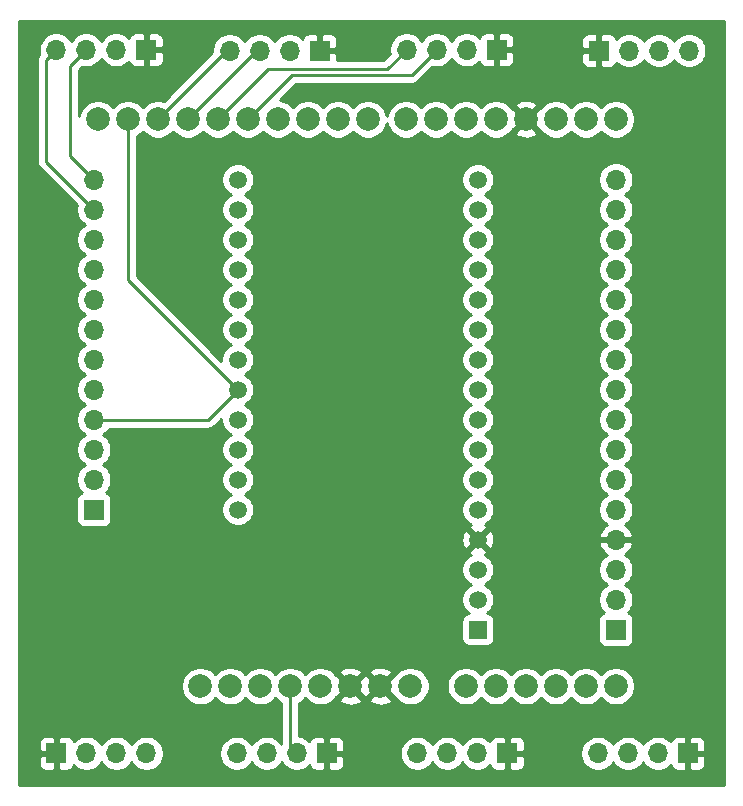
<source format=gbr>
G04 #@! TF.GenerationSoftware,KiCad,Pcbnew,5.1.5-52549c5~86~ubuntu18.04.1*
G04 #@! TF.CreationDate,2020-04-24T02:07:20+10:00*
G04 #@! TF.ProjectId,prac2,70726163-322e-46b6-9963-61645f706362,rev?*
G04 #@! TF.SameCoordinates,Original*
G04 #@! TF.FileFunction,Copper,L2,Bot*
G04 #@! TF.FilePolarity,Positive*
%FSLAX46Y46*%
G04 Gerber Fmt 4.6, Leading zero omitted, Abs format (unit mm)*
G04 Created by KiCad (PCBNEW 5.1.5-52549c5~86~ubuntu18.04.1) date 2020-04-24 02:07:20*
%MOMM*%
%LPD*%
G04 APERTURE LIST*
%ADD10O,1.700000X1.700000*%
%ADD11R,1.700000X1.700000*%
%ADD12C,2.000000*%
%ADD13C,1.508000*%
%ADD14R,1.508000X1.508000*%
%ADD15C,0.250000*%
%ADD16C,0.254000*%
G04 APERTURE END LIST*
D10*
X72199500Y-57086500D03*
X74739500Y-57086500D03*
X77279500Y-57086500D03*
D11*
X79819500Y-57086500D03*
D12*
X72136000Y-62958000D03*
X77216000Y-62958000D03*
X87376000Y-62958000D03*
X84836000Y-62958000D03*
X74676000Y-62958000D03*
X79756000Y-62958000D03*
X82296000Y-62958000D03*
X89916000Y-62958000D03*
X51136000Y-62958000D03*
X56216000Y-62958000D03*
X46056000Y-62958000D03*
X66376000Y-62958000D03*
X48596000Y-62958000D03*
X63836000Y-62958000D03*
X53676000Y-62958000D03*
X58756000Y-62958000D03*
X61296000Y-62958000D03*
X68916000Y-62958000D03*
X62356000Y-110958000D03*
X57276000Y-110958000D03*
X64896000Y-110958000D03*
X54736000Y-110958000D03*
X69976000Y-110958000D03*
X72516000Y-110958000D03*
X67436000Y-110958000D03*
X59816000Y-110958000D03*
X77216000Y-110958000D03*
X79756000Y-110958000D03*
X82296000Y-110958000D03*
X84836000Y-110958000D03*
X87376000Y-110958000D03*
X89916000Y-110958000D03*
D13*
X57912000Y-68072000D03*
X57912000Y-70612000D03*
X57912000Y-73152000D03*
X57912000Y-75692000D03*
X57912000Y-78232000D03*
X57912000Y-80772000D03*
X57912000Y-83312000D03*
X57912000Y-85852000D03*
X57912000Y-88392000D03*
X57912000Y-90932000D03*
X57912000Y-93472000D03*
X57912000Y-96012000D03*
X78232000Y-68072000D03*
X78232000Y-70612000D03*
X78232000Y-73152000D03*
X78232000Y-75692000D03*
X78232000Y-78232000D03*
X78232000Y-80772000D03*
X78232000Y-83312000D03*
X78232000Y-85852000D03*
X78232000Y-88392000D03*
X78232000Y-90932000D03*
X78232000Y-93472000D03*
X78232000Y-96012000D03*
X78232000Y-98552000D03*
X78232000Y-101092000D03*
X78232000Y-103632000D03*
D14*
X78232000Y-106172000D03*
D10*
X42525000Y-57086500D03*
X45065000Y-57086500D03*
X47605000Y-57086500D03*
D11*
X50145000Y-57086500D03*
D10*
X57213500Y-57150000D03*
X59753500Y-57150000D03*
X62293500Y-57150000D03*
D11*
X64833500Y-57150000D03*
D10*
X57814000Y-116649500D03*
X60354000Y-116649500D03*
X62894000Y-116649500D03*
D11*
X65434000Y-116649500D03*
D10*
X45720000Y-68072000D03*
X45720000Y-70612000D03*
X45720000Y-73152000D03*
X45720000Y-75692000D03*
X45720000Y-78232000D03*
X45720000Y-80772000D03*
X45720000Y-83312000D03*
X45720000Y-85852000D03*
X45720000Y-88392000D03*
X45720000Y-90932000D03*
X45720000Y-93472000D03*
D11*
X45720000Y-96012000D03*
D10*
X89916000Y-68072000D03*
X89916000Y-70612000D03*
X89916000Y-73152000D03*
X89916000Y-75692000D03*
X89916000Y-78232000D03*
X89916000Y-80772000D03*
X89916000Y-83312000D03*
X89916000Y-85852000D03*
X89916000Y-88392000D03*
X89916000Y-90932000D03*
X89916000Y-93472000D03*
X89916000Y-96012000D03*
X89916000Y-98552000D03*
X89916000Y-101092000D03*
X89916000Y-103632000D03*
D11*
X89916000Y-106172000D03*
D10*
X50165000Y-116649500D03*
X47625000Y-116649500D03*
X45085000Y-116649500D03*
D11*
X42545000Y-116649500D03*
D10*
X96095500Y-57150000D03*
X93555500Y-57150000D03*
X91015500Y-57150000D03*
D11*
X88475500Y-57150000D03*
D10*
X88392000Y-116649500D03*
X90932000Y-116649500D03*
X93472000Y-116649500D03*
D11*
X96012000Y-116649500D03*
D10*
X73103000Y-116649500D03*
X75643000Y-116649500D03*
X78183000Y-116649500D03*
D11*
X80723000Y-116649500D03*
D15*
X62356000Y-116111500D02*
X62894000Y-116649500D01*
X62356000Y-110958000D02*
X62356000Y-116111500D01*
X44870001Y-69762001D02*
X45720000Y-70612000D01*
X41675001Y-66567001D02*
X44870001Y-69762001D01*
X41675001Y-57936499D02*
X41675001Y-66567001D01*
X42525000Y-57086500D02*
X41675001Y-57936499D01*
X45065000Y-57086500D02*
X43688000Y-58463500D01*
X43688000Y-66040000D02*
X45720000Y-68072000D01*
X43688000Y-58463500D02*
X43688000Y-66040000D01*
X55372000Y-88392000D02*
X45720000Y-88392000D01*
X57912000Y-85852000D02*
X55372000Y-88392000D01*
X48596000Y-76536000D02*
X48596000Y-62958000D01*
X57912000Y-85852000D02*
X48596000Y-76536000D01*
X56944000Y-57150000D02*
X57213500Y-57150000D01*
X51136000Y-62958000D02*
X56944000Y-57150000D01*
X59484000Y-57150000D02*
X59753500Y-57150000D01*
X53676000Y-62958000D02*
X59484000Y-57150000D01*
X72199500Y-57086500D02*
X70548500Y-58737500D01*
X60436500Y-58737500D02*
X56216000Y-62958000D01*
X70548500Y-58737500D02*
X60436500Y-58737500D01*
X74739500Y-57086500D02*
X72638490Y-59187510D01*
X62526490Y-59187510D02*
X58756000Y-62958000D01*
X72638490Y-59187510D02*
X62526490Y-59187510D01*
D16*
G36*
X99035001Y-119355000D02*
G01*
X39395000Y-119355000D01*
X39395000Y-117499500D01*
X41056928Y-117499500D01*
X41069188Y-117623982D01*
X41105498Y-117743680D01*
X41164463Y-117853994D01*
X41243815Y-117950685D01*
X41340506Y-118030037D01*
X41450820Y-118089002D01*
X41570518Y-118125312D01*
X41695000Y-118137572D01*
X42259250Y-118134500D01*
X42418000Y-117975750D01*
X42418000Y-116776500D01*
X41218750Y-116776500D01*
X41060000Y-116935250D01*
X41056928Y-117499500D01*
X39395000Y-117499500D01*
X39395000Y-115799500D01*
X41056928Y-115799500D01*
X41060000Y-116363750D01*
X41218750Y-116522500D01*
X42418000Y-116522500D01*
X42418000Y-115323250D01*
X42672000Y-115323250D01*
X42672000Y-116522500D01*
X42692000Y-116522500D01*
X42692000Y-116776500D01*
X42672000Y-116776500D01*
X42672000Y-117975750D01*
X42830750Y-118134500D01*
X43395000Y-118137572D01*
X43519482Y-118125312D01*
X43639180Y-118089002D01*
X43749494Y-118030037D01*
X43846185Y-117950685D01*
X43925537Y-117853994D01*
X43984502Y-117743680D01*
X44006513Y-117671120D01*
X44138368Y-117802975D01*
X44381589Y-117965490D01*
X44651842Y-118077432D01*
X44938740Y-118134500D01*
X45231260Y-118134500D01*
X45518158Y-118077432D01*
X45788411Y-117965490D01*
X46031632Y-117802975D01*
X46238475Y-117596132D01*
X46355000Y-117421740D01*
X46471525Y-117596132D01*
X46678368Y-117802975D01*
X46921589Y-117965490D01*
X47191842Y-118077432D01*
X47478740Y-118134500D01*
X47771260Y-118134500D01*
X48058158Y-118077432D01*
X48328411Y-117965490D01*
X48571632Y-117802975D01*
X48778475Y-117596132D01*
X48895000Y-117421740D01*
X49011525Y-117596132D01*
X49218368Y-117802975D01*
X49461589Y-117965490D01*
X49731842Y-118077432D01*
X50018740Y-118134500D01*
X50311260Y-118134500D01*
X50598158Y-118077432D01*
X50868411Y-117965490D01*
X51111632Y-117802975D01*
X51318475Y-117596132D01*
X51480990Y-117352911D01*
X51592932Y-117082658D01*
X51650000Y-116795760D01*
X51650000Y-116503240D01*
X51592932Y-116216342D01*
X51480990Y-115946089D01*
X51318475Y-115702868D01*
X51111632Y-115496025D01*
X50868411Y-115333510D01*
X50598158Y-115221568D01*
X50311260Y-115164500D01*
X50018740Y-115164500D01*
X49731842Y-115221568D01*
X49461589Y-115333510D01*
X49218368Y-115496025D01*
X49011525Y-115702868D01*
X48895000Y-115877260D01*
X48778475Y-115702868D01*
X48571632Y-115496025D01*
X48328411Y-115333510D01*
X48058158Y-115221568D01*
X47771260Y-115164500D01*
X47478740Y-115164500D01*
X47191842Y-115221568D01*
X46921589Y-115333510D01*
X46678368Y-115496025D01*
X46471525Y-115702868D01*
X46355000Y-115877260D01*
X46238475Y-115702868D01*
X46031632Y-115496025D01*
X45788411Y-115333510D01*
X45518158Y-115221568D01*
X45231260Y-115164500D01*
X44938740Y-115164500D01*
X44651842Y-115221568D01*
X44381589Y-115333510D01*
X44138368Y-115496025D01*
X44006513Y-115627880D01*
X43984502Y-115555320D01*
X43925537Y-115445006D01*
X43846185Y-115348315D01*
X43749494Y-115268963D01*
X43639180Y-115209998D01*
X43519482Y-115173688D01*
X43395000Y-115161428D01*
X42830750Y-115164500D01*
X42672000Y-115323250D01*
X42418000Y-115323250D01*
X42259250Y-115164500D01*
X41695000Y-115161428D01*
X41570518Y-115173688D01*
X41450820Y-115209998D01*
X41340506Y-115268963D01*
X41243815Y-115348315D01*
X41164463Y-115445006D01*
X41105498Y-115555320D01*
X41069188Y-115675018D01*
X41056928Y-115799500D01*
X39395000Y-115799500D01*
X39395000Y-110796967D01*
X53101000Y-110796967D01*
X53101000Y-111119033D01*
X53163832Y-111434912D01*
X53287082Y-111732463D01*
X53466013Y-112000252D01*
X53693748Y-112227987D01*
X53961537Y-112406918D01*
X54259088Y-112530168D01*
X54574967Y-112593000D01*
X54897033Y-112593000D01*
X55212912Y-112530168D01*
X55510463Y-112406918D01*
X55778252Y-112227987D01*
X56005987Y-112000252D01*
X56006000Y-112000233D01*
X56006013Y-112000252D01*
X56233748Y-112227987D01*
X56501537Y-112406918D01*
X56799088Y-112530168D01*
X57114967Y-112593000D01*
X57437033Y-112593000D01*
X57752912Y-112530168D01*
X58050463Y-112406918D01*
X58318252Y-112227987D01*
X58545987Y-112000252D01*
X58546000Y-112000233D01*
X58546013Y-112000252D01*
X58773748Y-112227987D01*
X59041537Y-112406918D01*
X59339088Y-112530168D01*
X59654967Y-112593000D01*
X59977033Y-112593000D01*
X60292912Y-112530168D01*
X60590463Y-112406918D01*
X60858252Y-112227987D01*
X61085987Y-112000252D01*
X61086000Y-112000233D01*
X61086013Y-112000252D01*
X61313748Y-112227987D01*
X61581537Y-112406918D01*
X61596000Y-112412909D01*
X61596001Y-115835356D01*
X61507475Y-115702868D01*
X61300632Y-115496025D01*
X61057411Y-115333510D01*
X60787158Y-115221568D01*
X60500260Y-115164500D01*
X60207740Y-115164500D01*
X59920842Y-115221568D01*
X59650589Y-115333510D01*
X59407368Y-115496025D01*
X59200525Y-115702868D01*
X59084000Y-115877260D01*
X58967475Y-115702868D01*
X58760632Y-115496025D01*
X58517411Y-115333510D01*
X58247158Y-115221568D01*
X57960260Y-115164500D01*
X57667740Y-115164500D01*
X57380842Y-115221568D01*
X57110589Y-115333510D01*
X56867368Y-115496025D01*
X56660525Y-115702868D01*
X56498010Y-115946089D01*
X56386068Y-116216342D01*
X56329000Y-116503240D01*
X56329000Y-116795760D01*
X56386068Y-117082658D01*
X56498010Y-117352911D01*
X56660525Y-117596132D01*
X56867368Y-117802975D01*
X57110589Y-117965490D01*
X57380842Y-118077432D01*
X57667740Y-118134500D01*
X57960260Y-118134500D01*
X58247158Y-118077432D01*
X58517411Y-117965490D01*
X58760632Y-117802975D01*
X58967475Y-117596132D01*
X59084000Y-117421740D01*
X59200525Y-117596132D01*
X59407368Y-117802975D01*
X59650589Y-117965490D01*
X59920842Y-118077432D01*
X60207740Y-118134500D01*
X60500260Y-118134500D01*
X60787158Y-118077432D01*
X61057411Y-117965490D01*
X61300632Y-117802975D01*
X61507475Y-117596132D01*
X61624000Y-117421740D01*
X61740525Y-117596132D01*
X61947368Y-117802975D01*
X62190589Y-117965490D01*
X62460842Y-118077432D01*
X62747740Y-118134500D01*
X63040260Y-118134500D01*
X63327158Y-118077432D01*
X63597411Y-117965490D01*
X63840632Y-117802975D01*
X63972487Y-117671120D01*
X63994498Y-117743680D01*
X64053463Y-117853994D01*
X64132815Y-117950685D01*
X64229506Y-118030037D01*
X64339820Y-118089002D01*
X64459518Y-118125312D01*
X64584000Y-118137572D01*
X65148250Y-118134500D01*
X65307000Y-117975750D01*
X65307000Y-116776500D01*
X65561000Y-116776500D01*
X65561000Y-117975750D01*
X65719750Y-118134500D01*
X66284000Y-118137572D01*
X66408482Y-118125312D01*
X66528180Y-118089002D01*
X66638494Y-118030037D01*
X66735185Y-117950685D01*
X66814537Y-117853994D01*
X66873502Y-117743680D01*
X66909812Y-117623982D01*
X66922072Y-117499500D01*
X66919000Y-116935250D01*
X66760250Y-116776500D01*
X65561000Y-116776500D01*
X65307000Y-116776500D01*
X65287000Y-116776500D01*
X65287000Y-116522500D01*
X65307000Y-116522500D01*
X65307000Y-115323250D01*
X65561000Y-115323250D01*
X65561000Y-116522500D01*
X66760250Y-116522500D01*
X66779510Y-116503240D01*
X71618000Y-116503240D01*
X71618000Y-116795760D01*
X71675068Y-117082658D01*
X71787010Y-117352911D01*
X71949525Y-117596132D01*
X72156368Y-117802975D01*
X72399589Y-117965490D01*
X72669842Y-118077432D01*
X72956740Y-118134500D01*
X73249260Y-118134500D01*
X73536158Y-118077432D01*
X73806411Y-117965490D01*
X74049632Y-117802975D01*
X74256475Y-117596132D01*
X74373000Y-117421740D01*
X74489525Y-117596132D01*
X74696368Y-117802975D01*
X74939589Y-117965490D01*
X75209842Y-118077432D01*
X75496740Y-118134500D01*
X75789260Y-118134500D01*
X76076158Y-118077432D01*
X76346411Y-117965490D01*
X76589632Y-117802975D01*
X76796475Y-117596132D01*
X76913000Y-117421740D01*
X77029525Y-117596132D01*
X77236368Y-117802975D01*
X77479589Y-117965490D01*
X77749842Y-118077432D01*
X78036740Y-118134500D01*
X78329260Y-118134500D01*
X78616158Y-118077432D01*
X78886411Y-117965490D01*
X79129632Y-117802975D01*
X79261487Y-117671120D01*
X79283498Y-117743680D01*
X79342463Y-117853994D01*
X79421815Y-117950685D01*
X79518506Y-118030037D01*
X79628820Y-118089002D01*
X79748518Y-118125312D01*
X79873000Y-118137572D01*
X80437250Y-118134500D01*
X80596000Y-117975750D01*
X80596000Y-116776500D01*
X80850000Y-116776500D01*
X80850000Y-117975750D01*
X81008750Y-118134500D01*
X81573000Y-118137572D01*
X81697482Y-118125312D01*
X81817180Y-118089002D01*
X81927494Y-118030037D01*
X82024185Y-117950685D01*
X82103537Y-117853994D01*
X82162502Y-117743680D01*
X82198812Y-117623982D01*
X82211072Y-117499500D01*
X82208000Y-116935250D01*
X82049250Y-116776500D01*
X80850000Y-116776500D01*
X80596000Y-116776500D01*
X80576000Y-116776500D01*
X80576000Y-116522500D01*
X80596000Y-116522500D01*
X80596000Y-115323250D01*
X80850000Y-115323250D01*
X80850000Y-116522500D01*
X82049250Y-116522500D01*
X82068510Y-116503240D01*
X86907000Y-116503240D01*
X86907000Y-116795760D01*
X86964068Y-117082658D01*
X87076010Y-117352911D01*
X87238525Y-117596132D01*
X87445368Y-117802975D01*
X87688589Y-117965490D01*
X87958842Y-118077432D01*
X88245740Y-118134500D01*
X88538260Y-118134500D01*
X88825158Y-118077432D01*
X89095411Y-117965490D01*
X89338632Y-117802975D01*
X89545475Y-117596132D01*
X89662000Y-117421740D01*
X89778525Y-117596132D01*
X89985368Y-117802975D01*
X90228589Y-117965490D01*
X90498842Y-118077432D01*
X90785740Y-118134500D01*
X91078260Y-118134500D01*
X91365158Y-118077432D01*
X91635411Y-117965490D01*
X91878632Y-117802975D01*
X92085475Y-117596132D01*
X92202000Y-117421740D01*
X92318525Y-117596132D01*
X92525368Y-117802975D01*
X92768589Y-117965490D01*
X93038842Y-118077432D01*
X93325740Y-118134500D01*
X93618260Y-118134500D01*
X93905158Y-118077432D01*
X94175411Y-117965490D01*
X94418632Y-117802975D01*
X94550487Y-117671120D01*
X94572498Y-117743680D01*
X94631463Y-117853994D01*
X94710815Y-117950685D01*
X94807506Y-118030037D01*
X94917820Y-118089002D01*
X95037518Y-118125312D01*
X95162000Y-118137572D01*
X95726250Y-118134500D01*
X95885000Y-117975750D01*
X95885000Y-116776500D01*
X96139000Y-116776500D01*
X96139000Y-117975750D01*
X96297750Y-118134500D01*
X96862000Y-118137572D01*
X96986482Y-118125312D01*
X97106180Y-118089002D01*
X97216494Y-118030037D01*
X97313185Y-117950685D01*
X97392537Y-117853994D01*
X97451502Y-117743680D01*
X97487812Y-117623982D01*
X97500072Y-117499500D01*
X97497000Y-116935250D01*
X97338250Y-116776500D01*
X96139000Y-116776500D01*
X95885000Y-116776500D01*
X95865000Y-116776500D01*
X95865000Y-116522500D01*
X95885000Y-116522500D01*
X95885000Y-115323250D01*
X96139000Y-115323250D01*
X96139000Y-116522500D01*
X97338250Y-116522500D01*
X97497000Y-116363750D01*
X97500072Y-115799500D01*
X97487812Y-115675018D01*
X97451502Y-115555320D01*
X97392537Y-115445006D01*
X97313185Y-115348315D01*
X97216494Y-115268963D01*
X97106180Y-115209998D01*
X96986482Y-115173688D01*
X96862000Y-115161428D01*
X96297750Y-115164500D01*
X96139000Y-115323250D01*
X95885000Y-115323250D01*
X95726250Y-115164500D01*
X95162000Y-115161428D01*
X95037518Y-115173688D01*
X94917820Y-115209998D01*
X94807506Y-115268963D01*
X94710815Y-115348315D01*
X94631463Y-115445006D01*
X94572498Y-115555320D01*
X94550487Y-115627880D01*
X94418632Y-115496025D01*
X94175411Y-115333510D01*
X93905158Y-115221568D01*
X93618260Y-115164500D01*
X93325740Y-115164500D01*
X93038842Y-115221568D01*
X92768589Y-115333510D01*
X92525368Y-115496025D01*
X92318525Y-115702868D01*
X92202000Y-115877260D01*
X92085475Y-115702868D01*
X91878632Y-115496025D01*
X91635411Y-115333510D01*
X91365158Y-115221568D01*
X91078260Y-115164500D01*
X90785740Y-115164500D01*
X90498842Y-115221568D01*
X90228589Y-115333510D01*
X89985368Y-115496025D01*
X89778525Y-115702868D01*
X89662000Y-115877260D01*
X89545475Y-115702868D01*
X89338632Y-115496025D01*
X89095411Y-115333510D01*
X88825158Y-115221568D01*
X88538260Y-115164500D01*
X88245740Y-115164500D01*
X87958842Y-115221568D01*
X87688589Y-115333510D01*
X87445368Y-115496025D01*
X87238525Y-115702868D01*
X87076010Y-115946089D01*
X86964068Y-116216342D01*
X86907000Y-116503240D01*
X82068510Y-116503240D01*
X82208000Y-116363750D01*
X82211072Y-115799500D01*
X82198812Y-115675018D01*
X82162502Y-115555320D01*
X82103537Y-115445006D01*
X82024185Y-115348315D01*
X81927494Y-115268963D01*
X81817180Y-115209998D01*
X81697482Y-115173688D01*
X81573000Y-115161428D01*
X81008750Y-115164500D01*
X80850000Y-115323250D01*
X80596000Y-115323250D01*
X80437250Y-115164500D01*
X79873000Y-115161428D01*
X79748518Y-115173688D01*
X79628820Y-115209998D01*
X79518506Y-115268963D01*
X79421815Y-115348315D01*
X79342463Y-115445006D01*
X79283498Y-115555320D01*
X79261487Y-115627880D01*
X79129632Y-115496025D01*
X78886411Y-115333510D01*
X78616158Y-115221568D01*
X78329260Y-115164500D01*
X78036740Y-115164500D01*
X77749842Y-115221568D01*
X77479589Y-115333510D01*
X77236368Y-115496025D01*
X77029525Y-115702868D01*
X76913000Y-115877260D01*
X76796475Y-115702868D01*
X76589632Y-115496025D01*
X76346411Y-115333510D01*
X76076158Y-115221568D01*
X75789260Y-115164500D01*
X75496740Y-115164500D01*
X75209842Y-115221568D01*
X74939589Y-115333510D01*
X74696368Y-115496025D01*
X74489525Y-115702868D01*
X74373000Y-115877260D01*
X74256475Y-115702868D01*
X74049632Y-115496025D01*
X73806411Y-115333510D01*
X73536158Y-115221568D01*
X73249260Y-115164500D01*
X72956740Y-115164500D01*
X72669842Y-115221568D01*
X72399589Y-115333510D01*
X72156368Y-115496025D01*
X71949525Y-115702868D01*
X71787010Y-115946089D01*
X71675068Y-116216342D01*
X71618000Y-116503240D01*
X66779510Y-116503240D01*
X66919000Y-116363750D01*
X66922072Y-115799500D01*
X66909812Y-115675018D01*
X66873502Y-115555320D01*
X66814537Y-115445006D01*
X66735185Y-115348315D01*
X66638494Y-115268963D01*
X66528180Y-115209998D01*
X66408482Y-115173688D01*
X66284000Y-115161428D01*
X65719750Y-115164500D01*
X65561000Y-115323250D01*
X65307000Y-115323250D01*
X65148250Y-115164500D01*
X64584000Y-115161428D01*
X64459518Y-115173688D01*
X64339820Y-115209998D01*
X64229506Y-115268963D01*
X64132815Y-115348315D01*
X64053463Y-115445006D01*
X63994498Y-115555320D01*
X63972487Y-115627880D01*
X63840632Y-115496025D01*
X63597411Y-115333510D01*
X63327158Y-115221568D01*
X63116000Y-115179566D01*
X63116000Y-112412909D01*
X63130463Y-112406918D01*
X63398252Y-112227987D01*
X63625987Y-112000252D01*
X63626000Y-112000233D01*
X63626013Y-112000252D01*
X63853748Y-112227987D01*
X64121537Y-112406918D01*
X64419088Y-112530168D01*
X64734967Y-112593000D01*
X65057033Y-112593000D01*
X65372912Y-112530168D01*
X65670463Y-112406918D01*
X65938252Y-112227987D01*
X66072826Y-112093413D01*
X66480192Y-112093413D01*
X66575956Y-112357814D01*
X66865571Y-112498704D01*
X67177108Y-112580384D01*
X67498595Y-112599718D01*
X67817675Y-112555961D01*
X68122088Y-112450795D01*
X68296044Y-112357814D01*
X68391808Y-112093413D01*
X69020192Y-112093413D01*
X69115956Y-112357814D01*
X69405571Y-112498704D01*
X69717108Y-112580384D01*
X70038595Y-112599718D01*
X70357675Y-112555961D01*
X70662088Y-112450795D01*
X70836044Y-112357814D01*
X70931808Y-112093413D01*
X69976000Y-111137605D01*
X69020192Y-112093413D01*
X68391808Y-112093413D01*
X67436000Y-111137605D01*
X66480192Y-112093413D01*
X66072826Y-112093413D01*
X66165987Y-112000252D01*
X66238720Y-111891400D01*
X66300587Y-111913808D01*
X67256395Y-110958000D01*
X67615605Y-110958000D01*
X68571413Y-111913808D01*
X68706000Y-111865062D01*
X68840587Y-111913808D01*
X69796395Y-110958000D01*
X70155605Y-110958000D01*
X71111413Y-111913808D01*
X71173280Y-111891400D01*
X71246013Y-112000252D01*
X71473748Y-112227987D01*
X71741537Y-112406918D01*
X72039088Y-112530168D01*
X72354967Y-112593000D01*
X72677033Y-112593000D01*
X72992912Y-112530168D01*
X73290463Y-112406918D01*
X73558252Y-112227987D01*
X73785987Y-112000252D01*
X73964918Y-111732463D01*
X74088168Y-111434912D01*
X74151000Y-111119033D01*
X74151000Y-110796967D01*
X75581000Y-110796967D01*
X75581000Y-111119033D01*
X75643832Y-111434912D01*
X75767082Y-111732463D01*
X75946013Y-112000252D01*
X76173748Y-112227987D01*
X76441537Y-112406918D01*
X76739088Y-112530168D01*
X77054967Y-112593000D01*
X77377033Y-112593000D01*
X77692912Y-112530168D01*
X77990463Y-112406918D01*
X78258252Y-112227987D01*
X78485987Y-112000252D01*
X78486000Y-112000233D01*
X78486013Y-112000252D01*
X78713748Y-112227987D01*
X78981537Y-112406918D01*
X79279088Y-112530168D01*
X79594967Y-112593000D01*
X79917033Y-112593000D01*
X80232912Y-112530168D01*
X80530463Y-112406918D01*
X80798252Y-112227987D01*
X81025987Y-112000252D01*
X81026000Y-112000233D01*
X81026013Y-112000252D01*
X81253748Y-112227987D01*
X81521537Y-112406918D01*
X81819088Y-112530168D01*
X82134967Y-112593000D01*
X82457033Y-112593000D01*
X82772912Y-112530168D01*
X83070463Y-112406918D01*
X83338252Y-112227987D01*
X83565987Y-112000252D01*
X83566000Y-112000233D01*
X83566013Y-112000252D01*
X83793748Y-112227987D01*
X84061537Y-112406918D01*
X84359088Y-112530168D01*
X84674967Y-112593000D01*
X84997033Y-112593000D01*
X85312912Y-112530168D01*
X85610463Y-112406918D01*
X85878252Y-112227987D01*
X86105987Y-112000252D01*
X86106000Y-112000233D01*
X86106013Y-112000252D01*
X86333748Y-112227987D01*
X86601537Y-112406918D01*
X86899088Y-112530168D01*
X87214967Y-112593000D01*
X87537033Y-112593000D01*
X87852912Y-112530168D01*
X88150463Y-112406918D01*
X88418252Y-112227987D01*
X88645987Y-112000252D01*
X88646000Y-112000233D01*
X88646013Y-112000252D01*
X88873748Y-112227987D01*
X89141537Y-112406918D01*
X89439088Y-112530168D01*
X89754967Y-112593000D01*
X90077033Y-112593000D01*
X90392912Y-112530168D01*
X90690463Y-112406918D01*
X90958252Y-112227987D01*
X91185987Y-112000252D01*
X91364918Y-111732463D01*
X91488168Y-111434912D01*
X91551000Y-111119033D01*
X91551000Y-110796967D01*
X91488168Y-110481088D01*
X91364918Y-110183537D01*
X91185987Y-109915748D01*
X90958252Y-109688013D01*
X90690463Y-109509082D01*
X90392912Y-109385832D01*
X90077033Y-109323000D01*
X89754967Y-109323000D01*
X89439088Y-109385832D01*
X89141537Y-109509082D01*
X88873748Y-109688013D01*
X88646013Y-109915748D01*
X88646000Y-109915767D01*
X88645987Y-109915748D01*
X88418252Y-109688013D01*
X88150463Y-109509082D01*
X87852912Y-109385832D01*
X87537033Y-109323000D01*
X87214967Y-109323000D01*
X86899088Y-109385832D01*
X86601537Y-109509082D01*
X86333748Y-109688013D01*
X86106013Y-109915748D01*
X86106000Y-109915767D01*
X86105987Y-109915748D01*
X85878252Y-109688013D01*
X85610463Y-109509082D01*
X85312912Y-109385832D01*
X84997033Y-109323000D01*
X84674967Y-109323000D01*
X84359088Y-109385832D01*
X84061537Y-109509082D01*
X83793748Y-109688013D01*
X83566013Y-109915748D01*
X83566000Y-109915767D01*
X83565987Y-109915748D01*
X83338252Y-109688013D01*
X83070463Y-109509082D01*
X82772912Y-109385832D01*
X82457033Y-109323000D01*
X82134967Y-109323000D01*
X81819088Y-109385832D01*
X81521537Y-109509082D01*
X81253748Y-109688013D01*
X81026013Y-109915748D01*
X81026000Y-109915767D01*
X81025987Y-109915748D01*
X80798252Y-109688013D01*
X80530463Y-109509082D01*
X80232912Y-109385832D01*
X79917033Y-109323000D01*
X79594967Y-109323000D01*
X79279088Y-109385832D01*
X78981537Y-109509082D01*
X78713748Y-109688013D01*
X78486013Y-109915748D01*
X78486000Y-109915767D01*
X78485987Y-109915748D01*
X78258252Y-109688013D01*
X77990463Y-109509082D01*
X77692912Y-109385832D01*
X77377033Y-109323000D01*
X77054967Y-109323000D01*
X76739088Y-109385832D01*
X76441537Y-109509082D01*
X76173748Y-109688013D01*
X75946013Y-109915748D01*
X75767082Y-110183537D01*
X75643832Y-110481088D01*
X75581000Y-110796967D01*
X74151000Y-110796967D01*
X74088168Y-110481088D01*
X73964918Y-110183537D01*
X73785987Y-109915748D01*
X73558252Y-109688013D01*
X73290463Y-109509082D01*
X72992912Y-109385832D01*
X72677033Y-109323000D01*
X72354967Y-109323000D01*
X72039088Y-109385832D01*
X71741537Y-109509082D01*
X71473748Y-109688013D01*
X71246013Y-109915748D01*
X71173280Y-110024600D01*
X71111413Y-110002192D01*
X70155605Y-110958000D01*
X69796395Y-110958000D01*
X68840587Y-110002192D01*
X68706000Y-110050938D01*
X68571413Y-110002192D01*
X67615605Y-110958000D01*
X67256395Y-110958000D01*
X66300587Y-110002192D01*
X66238720Y-110024600D01*
X66165987Y-109915748D01*
X66072826Y-109822587D01*
X66480192Y-109822587D01*
X67436000Y-110778395D01*
X68391808Y-109822587D01*
X69020192Y-109822587D01*
X69976000Y-110778395D01*
X70931808Y-109822587D01*
X70836044Y-109558186D01*
X70546429Y-109417296D01*
X70234892Y-109335616D01*
X69913405Y-109316282D01*
X69594325Y-109360039D01*
X69289912Y-109465205D01*
X69115956Y-109558186D01*
X69020192Y-109822587D01*
X68391808Y-109822587D01*
X68296044Y-109558186D01*
X68006429Y-109417296D01*
X67694892Y-109335616D01*
X67373405Y-109316282D01*
X67054325Y-109360039D01*
X66749912Y-109465205D01*
X66575956Y-109558186D01*
X66480192Y-109822587D01*
X66072826Y-109822587D01*
X65938252Y-109688013D01*
X65670463Y-109509082D01*
X65372912Y-109385832D01*
X65057033Y-109323000D01*
X64734967Y-109323000D01*
X64419088Y-109385832D01*
X64121537Y-109509082D01*
X63853748Y-109688013D01*
X63626013Y-109915748D01*
X63626000Y-109915767D01*
X63625987Y-109915748D01*
X63398252Y-109688013D01*
X63130463Y-109509082D01*
X62832912Y-109385832D01*
X62517033Y-109323000D01*
X62194967Y-109323000D01*
X61879088Y-109385832D01*
X61581537Y-109509082D01*
X61313748Y-109688013D01*
X61086013Y-109915748D01*
X61086000Y-109915767D01*
X61085987Y-109915748D01*
X60858252Y-109688013D01*
X60590463Y-109509082D01*
X60292912Y-109385832D01*
X59977033Y-109323000D01*
X59654967Y-109323000D01*
X59339088Y-109385832D01*
X59041537Y-109509082D01*
X58773748Y-109688013D01*
X58546013Y-109915748D01*
X58546000Y-109915767D01*
X58545987Y-109915748D01*
X58318252Y-109688013D01*
X58050463Y-109509082D01*
X57752912Y-109385832D01*
X57437033Y-109323000D01*
X57114967Y-109323000D01*
X56799088Y-109385832D01*
X56501537Y-109509082D01*
X56233748Y-109688013D01*
X56006013Y-109915748D01*
X56006000Y-109915767D01*
X56005987Y-109915748D01*
X55778252Y-109688013D01*
X55510463Y-109509082D01*
X55212912Y-109385832D01*
X54897033Y-109323000D01*
X54574967Y-109323000D01*
X54259088Y-109385832D01*
X53961537Y-109509082D01*
X53693748Y-109688013D01*
X53466013Y-109915748D01*
X53287082Y-110183537D01*
X53163832Y-110481088D01*
X53101000Y-110796967D01*
X39395000Y-110796967D01*
X39395000Y-105418000D01*
X76839928Y-105418000D01*
X76839928Y-106926000D01*
X76852188Y-107050482D01*
X76888498Y-107170180D01*
X76947463Y-107280494D01*
X77026815Y-107377185D01*
X77123506Y-107456537D01*
X77233820Y-107515502D01*
X77353518Y-107551812D01*
X77478000Y-107564072D01*
X78986000Y-107564072D01*
X79110482Y-107551812D01*
X79230180Y-107515502D01*
X79340494Y-107456537D01*
X79437185Y-107377185D01*
X79516537Y-107280494D01*
X79575502Y-107170180D01*
X79611812Y-107050482D01*
X79624072Y-106926000D01*
X79624072Y-105418000D01*
X79614618Y-105322000D01*
X88427928Y-105322000D01*
X88427928Y-107022000D01*
X88440188Y-107146482D01*
X88476498Y-107266180D01*
X88535463Y-107376494D01*
X88614815Y-107473185D01*
X88711506Y-107552537D01*
X88821820Y-107611502D01*
X88941518Y-107647812D01*
X89066000Y-107660072D01*
X90766000Y-107660072D01*
X90890482Y-107647812D01*
X91010180Y-107611502D01*
X91120494Y-107552537D01*
X91217185Y-107473185D01*
X91296537Y-107376494D01*
X91355502Y-107266180D01*
X91391812Y-107146482D01*
X91404072Y-107022000D01*
X91404072Y-105322000D01*
X91391812Y-105197518D01*
X91355502Y-105077820D01*
X91296537Y-104967506D01*
X91217185Y-104870815D01*
X91120494Y-104791463D01*
X91010180Y-104732498D01*
X90937620Y-104710487D01*
X91069475Y-104578632D01*
X91231990Y-104335411D01*
X91343932Y-104065158D01*
X91401000Y-103778260D01*
X91401000Y-103485740D01*
X91343932Y-103198842D01*
X91231990Y-102928589D01*
X91069475Y-102685368D01*
X90862632Y-102478525D01*
X90688240Y-102362000D01*
X90862632Y-102245475D01*
X91069475Y-102038632D01*
X91231990Y-101795411D01*
X91343932Y-101525158D01*
X91401000Y-101238260D01*
X91401000Y-100945740D01*
X91343932Y-100658842D01*
X91231990Y-100388589D01*
X91069475Y-100145368D01*
X90862632Y-99938525D01*
X90680466Y-99816805D01*
X90797355Y-99747178D01*
X91013588Y-99552269D01*
X91187641Y-99318920D01*
X91312825Y-99056099D01*
X91357476Y-98908890D01*
X91236155Y-98679000D01*
X90043000Y-98679000D01*
X90043000Y-98699000D01*
X89789000Y-98699000D01*
X89789000Y-98679000D01*
X88595845Y-98679000D01*
X88474524Y-98908890D01*
X88519175Y-99056099D01*
X88644359Y-99318920D01*
X88818412Y-99552269D01*
X89034645Y-99747178D01*
X89151534Y-99816805D01*
X88969368Y-99938525D01*
X88762525Y-100145368D01*
X88600010Y-100388589D01*
X88488068Y-100658842D01*
X88431000Y-100945740D01*
X88431000Y-101238260D01*
X88488068Y-101525158D01*
X88600010Y-101795411D01*
X88762525Y-102038632D01*
X88969368Y-102245475D01*
X89143760Y-102362000D01*
X88969368Y-102478525D01*
X88762525Y-102685368D01*
X88600010Y-102928589D01*
X88488068Y-103198842D01*
X88431000Y-103485740D01*
X88431000Y-103778260D01*
X88488068Y-104065158D01*
X88600010Y-104335411D01*
X88762525Y-104578632D01*
X88894380Y-104710487D01*
X88821820Y-104732498D01*
X88711506Y-104791463D01*
X88614815Y-104870815D01*
X88535463Y-104967506D01*
X88476498Y-105077820D01*
X88440188Y-105197518D01*
X88427928Y-105322000D01*
X79614618Y-105322000D01*
X79611812Y-105293518D01*
X79575502Y-105173820D01*
X79516537Y-105063506D01*
X79437185Y-104966815D01*
X79340494Y-104887463D01*
X79230180Y-104828498D01*
X79110482Y-104792188D01*
X79010524Y-104782343D01*
X79117436Y-104710907D01*
X79310907Y-104517436D01*
X79462916Y-104289938D01*
X79567622Y-104037156D01*
X79621000Y-103768805D01*
X79621000Y-103495195D01*
X79567622Y-103226844D01*
X79462916Y-102974062D01*
X79310907Y-102746564D01*
X79117436Y-102553093D01*
X78889938Y-102401084D01*
X78795581Y-102362000D01*
X78889938Y-102322916D01*
X79117436Y-102170907D01*
X79310907Y-101977436D01*
X79462916Y-101749938D01*
X79567622Y-101497156D01*
X79621000Y-101228805D01*
X79621000Y-100955195D01*
X79567622Y-100686844D01*
X79462916Y-100434062D01*
X79310907Y-100206564D01*
X79117436Y-100013093D01*
X78889938Y-99861084D01*
X78799826Y-99823758D01*
X78832229Y-99812063D01*
X78946235Y-99751127D01*
X79012246Y-99511851D01*
X78232000Y-98731605D01*
X77451754Y-99511851D01*
X77517765Y-99751127D01*
X77668563Y-99821940D01*
X77574062Y-99861084D01*
X77346564Y-100013093D01*
X77153093Y-100206564D01*
X77001084Y-100434062D01*
X76896378Y-100686844D01*
X76843000Y-100955195D01*
X76843000Y-101228805D01*
X76896378Y-101497156D01*
X77001084Y-101749938D01*
X77153093Y-101977436D01*
X77346564Y-102170907D01*
X77574062Y-102322916D01*
X77668419Y-102362000D01*
X77574062Y-102401084D01*
X77346564Y-102553093D01*
X77153093Y-102746564D01*
X77001084Y-102974062D01*
X76896378Y-103226844D01*
X76843000Y-103495195D01*
X76843000Y-103768805D01*
X76896378Y-104037156D01*
X77001084Y-104289938D01*
X77153093Y-104517436D01*
X77346564Y-104710907D01*
X77453476Y-104782343D01*
X77353518Y-104792188D01*
X77233820Y-104828498D01*
X77123506Y-104887463D01*
X77026815Y-104966815D01*
X76947463Y-105063506D01*
X76888498Y-105173820D01*
X76852188Y-105293518D01*
X76839928Y-105418000D01*
X39395000Y-105418000D01*
X39395000Y-98624334D01*
X76838155Y-98624334D01*
X76879049Y-98894870D01*
X76971937Y-99152229D01*
X77032873Y-99266235D01*
X77272149Y-99332246D01*
X78052395Y-98552000D01*
X78411605Y-98552000D01*
X79191851Y-99332246D01*
X79431127Y-99266235D01*
X79547426Y-99018574D01*
X79613174Y-98752982D01*
X79625845Y-98479666D01*
X79584951Y-98209130D01*
X79492063Y-97951771D01*
X79431127Y-97837765D01*
X79191851Y-97771754D01*
X78411605Y-98552000D01*
X78052395Y-98552000D01*
X77272149Y-97771754D01*
X77032873Y-97837765D01*
X76916574Y-98085426D01*
X76850826Y-98351018D01*
X76838155Y-98624334D01*
X39395000Y-98624334D01*
X39395000Y-57936499D01*
X40911325Y-57936499D01*
X40915001Y-57973821D01*
X40915002Y-66529669D01*
X40911325Y-66567001D01*
X40915002Y-66604334D01*
X40925999Y-66715987D01*
X40938140Y-66756010D01*
X40969455Y-66859247D01*
X41040027Y-66991277D01*
X41111202Y-67078003D01*
X41135001Y-67107002D01*
X41163999Y-67130800D01*
X44278790Y-70245592D01*
X44235000Y-70465740D01*
X44235000Y-70758260D01*
X44292068Y-71045158D01*
X44404010Y-71315411D01*
X44566525Y-71558632D01*
X44773368Y-71765475D01*
X44947760Y-71882000D01*
X44773368Y-71998525D01*
X44566525Y-72205368D01*
X44404010Y-72448589D01*
X44292068Y-72718842D01*
X44235000Y-73005740D01*
X44235000Y-73298260D01*
X44292068Y-73585158D01*
X44404010Y-73855411D01*
X44566525Y-74098632D01*
X44773368Y-74305475D01*
X44947760Y-74422000D01*
X44773368Y-74538525D01*
X44566525Y-74745368D01*
X44404010Y-74988589D01*
X44292068Y-75258842D01*
X44235000Y-75545740D01*
X44235000Y-75838260D01*
X44292068Y-76125158D01*
X44404010Y-76395411D01*
X44566525Y-76638632D01*
X44773368Y-76845475D01*
X44947760Y-76962000D01*
X44773368Y-77078525D01*
X44566525Y-77285368D01*
X44404010Y-77528589D01*
X44292068Y-77798842D01*
X44235000Y-78085740D01*
X44235000Y-78378260D01*
X44292068Y-78665158D01*
X44404010Y-78935411D01*
X44566525Y-79178632D01*
X44773368Y-79385475D01*
X44947760Y-79502000D01*
X44773368Y-79618525D01*
X44566525Y-79825368D01*
X44404010Y-80068589D01*
X44292068Y-80338842D01*
X44235000Y-80625740D01*
X44235000Y-80918260D01*
X44292068Y-81205158D01*
X44404010Y-81475411D01*
X44566525Y-81718632D01*
X44773368Y-81925475D01*
X44947760Y-82042000D01*
X44773368Y-82158525D01*
X44566525Y-82365368D01*
X44404010Y-82608589D01*
X44292068Y-82878842D01*
X44235000Y-83165740D01*
X44235000Y-83458260D01*
X44292068Y-83745158D01*
X44404010Y-84015411D01*
X44566525Y-84258632D01*
X44773368Y-84465475D01*
X44947760Y-84582000D01*
X44773368Y-84698525D01*
X44566525Y-84905368D01*
X44404010Y-85148589D01*
X44292068Y-85418842D01*
X44235000Y-85705740D01*
X44235000Y-85998260D01*
X44292068Y-86285158D01*
X44404010Y-86555411D01*
X44566525Y-86798632D01*
X44773368Y-87005475D01*
X44947760Y-87122000D01*
X44773368Y-87238525D01*
X44566525Y-87445368D01*
X44404010Y-87688589D01*
X44292068Y-87958842D01*
X44235000Y-88245740D01*
X44235000Y-88538260D01*
X44292068Y-88825158D01*
X44404010Y-89095411D01*
X44566525Y-89338632D01*
X44773368Y-89545475D01*
X44947760Y-89662000D01*
X44773368Y-89778525D01*
X44566525Y-89985368D01*
X44404010Y-90228589D01*
X44292068Y-90498842D01*
X44235000Y-90785740D01*
X44235000Y-91078260D01*
X44292068Y-91365158D01*
X44404010Y-91635411D01*
X44566525Y-91878632D01*
X44773368Y-92085475D01*
X44947760Y-92202000D01*
X44773368Y-92318525D01*
X44566525Y-92525368D01*
X44404010Y-92768589D01*
X44292068Y-93038842D01*
X44235000Y-93325740D01*
X44235000Y-93618260D01*
X44292068Y-93905158D01*
X44404010Y-94175411D01*
X44566525Y-94418632D01*
X44698380Y-94550487D01*
X44625820Y-94572498D01*
X44515506Y-94631463D01*
X44418815Y-94710815D01*
X44339463Y-94807506D01*
X44280498Y-94917820D01*
X44244188Y-95037518D01*
X44231928Y-95162000D01*
X44231928Y-96862000D01*
X44244188Y-96986482D01*
X44280498Y-97106180D01*
X44339463Y-97216494D01*
X44418815Y-97313185D01*
X44515506Y-97392537D01*
X44625820Y-97451502D01*
X44745518Y-97487812D01*
X44870000Y-97500072D01*
X46570000Y-97500072D01*
X46694482Y-97487812D01*
X46814180Y-97451502D01*
X46924494Y-97392537D01*
X47021185Y-97313185D01*
X47100537Y-97216494D01*
X47159502Y-97106180D01*
X47195812Y-96986482D01*
X47208072Y-96862000D01*
X47208072Y-95162000D01*
X47195812Y-95037518D01*
X47159502Y-94917820D01*
X47100537Y-94807506D01*
X47021185Y-94710815D01*
X46924494Y-94631463D01*
X46814180Y-94572498D01*
X46741620Y-94550487D01*
X46873475Y-94418632D01*
X47035990Y-94175411D01*
X47147932Y-93905158D01*
X47205000Y-93618260D01*
X47205000Y-93325740D01*
X47147932Y-93038842D01*
X47035990Y-92768589D01*
X46873475Y-92525368D01*
X46666632Y-92318525D01*
X46492240Y-92202000D01*
X46666632Y-92085475D01*
X46873475Y-91878632D01*
X47035990Y-91635411D01*
X47147932Y-91365158D01*
X47205000Y-91078260D01*
X47205000Y-90785740D01*
X47147932Y-90498842D01*
X47035990Y-90228589D01*
X46873475Y-89985368D01*
X46666632Y-89778525D01*
X46492240Y-89662000D01*
X46666632Y-89545475D01*
X46873475Y-89338632D01*
X46998178Y-89152000D01*
X55334678Y-89152000D01*
X55372000Y-89155676D01*
X55409322Y-89152000D01*
X55409333Y-89152000D01*
X55520986Y-89141003D01*
X55664247Y-89097546D01*
X55796276Y-89026974D01*
X55912001Y-88932001D01*
X55935804Y-88902997D01*
X56523000Y-88315801D01*
X56523000Y-88528805D01*
X56576378Y-88797156D01*
X56681084Y-89049938D01*
X56833093Y-89277436D01*
X57026564Y-89470907D01*
X57254062Y-89622916D01*
X57348419Y-89662000D01*
X57254062Y-89701084D01*
X57026564Y-89853093D01*
X56833093Y-90046564D01*
X56681084Y-90274062D01*
X56576378Y-90526844D01*
X56523000Y-90795195D01*
X56523000Y-91068805D01*
X56576378Y-91337156D01*
X56681084Y-91589938D01*
X56833093Y-91817436D01*
X57026564Y-92010907D01*
X57254062Y-92162916D01*
X57348419Y-92202000D01*
X57254062Y-92241084D01*
X57026564Y-92393093D01*
X56833093Y-92586564D01*
X56681084Y-92814062D01*
X56576378Y-93066844D01*
X56523000Y-93335195D01*
X56523000Y-93608805D01*
X56576378Y-93877156D01*
X56681084Y-94129938D01*
X56833093Y-94357436D01*
X57026564Y-94550907D01*
X57254062Y-94702916D01*
X57348419Y-94742000D01*
X57254062Y-94781084D01*
X57026564Y-94933093D01*
X56833093Y-95126564D01*
X56681084Y-95354062D01*
X56576378Y-95606844D01*
X56523000Y-95875195D01*
X56523000Y-96148805D01*
X56576378Y-96417156D01*
X56681084Y-96669938D01*
X56833093Y-96897436D01*
X57026564Y-97090907D01*
X57254062Y-97242916D01*
X57506844Y-97347622D01*
X57775195Y-97401000D01*
X58048805Y-97401000D01*
X58317156Y-97347622D01*
X58569938Y-97242916D01*
X58797436Y-97090907D01*
X58990907Y-96897436D01*
X59142916Y-96669938D01*
X59247622Y-96417156D01*
X59301000Y-96148805D01*
X59301000Y-95875195D01*
X59247622Y-95606844D01*
X59142916Y-95354062D01*
X58990907Y-95126564D01*
X58797436Y-94933093D01*
X58569938Y-94781084D01*
X58475581Y-94742000D01*
X58569938Y-94702916D01*
X58797436Y-94550907D01*
X58990907Y-94357436D01*
X59142916Y-94129938D01*
X59247622Y-93877156D01*
X59301000Y-93608805D01*
X59301000Y-93335195D01*
X59247622Y-93066844D01*
X59142916Y-92814062D01*
X58990907Y-92586564D01*
X58797436Y-92393093D01*
X58569938Y-92241084D01*
X58475581Y-92202000D01*
X58569938Y-92162916D01*
X58797436Y-92010907D01*
X58990907Y-91817436D01*
X59142916Y-91589938D01*
X59247622Y-91337156D01*
X59301000Y-91068805D01*
X59301000Y-90795195D01*
X59247622Y-90526844D01*
X59142916Y-90274062D01*
X58990907Y-90046564D01*
X58797436Y-89853093D01*
X58569938Y-89701084D01*
X58475581Y-89662000D01*
X58569938Y-89622916D01*
X58797436Y-89470907D01*
X58990907Y-89277436D01*
X59142916Y-89049938D01*
X59247622Y-88797156D01*
X59301000Y-88528805D01*
X59301000Y-88255195D01*
X59247622Y-87986844D01*
X59142916Y-87734062D01*
X58990907Y-87506564D01*
X58797436Y-87313093D01*
X58569938Y-87161084D01*
X58475581Y-87122000D01*
X58569938Y-87082916D01*
X58797436Y-86930907D01*
X58990907Y-86737436D01*
X59142916Y-86509938D01*
X59247622Y-86257156D01*
X59301000Y-85988805D01*
X59301000Y-85715195D01*
X59247622Y-85446844D01*
X59142916Y-85194062D01*
X58990907Y-84966564D01*
X58797436Y-84773093D01*
X58569938Y-84621084D01*
X58475581Y-84582000D01*
X58569938Y-84542916D01*
X58797436Y-84390907D01*
X58990907Y-84197436D01*
X59142916Y-83969938D01*
X59247622Y-83717156D01*
X59301000Y-83448805D01*
X59301000Y-83175195D01*
X59247622Y-82906844D01*
X59142916Y-82654062D01*
X58990907Y-82426564D01*
X58797436Y-82233093D01*
X58569938Y-82081084D01*
X58475581Y-82042000D01*
X58569938Y-82002916D01*
X58797436Y-81850907D01*
X58990907Y-81657436D01*
X59142916Y-81429938D01*
X59247622Y-81177156D01*
X59301000Y-80908805D01*
X59301000Y-80635195D01*
X59247622Y-80366844D01*
X59142916Y-80114062D01*
X58990907Y-79886564D01*
X58797436Y-79693093D01*
X58569938Y-79541084D01*
X58475581Y-79502000D01*
X58569938Y-79462916D01*
X58797436Y-79310907D01*
X58990907Y-79117436D01*
X59142916Y-78889938D01*
X59247622Y-78637156D01*
X59301000Y-78368805D01*
X59301000Y-78095195D01*
X59247622Y-77826844D01*
X59142916Y-77574062D01*
X58990907Y-77346564D01*
X58797436Y-77153093D01*
X58569938Y-77001084D01*
X58475581Y-76962000D01*
X58569938Y-76922916D01*
X58797436Y-76770907D01*
X58990907Y-76577436D01*
X59142916Y-76349938D01*
X59247622Y-76097156D01*
X59301000Y-75828805D01*
X59301000Y-75555195D01*
X59247622Y-75286844D01*
X59142916Y-75034062D01*
X58990907Y-74806564D01*
X58797436Y-74613093D01*
X58569938Y-74461084D01*
X58475581Y-74422000D01*
X58569938Y-74382916D01*
X58797436Y-74230907D01*
X58990907Y-74037436D01*
X59142916Y-73809938D01*
X59247622Y-73557156D01*
X59301000Y-73288805D01*
X59301000Y-73015195D01*
X59247622Y-72746844D01*
X59142916Y-72494062D01*
X58990907Y-72266564D01*
X58797436Y-72073093D01*
X58569938Y-71921084D01*
X58475581Y-71882000D01*
X58569938Y-71842916D01*
X58797436Y-71690907D01*
X58990907Y-71497436D01*
X59142916Y-71269938D01*
X59247622Y-71017156D01*
X59301000Y-70748805D01*
X59301000Y-70475195D01*
X59247622Y-70206844D01*
X59142916Y-69954062D01*
X58990907Y-69726564D01*
X58797436Y-69533093D01*
X58569938Y-69381084D01*
X58475581Y-69342000D01*
X58569938Y-69302916D01*
X58797436Y-69150907D01*
X58990907Y-68957436D01*
X59142916Y-68729938D01*
X59247622Y-68477156D01*
X59301000Y-68208805D01*
X59301000Y-67935195D01*
X76843000Y-67935195D01*
X76843000Y-68208805D01*
X76896378Y-68477156D01*
X77001084Y-68729938D01*
X77153093Y-68957436D01*
X77346564Y-69150907D01*
X77574062Y-69302916D01*
X77668419Y-69342000D01*
X77574062Y-69381084D01*
X77346564Y-69533093D01*
X77153093Y-69726564D01*
X77001084Y-69954062D01*
X76896378Y-70206844D01*
X76843000Y-70475195D01*
X76843000Y-70748805D01*
X76896378Y-71017156D01*
X77001084Y-71269938D01*
X77153093Y-71497436D01*
X77346564Y-71690907D01*
X77574062Y-71842916D01*
X77668419Y-71882000D01*
X77574062Y-71921084D01*
X77346564Y-72073093D01*
X77153093Y-72266564D01*
X77001084Y-72494062D01*
X76896378Y-72746844D01*
X76843000Y-73015195D01*
X76843000Y-73288805D01*
X76896378Y-73557156D01*
X77001084Y-73809938D01*
X77153093Y-74037436D01*
X77346564Y-74230907D01*
X77574062Y-74382916D01*
X77668419Y-74422000D01*
X77574062Y-74461084D01*
X77346564Y-74613093D01*
X77153093Y-74806564D01*
X77001084Y-75034062D01*
X76896378Y-75286844D01*
X76843000Y-75555195D01*
X76843000Y-75828805D01*
X76896378Y-76097156D01*
X77001084Y-76349938D01*
X77153093Y-76577436D01*
X77346564Y-76770907D01*
X77574062Y-76922916D01*
X77668419Y-76962000D01*
X77574062Y-77001084D01*
X77346564Y-77153093D01*
X77153093Y-77346564D01*
X77001084Y-77574062D01*
X76896378Y-77826844D01*
X76843000Y-78095195D01*
X76843000Y-78368805D01*
X76896378Y-78637156D01*
X77001084Y-78889938D01*
X77153093Y-79117436D01*
X77346564Y-79310907D01*
X77574062Y-79462916D01*
X77668419Y-79502000D01*
X77574062Y-79541084D01*
X77346564Y-79693093D01*
X77153093Y-79886564D01*
X77001084Y-80114062D01*
X76896378Y-80366844D01*
X76843000Y-80635195D01*
X76843000Y-80908805D01*
X76896378Y-81177156D01*
X77001084Y-81429938D01*
X77153093Y-81657436D01*
X77346564Y-81850907D01*
X77574062Y-82002916D01*
X77668419Y-82042000D01*
X77574062Y-82081084D01*
X77346564Y-82233093D01*
X77153093Y-82426564D01*
X77001084Y-82654062D01*
X76896378Y-82906844D01*
X76843000Y-83175195D01*
X76843000Y-83448805D01*
X76896378Y-83717156D01*
X77001084Y-83969938D01*
X77153093Y-84197436D01*
X77346564Y-84390907D01*
X77574062Y-84542916D01*
X77668419Y-84582000D01*
X77574062Y-84621084D01*
X77346564Y-84773093D01*
X77153093Y-84966564D01*
X77001084Y-85194062D01*
X76896378Y-85446844D01*
X76843000Y-85715195D01*
X76843000Y-85988805D01*
X76896378Y-86257156D01*
X77001084Y-86509938D01*
X77153093Y-86737436D01*
X77346564Y-86930907D01*
X77574062Y-87082916D01*
X77668419Y-87122000D01*
X77574062Y-87161084D01*
X77346564Y-87313093D01*
X77153093Y-87506564D01*
X77001084Y-87734062D01*
X76896378Y-87986844D01*
X76843000Y-88255195D01*
X76843000Y-88528805D01*
X76896378Y-88797156D01*
X77001084Y-89049938D01*
X77153093Y-89277436D01*
X77346564Y-89470907D01*
X77574062Y-89622916D01*
X77668419Y-89662000D01*
X77574062Y-89701084D01*
X77346564Y-89853093D01*
X77153093Y-90046564D01*
X77001084Y-90274062D01*
X76896378Y-90526844D01*
X76843000Y-90795195D01*
X76843000Y-91068805D01*
X76896378Y-91337156D01*
X77001084Y-91589938D01*
X77153093Y-91817436D01*
X77346564Y-92010907D01*
X77574062Y-92162916D01*
X77668419Y-92202000D01*
X77574062Y-92241084D01*
X77346564Y-92393093D01*
X77153093Y-92586564D01*
X77001084Y-92814062D01*
X76896378Y-93066844D01*
X76843000Y-93335195D01*
X76843000Y-93608805D01*
X76896378Y-93877156D01*
X77001084Y-94129938D01*
X77153093Y-94357436D01*
X77346564Y-94550907D01*
X77574062Y-94702916D01*
X77668419Y-94742000D01*
X77574062Y-94781084D01*
X77346564Y-94933093D01*
X77153093Y-95126564D01*
X77001084Y-95354062D01*
X76896378Y-95606844D01*
X76843000Y-95875195D01*
X76843000Y-96148805D01*
X76896378Y-96417156D01*
X77001084Y-96669938D01*
X77153093Y-96897436D01*
X77346564Y-97090907D01*
X77574062Y-97242916D01*
X77664174Y-97280242D01*
X77631771Y-97291937D01*
X77517765Y-97352873D01*
X77451754Y-97592149D01*
X78232000Y-98372395D01*
X79012246Y-97592149D01*
X78946235Y-97352873D01*
X78795437Y-97282060D01*
X78889938Y-97242916D01*
X79117436Y-97090907D01*
X79310907Y-96897436D01*
X79462916Y-96669938D01*
X79567622Y-96417156D01*
X79621000Y-96148805D01*
X79621000Y-95875195D01*
X79567622Y-95606844D01*
X79462916Y-95354062D01*
X79310907Y-95126564D01*
X79117436Y-94933093D01*
X78889938Y-94781084D01*
X78795581Y-94742000D01*
X78889938Y-94702916D01*
X79117436Y-94550907D01*
X79310907Y-94357436D01*
X79462916Y-94129938D01*
X79567622Y-93877156D01*
X79621000Y-93608805D01*
X79621000Y-93335195D01*
X79567622Y-93066844D01*
X79462916Y-92814062D01*
X79310907Y-92586564D01*
X79117436Y-92393093D01*
X78889938Y-92241084D01*
X78795581Y-92202000D01*
X78889938Y-92162916D01*
X79117436Y-92010907D01*
X79310907Y-91817436D01*
X79462916Y-91589938D01*
X79567622Y-91337156D01*
X79621000Y-91068805D01*
X79621000Y-90795195D01*
X79567622Y-90526844D01*
X79462916Y-90274062D01*
X79310907Y-90046564D01*
X79117436Y-89853093D01*
X78889938Y-89701084D01*
X78795581Y-89662000D01*
X78889938Y-89622916D01*
X79117436Y-89470907D01*
X79310907Y-89277436D01*
X79462916Y-89049938D01*
X79567622Y-88797156D01*
X79621000Y-88528805D01*
X79621000Y-88255195D01*
X79567622Y-87986844D01*
X79462916Y-87734062D01*
X79310907Y-87506564D01*
X79117436Y-87313093D01*
X78889938Y-87161084D01*
X78795581Y-87122000D01*
X78889938Y-87082916D01*
X79117436Y-86930907D01*
X79310907Y-86737436D01*
X79462916Y-86509938D01*
X79567622Y-86257156D01*
X79621000Y-85988805D01*
X79621000Y-85715195D01*
X79567622Y-85446844D01*
X79462916Y-85194062D01*
X79310907Y-84966564D01*
X79117436Y-84773093D01*
X78889938Y-84621084D01*
X78795581Y-84582000D01*
X78889938Y-84542916D01*
X79117436Y-84390907D01*
X79310907Y-84197436D01*
X79462916Y-83969938D01*
X79567622Y-83717156D01*
X79621000Y-83448805D01*
X79621000Y-83175195D01*
X79567622Y-82906844D01*
X79462916Y-82654062D01*
X79310907Y-82426564D01*
X79117436Y-82233093D01*
X78889938Y-82081084D01*
X78795581Y-82042000D01*
X78889938Y-82002916D01*
X79117436Y-81850907D01*
X79310907Y-81657436D01*
X79462916Y-81429938D01*
X79567622Y-81177156D01*
X79621000Y-80908805D01*
X79621000Y-80635195D01*
X79567622Y-80366844D01*
X79462916Y-80114062D01*
X79310907Y-79886564D01*
X79117436Y-79693093D01*
X78889938Y-79541084D01*
X78795581Y-79502000D01*
X78889938Y-79462916D01*
X79117436Y-79310907D01*
X79310907Y-79117436D01*
X79462916Y-78889938D01*
X79567622Y-78637156D01*
X79621000Y-78368805D01*
X79621000Y-78095195D01*
X79567622Y-77826844D01*
X79462916Y-77574062D01*
X79310907Y-77346564D01*
X79117436Y-77153093D01*
X78889938Y-77001084D01*
X78795581Y-76962000D01*
X78889938Y-76922916D01*
X79117436Y-76770907D01*
X79310907Y-76577436D01*
X79462916Y-76349938D01*
X79567622Y-76097156D01*
X79621000Y-75828805D01*
X79621000Y-75555195D01*
X79567622Y-75286844D01*
X79462916Y-75034062D01*
X79310907Y-74806564D01*
X79117436Y-74613093D01*
X78889938Y-74461084D01*
X78795581Y-74422000D01*
X78889938Y-74382916D01*
X79117436Y-74230907D01*
X79310907Y-74037436D01*
X79462916Y-73809938D01*
X79567622Y-73557156D01*
X79621000Y-73288805D01*
X79621000Y-73015195D01*
X79567622Y-72746844D01*
X79462916Y-72494062D01*
X79310907Y-72266564D01*
X79117436Y-72073093D01*
X78889938Y-71921084D01*
X78795581Y-71882000D01*
X78889938Y-71842916D01*
X79117436Y-71690907D01*
X79310907Y-71497436D01*
X79462916Y-71269938D01*
X79567622Y-71017156D01*
X79621000Y-70748805D01*
X79621000Y-70475195D01*
X79567622Y-70206844D01*
X79462916Y-69954062D01*
X79310907Y-69726564D01*
X79117436Y-69533093D01*
X78889938Y-69381084D01*
X78795581Y-69342000D01*
X78889938Y-69302916D01*
X79117436Y-69150907D01*
X79310907Y-68957436D01*
X79462916Y-68729938D01*
X79567622Y-68477156D01*
X79621000Y-68208805D01*
X79621000Y-67935195D01*
X79619120Y-67925740D01*
X88431000Y-67925740D01*
X88431000Y-68218260D01*
X88488068Y-68505158D01*
X88600010Y-68775411D01*
X88762525Y-69018632D01*
X88969368Y-69225475D01*
X89143760Y-69342000D01*
X88969368Y-69458525D01*
X88762525Y-69665368D01*
X88600010Y-69908589D01*
X88488068Y-70178842D01*
X88431000Y-70465740D01*
X88431000Y-70758260D01*
X88488068Y-71045158D01*
X88600010Y-71315411D01*
X88762525Y-71558632D01*
X88969368Y-71765475D01*
X89143760Y-71882000D01*
X88969368Y-71998525D01*
X88762525Y-72205368D01*
X88600010Y-72448589D01*
X88488068Y-72718842D01*
X88431000Y-73005740D01*
X88431000Y-73298260D01*
X88488068Y-73585158D01*
X88600010Y-73855411D01*
X88762525Y-74098632D01*
X88969368Y-74305475D01*
X89143760Y-74422000D01*
X88969368Y-74538525D01*
X88762525Y-74745368D01*
X88600010Y-74988589D01*
X88488068Y-75258842D01*
X88431000Y-75545740D01*
X88431000Y-75838260D01*
X88488068Y-76125158D01*
X88600010Y-76395411D01*
X88762525Y-76638632D01*
X88969368Y-76845475D01*
X89143760Y-76962000D01*
X88969368Y-77078525D01*
X88762525Y-77285368D01*
X88600010Y-77528589D01*
X88488068Y-77798842D01*
X88431000Y-78085740D01*
X88431000Y-78378260D01*
X88488068Y-78665158D01*
X88600010Y-78935411D01*
X88762525Y-79178632D01*
X88969368Y-79385475D01*
X89143760Y-79502000D01*
X88969368Y-79618525D01*
X88762525Y-79825368D01*
X88600010Y-80068589D01*
X88488068Y-80338842D01*
X88431000Y-80625740D01*
X88431000Y-80918260D01*
X88488068Y-81205158D01*
X88600010Y-81475411D01*
X88762525Y-81718632D01*
X88969368Y-81925475D01*
X89143760Y-82042000D01*
X88969368Y-82158525D01*
X88762525Y-82365368D01*
X88600010Y-82608589D01*
X88488068Y-82878842D01*
X88431000Y-83165740D01*
X88431000Y-83458260D01*
X88488068Y-83745158D01*
X88600010Y-84015411D01*
X88762525Y-84258632D01*
X88969368Y-84465475D01*
X89143760Y-84582000D01*
X88969368Y-84698525D01*
X88762525Y-84905368D01*
X88600010Y-85148589D01*
X88488068Y-85418842D01*
X88431000Y-85705740D01*
X88431000Y-85998260D01*
X88488068Y-86285158D01*
X88600010Y-86555411D01*
X88762525Y-86798632D01*
X88969368Y-87005475D01*
X89143760Y-87122000D01*
X88969368Y-87238525D01*
X88762525Y-87445368D01*
X88600010Y-87688589D01*
X88488068Y-87958842D01*
X88431000Y-88245740D01*
X88431000Y-88538260D01*
X88488068Y-88825158D01*
X88600010Y-89095411D01*
X88762525Y-89338632D01*
X88969368Y-89545475D01*
X89143760Y-89662000D01*
X88969368Y-89778525D01*
X88762525Y-89985368D01*
X88600010Y-90228589D01*
X88488068Y-90498842D01*
X88431000Y-90785740D01*
X88431000Y-91078260D01*
X88488068Y-91365158D01*
X88600010Y-91635411D01*
X88762525Y-91878632D01*
X88969368Y-92085475D01*
X89143760Y-92202000D01*
X88969368Y-92318525D01*
X88762525Y-92525368D01*
X88600010Y-92768589D01*
X88488068Y-93038842D01*
X88431000Y-93325740D01*
X88431000Y-93618260D01*
X88488068Y-93905158D01*
X88600010Y-94175411D01*
X88762525Y-94418632D01*
X88969368Y-94625475D01*
X89143760Y-94742000D01*
X88969368Y-94858525D01*
X88762525Y-95065368D01*
X88600010Y-95308589D01*
X88488068Y-95578842D01*
X88431000Y-95865740D01*
X88431000Y-96158260D01*
X88488068Y-96445158D01*
X88600010Y-96715411D01*
X88762525Y-96958632D01*
X88969368Y-97165475D01*
X89151534Y-97287195D01*
X89034645Y-97356822D01*
X88818412Y-97551731D01*
X88644359Y-97785080D01*
X88519175Y-98047901D01*
X88474524Y-98195110D01*
X88595845Y-98425000D01*
X89789000Y-98425000D01*
X89789000Y-98405000D01*
X90043000Y-98405000D01*
X90043000Y-98425000D01*
X91236155Y-98425000D01*
X91357476Y-98195110D01*
X91312825Y-98047901D01*
X91187641Y-97785080D01*
X91013588Y-97551731D01*
X90797355Y-97356822D01*
X90680466Y-97287195D01*
X90862632Y-97165475D01*
X91069475Y-96958632D01*
X91231990Y-96715411D01*
X91343932Y-96445158D01*
X91401000Y-96158260D01*
X91401000Y-95865740D01*
X91343932Y-95578842D01*
X91231990Y-95308589D01*
X91069475Y-95065368D01*
X90862632Y-94858525D01*
X90688240Y-94742000D01*
X90862632Y-94625475D01*
X91069475Y-94418632D01*
X91231990Y-94175411D01*
X91343932Y-93905158D01*
X91401000Y-93618260D01*
X91401000Y-93325740D01*
X91343932Y-93038842D01*
X91231990Y-92768589D01*
X91069475Y-92525368D01*
X90862632Y-92318525D01*
X90688240Y-92202000D01*
X90862632Y-92085475D01*
X91069475Y-91878632D01*
X91231990Y-91635411D01*
X91343932Y-91365158D01*
X91401000Y-91078260D01*
X91401000Y-90785740D01*
X91343932Y-90498842D01*
X91231990Y-90228589D01*
X91069475Y-89985368D01*
X90862632Y-89778525D01*
X90688240Y-89662000D01*
X90862632Y-89545475D01*
X91069475Y-89338632D01*
X91231990Y-89095411D01*
X91343932Y-88825158D01*
X91401000Y-88538260D01*
X91401000Y-88245740D01*
X91343932Y-87958842D01*
X91231990Y-87688589D01*
X91069475Y-87445368D01*
X90862632Y-87238525D01*
X90688240Y-87122000D01*
X90862632Y-87005475D01*
X91069475Y-86798632D01*
X91231990Y-86555411D01*
X91343932Y-86285158D01*
X91401000Y-85998260D01*
X91401000Y-85705740D01*
X91343932Y-85418842D01*
X91231990Y-85148589D01*
X91069475Y-84905368D01*
X90862632Y-84698525D01*
X90688240Y-84582000D01*
X90862632Y-84465475D01*
X91069475Y-84258632D01*
X91231990Y-84015411D01*
X91343932Y-83745158D01*
X91401000Y-83458260D01*
X91401000Y-83165740D01*
X91343932Y-82878842D01*
X91231990Y-82608589D01*
X91069475Y-82365368D01*
X90862632Y-82158525D01*
X90688240Y-82042000D01*
X90862632Y-81925475D01*
X91069475Y-81718632D01*
X91231990Y-81475411D01*
X91343932Y-81205158D01*
X91401000Y-80918260D01*
X91401000Y-80625740D01*
X91343932Y-80338842D01*
X91231990Y-80068589D01*
X91069475Y-79825368D01*
X90862632Y-79618525D01*
X90688240Y-79502000D01*
X90862632Y-79385475D01*
X91069475Y-79178632D01*
X91231990Y-78935411D01*
X91343932Y-78665158D01*
X91401000Y-78378260D01*
X91401000Y-78085740D01*
X91343932Y-77798842D01*
X91231990Y-77528589D01*
X91069475Y-77285368D01*
X90862632Y-77078525D01*
X90688240Y-76962000D01*
X90862632Y-76845475D01*
X91069475Y-76638632D01*
X91231990Y-76395411D01*
X91343932Y-76125158D01*
X91401000Y-75838260D01*
X91401000Y-75545740D01*
X91343932Y-75258842D01*
X91231990Y-74988589D01*
X91069475Y-74745368D01*
X90862632Y-74538525D01*
X90688240Y-74422000D01*
X90862632Y-74305475D01*
X91069475Y-74098632D01*
X91231990Y-73855411D01*
X91343932Y-73585158D01*
X91401000Y-73298260D01*
X91401000Y-73005740D01*
X91343932Y-72718842D01*
X91231990Y-72448589D01*
X91069475Y-72205368D01*
X90862632Y-71998525D01*
X90688240Y-71882000D01*
X90862632Y-71765475D01*
X91069475Y-71558632D01*
X91231990Y-71315411D01*
X91343932Y-71045158D01*
X91401000Y-70758260D01*
X91401000Y-70465740D01*
X91343932Y-70178842D01*
X91231990Y-69908589D01*
X91069475Y-69665368D01*
X90862632Y-69458525D01*
X90688240Y-69342000D01*
X90862632Y-69225475D01*
X91069475Y-69018632D01*
X91231990Y-68775411D01*
X91343932Y-68505158D01*
X91401000Y-68218260D01*
X91401000Y-67925740D01*
X91343932Y-67638842D01*
X91231990Y-67368589D01*
X91069475Y-67125368D01*
X90862632Y-66918525D01*
X90619411Y-66756010D01*
X90349158Y-66644068D01*
X90062260Y-66587000D01*
X89769740Y-66587000D01*
X89482842Y-66644068D01*
X89212589Y-66756010D01*
X88969368Y-66918525D01*
X88762525Y-67125368D01*
X88600010Y-67368589D01*
X88488068Y-67638842D01*
X88431000Y-67925740D01*
X79619120Y-67925740D01*
X79567622Y-67666844D01*
X79462916Y-67414062D01*
X79310907Y-67186564D01*
X79117436Y-66993093D01*
X78889938Y-66841084D01*
X78637156Y-66736378D01*
X78368805Y-66683000D01*
X78095195Y-66683000D01*
X77826844Y-66736378D01*
X77574062Y-66841084D01*
X77346564Y-66993093D01*
X77153093Y-67186564D01*
X77001084Y-67414062D01*
X76896378Y-67666844D01*
X76843000Y-67935195D01*
X59301000Y-67935195D01*
X59247622Y-67666844D01*
X59142916Y-67414062D01*
X58990907Y-67186564D01*
X58797436Y-66993093D01*
X58569938Y-66841084D01*
X58317156Y-66736378D01*
X58048805Y-66683000D01*
X57775195Y-66683000D01*
X57506844Y-66736378D01*
X57254062Y-66841084D01*
X57026564Y-66993093D01*
X56833093Y-67186564D01*
X56681084Y-67414062D01*
X56576378Y-67666844D01*
X56523000Y-67935195D01*
X56523000Y-68208805D01*
X56576378Y-68477156D01*
X56681084Y-68729938D01*
X56833093Y-68957436D01*
X57026564Y-69150907D01*
X57254062Y-69302916D01*
X57348419Y-69342000D01*
X57254062Y-69381084D01*
X57026564Y-69533093D01*
X56833093Y-69726564D01*
X56681084Y-69954062D01*
X56576378Y-70206844D01*
X56523000Y-70475195D01*
X56523000Y-70748805D01*
X56576378Y-71017156D01*
X56681084Y-71269938D01*
X56833093Y-71497436D01*
X57026564Y-71690907D01*
X57254062Y-71842916D01*
X57348419Y-71882000D01*
X57254062Y-71921084D01*
X57026564Y-72073093D01*
X56833093Y-72266564D01*
X56681084Y-72494062D01*
X56576378Y-72746844D01*
X56523000Y-73015195D01*
X56523000Y-73288805D01*
X56576378Y-73557156D01*
X56681084Y-73809938D01*
X56833093Y-74037436D01*
X57026564Y-74230907D01*
X57254062Y-74382916D01*
X57348419Y-74422000D01*
X57254062Y-74461084D01*
X57026564Y-74613093D01*
X56833093Y-74806564D01*
X56681084Y-75034062D01*
X56576378Y-75286844D01*
X56523000Y-75555195D01*
X56523000Y-75828805D01*
X56576378Y-76097156D01*
X56681084Y-76349938D01*
X56833093Y-76577436D01*
X57026564Y-76770907D01*
X57254062Y-76922916D01*
X57348419Y-76962000D01*
X57254062Y-77001084D01*
X57026564Y-77153093D01*
X56833093Y-77346564D01*
X56681084Y-77574062D01*
X56576378Y-77826844D01*
X56523000Y-78095195D01*
X56523000Y-78368805D01*
X56576378Y-78637156D01*
X56681084Y-78889938D01*
X56833093Y-79117436D01*
X57026564Y-79310907D01*
X57254062Y-79462916D01*
X57348419Y-79502000D01*
X57254062Y-79541084D01*
X57026564Y-79693093D01*
X56833093Y-79886564D01*
X56681084Y-80114062D01*
X56576378Y-80366844D01*
X56523000Y-80635195D01*
X56523000Y-80908805D01*
X56576378Y-81177156D01*
X56681084Y-81429938D01*
X56833093Y-81657436D01*
X57026564Y-81850907D01*
X57254062Y-82002916D01*
X57348419Y-82042000D01*
X57254062Y-82081084D01*
X57026564Y-82233093D01*
X56833093Y-82426564D01*
X56681084Y-82654062D01*
X56576378Y-82906844D01*
X56523000Y-83175195D01*
X56523000Y-83388198D01*
X49356000Y-76221199D01*
X49356000Y-64412909D01*
X49370463Y-64406918D01*
X49638252Y-64227987D01*
X49865987Y-64000252D01*
X49866000Y-64000233D01*
X49866013Y-64000252D01*
X50093748Y-64227987D01*
X50361537Y-64406918D01*
X50659088Y-64530168D01*
X50974967Y-64593000D01*
X51297033Y-64593000D01*
X51612912Y-64530168D01*
X51910463Y-64406918D01*
X52178252Y-64227987D01*
X52405987Y-64000252D01*
X52406000Y-64000233D01*
X52406013Y-64000252D01*
X52633748Y-64227987D01*
X52901537Y-64406918D01*
X53199088Y-64530168D01*
X53514967Y-64593000D01*
X53837033Y-64593000D01*
X54152912Y-64530168D01*
X54450463Y-64406918D01*
X54718252Y-64227987D01*
X54945987Y-64000252D01*
X54946000Y-64000233D01*
X54946013Y-64000252D01*
X55173748Y-64227987D01*
X55441537Y-64406918D01*
X55739088Y-64530168D01*
X56054967Y-64593000D01*
X56377033Y-64593000D01*
X56692912Y-64530168D01*
X56990463Y-64406918D01*
X57258252Y-64227987D01*
X57485987Y-64000252D01*
X57486000Y-64000233D01*
X57486013Y-64000252D01*
X57713748Y-64227987D01*
X57981537Y-64406918D01*
X58279088Y-64530168D01*
X58594967Y-64593000D01*
X58917033Y-64593000D01*
X59232912Y-64530168D01*
X59530463Y-64406918D01*
X59798252Y-64227987D01*
X60025987Y-64000252D01*
X60026000Y-64000233D01*
X60026013Y-64000252D01*
X60253748Y-64227987D01*
X60521537Y-64406918D01*
X60819088Y-64530168D01*
X61134967Y-64593000D01*
X61457033Y-64593000D01*
X61772912Y-64530168D01*
X62070463Y-64406918D01*
X62338252Y-64227987D01*
X62565987Y-64000252D01*
X62566000Y-64000233D01*
X62566013Y-64000252D01*
X62793748Y-64227987D01*
X63061537Y-64406918D01*
X63359088Y-64530168D01*
X63674967Y-64593000D01*
X63997033Y-64593000D01*
X64312912Y-64530168D01*
X64610463Y-64406918D01*
X64878252Y-64227987D01*
X65105987Y-64000252D01*
X65106000Y-64000233D01*
X65106013Y-64000252D01*
X65333748Y-64227987D01*
X65601537Y-64406918D01*
X65899088Y-64530168D01*
X66214967Y-64593000D01*
X66537033Y-64593000D01*
X66852912Y-64530168D01*
X67150463Y-64406918D01*
X67418252Y-64227987D01*
X67645987Y-64000252D01*
X67646000Y-64000233D01*
X67646013Y-64000252D01*
X67873748Y-64227987D01*
X68141537Y-64406918D01*
X68439088Y-64530168D01*
X68754967Y-64593000D01*
X69077033Y-64593000D01*
X69392912Y-64530168D01*
X69690463Y-64406918D01*
X69958252Y-64227987D01*
X70185987Y-64000252D01*
X70364918Y-63732463D01*
X70488168Y-63434912D01*
X70526000Y-63244717D01*
X70563832Y-63434912D01*
X70687082Y-63732463D01*
X70866013Y-64000252D01*
X71093748Y-64227987D01*
X71361537Y-64406918D01*
X71659088Y-64530168D01*
X71974967Y-64593000D01*
X72297033Y-64593000D01*
X72612912Y-64530168D01*
X72910463Y-64406918D01*
X73178252Y-64227987D01*
X73405987Y-64000252D01*
X73406000Y-64000233D01*
X73406013Y-64000252D01*
X73633748Y-64227987D01*
X73901537Y-64406918D01*
X74199088Y-64530168D01*
X74514967Y-64593000D01*
X74837033Y-64593000D01*
X75152912Y-64530168D01*
X75450463Y-64406918D01*
X75718252Y-64227987D01*
X75945987Y-64000252D01*
X75946000Y-64000233D01*
X75946013Y-64000252D01*
X76173748Y-64227987D01*
X76441537Y-64406918D01*
X76739088Y-64530168D01*
X77054967Y-64593000D01*
X77377033Y-64593000D01*
X77692912Y-64530168D01*
X77990463Y-64406918D01*
X78258252Y-64227987D01*
X78485987Y-64000252D01*
X78486000Y-64000233D01*
X78486013Y-64000252D01*
X78713748Y-64227987D01*
X78981537Y-64406918D01*
X79279088Y-64530168D01*
X79594967Y-64593000D01*
X79917033Y-64593000D01*
X80232912Y-64530168D01*
X80530463Y-64406918D01*
X80798252Y-64227987D01*
X80932826Y-64093413D01*
X81340192Y-64093413D01*
X81435956Y-64357814D01*
X81725571Y-64498704D01*
X82037108Y-64580384D01*
X82358595Y-64599718D01*
X82677675Y-64555961D01*
X82982088Y-64450795D01*
X83156044Y-64357814D01*
X83251808Y-64093413D01*
X82296000Y-63137605D01*
X81340192Y-64093413D01*
X80932826Y-64093413D01*
X81025987Y-64000252D01*
X81098720Y-63891400D01*
X81160587Y-63913808D01*
X82116395Y-62958000D01*
X82475605Y-62958000D01*
X83431413Y-63913808D01*
X83493280Y-63891400D01*
X83566013Y-64000252D01*
X83793748Y-64227987D01*
X84061537Y-64406918D01*
X84359088Y-64530168D01*
X84674967Y-64593000D01*
X84997033Y-64593000D01*
X85312912Y-64530168D01*
X85610463Y-64406918D01*
X85878252Y-64227987D01*
X86105987Y-64000252D01*
X86106000Y-64000233D01*
X86106013Y-64000252D01*
X86333748Y-64227987D01*
X86601537Y-64406918D01*
X86899088Y-64530168D01*
X87214967Y-64593000D01*
X87537033Y-64593000D01*
X87852912Y-64530168D01*
X88150463Y-64406918D01*
X88418252Y-64227987D01*
X88645987Y-64000252D01*
X88646000Y-64000233D01*
X88646013Y-64000252D01*
X88873748Y-64227987D01*
X89141537Y-64406918D01*
X89439088Y-64530168D01*
X89754967Y-64593000D01*
X90077033Y-64593000D01*
X90392912Y-64530168D01*
X90690463Y-64406918D01*
X90958252Y-64227987D01*
X91185987Y-64000252D01*
X91364918Y-63732463D01*
X91488168Y-63434912D01*
X91551000Y-63119033D01*
X91551000Y-62796967D01*
X91488168Y-62481088D01*
X91364918Y-62183537D01*
X91185987Y-61915748D01*
X90958252Y-61688013D01*
X90690463Y-61509082D01*
X90392912Y-61385832D01*
X90077033Y-61323000D01*
X89754967Y-61323000D01*
X89439088Y-61385832D01*
X89141537Y-61509082D01*
X88873748Y-61688013D01*
X88646013Y-61915748D01*
X88646000Y-61915767D01*
X88645987Y-61915748D01*
X88418252Y-61688013D01*
X88150463Y-61509082D01*
X87852912Y-61385832D01*
X87537033Y-61323000D01*
X87214967Y-61323000D01*
X86899088Y-61385832D01*
X86601537Y-61509082D01*
X86333748Y-61688013D01*
X86106013Y-61915748D01*
X86106000Y-61915767D01*
X86105987Y-61915748D01*
X85878252Y-61688013D01*
X85610463Y-61509082D01*
X85312912Y-61385832D01*
X84997033Y-61323000D01*
X84674967Y-61323000D01*
X84359088Y-61385832D01*
X84061537Y-61509082D01*
X83793748Y-61688013D01*
X83566013Y-61915748D01*
X83493280Y-62024600D01*
X83431413Y-62002192D01*
X82475605Y-62958000D01*
X82116395Y-62958000D01*
X81160587Y-62002192D01*
X81098720Y-62024600D01*
X81025987Y-61915748D01*
X80932826Y-61822587D01*
X81340192Y-61822587D01*
X82296000Y-62778395D01*
X83251808Y-61822587D01*
X83156044Y-61558186D01*
X82866429Y-61417296D01*
X82554892Y-61335616D01*
X82233405Y-61316282D01*
X81914325Y-61360039D01*
X81609912Y-61465205D01*
X81435956Y-61558186D01*
X81340192Y-61822587D01*
X80932826Y-61822587D01*
X80798252Y-61688013D01*
X80530463Y-61509082D01*
X80232912Y-61385832D01*
X79917033Y-61323000D01*
X79594967Y-61323000D01*
X79279088Y-61385832D01*
X78981537Y-61509082D01*
X78713748Y-61688013D01*
X78486013Y-61915748D01*
X78486000Y-61915767D01*
X78485987Y-61915748D01*
X78258252Y-61688013D01*
X77990463Y-61509082D01*
X77692912Y-61385832D01*
X77377033Y-61323000D01*
X77054967Y-61323000D01*
X76739088Y-61385832D01*
X76441537Y-61509082D01*
X76173748Y-61688013D01*
X75946013Y-61915748D01*
X75946000Y-61915767D01*
X75945987Y-61915748D01*
X75718252Y-61688013D01*
X75450463Y-61509082D01*
X75152912Y-61385832D01*
X74837033Y-61323000D01*
X74514967Y-61323000D01*
X74199088Y-61385832D01*
X73901537Y-61509082D01*
X73633748Y-61688013D01*
X73406013Y-61915748D01*
X73406000Y-61915767D01*
X73405987Y-61915748D01*
X73178252Y-61688013D01*
X72910463Y-61509082D01*
X72612912Y-61385832D01*
X72297033Y-61323000D01*
X71974967Y-61323000D01*
X71659088Y-61385832D01*
X71361537Y-61509082D01*
X71093748Y-61688013D01*
X70866013Y-61915748D01*
X70687082Y-62183537D01*
X70563832Y-62481088D01*
X70526000Y-62671283D01*
X70488168Y-62481088D01*
X70364918Y-62183537D01*
X70185987Y-61915748D01*
X69958252Y-61688013D01*
X69690463Y-61509082D01*
X69392912Y-61385832D01*
X69077033Y-61323000D01*
X68754967Y-61323000D01*
X68439088Y-61385832D01*
X68141537Y-61509082D01*
X67873748Y-61688013D01*
X67646013Y-61915748D01*
X67646000Y-61915767D01*
X67645987Y-61915748D01*
X67418252Y-61688013D01*
X67150463Y-61509082D01*
X66852912Y-61385832D01*
X66537033Y-61323000D01*
X66214967Y-61323000D01*
X65899088Y-61385832D01*
X65601537Y-61509082D01*
X65333748Y-61688013D01*
X65106013Y-61915748D01*
X65106000Y-61915767D01*
X65105987Y-61915748D01*
X64878252Y-61688013D01*
X64610463Y-61509082D01*
X64312912Y-61385832D01*
X63997033Y-61323000D01*
X63674967Y-61323000D01*
X63359088Y-61385832D01*
X63061537Y-61509082D01*
X62793748Y-61688013D01*
X62566013Y-61915748D01*
X62566000Y-61915767D01*
X62565987Y-61915748D01*
X62338252Y-61688013D01*
X62070463Y-61509082D01*
X61772912Y-61385832D01*
X61464347Y-61324455D01*
X62841292Y-59947510D01*
X72601168Y-59947510D01*
X72638490Y-59951186D01*
X72675812Y-59947510D01*
X72675823Y-59947510D01*
X72787476Y-59936513D01*
X72930737Y-59893056D01*
X73062766Y-59822484D01*
X73178491Y-59727511D01*
X73202294Y-59698507D01*
X74373092Y-58527710D01*
X74593240Y-58571500D01*
X74885760Y-58571500D01*
X75172658Y-58514432D01*
X75442911Y-58402490D01*
X75686132Y-58239975D01*
X75892975Y-58033132D01*
X76009500Y-57858740D01*
X76126025Y-58033132D01*
X76332868Y-58239975D01*
X76576089Y-58402490D01*
X76846342Y-58514432D01*
X77133240Y-58571500D01*
X77425760Y-58571500D01*
X77712658Y-58514432D01*
X77982911Y-58402490D01*
X78226132Y-58239975D01*
X78357987Y-58108120D01*
X78379998Y-58180680D01*
X78438963Y-58290994D01*
X78518315Y-58387685D01*
X78615006Y-58467037D01*
X78725320Y-58526002D01*
X78845018Y-58562312D01*
X78969500Y-58574572D01*
X79533750Y-58571500D01*
X79692500Y-58412750D01*
X79692500Y-57213500D01*
X79946500Y-57213500D01*
X79946500Y-58412750D01*
X80105250Y-58571500D01*
X80669500Y-58574572D01*
X80793982Y-58562312D01*
X80913680Y-58526002D01*
X81023994Y-58467037D01*
X81120685Y-58387685D01*
X81200037Y-58290994D01*
X81259002Y-58180680D01*
X81295312Y-58060982D01*
X81301318Y-58000000D01*
X86987428Y-58000000D01*
X86999688Y-58124482D01*
X87035998Y-58244180D01*
X87094963Y-58354494D01*
X87174315Y-58451185D01*
X87271006Y-58530537D01*
X87381320Y-58589502D01*
X87501018Y-58625812D01*
X87625500Y-58638072D01*
X88189750Y-58635000D01*
X88348500Y-58476250D01*
X88348500Y-57277000D01*
X87149250Y-57277000D01*
X86990500Y-57435750D01*
X86987428Y-58000000D01*
X81301318Y-58000000D01*
X81307572Y-57936500D01*
X81304500Y-57372250D01*
X81145750Y-57213500D01*
X79946500Y-57213500D01*
X79692500Y-57213500D01*
X79672500Y-57213500D01*
X79672500Y-56959500D01*
X79692500Y-56959500D01*
X79692500Y-55760250D01*
X79946500Y-55760250D01*
X79946500Y-56959500D01*
X81145750Y-56959500D01*
X81304500Y-56800750D01*
X81307226Y-56300000D01*
X86987428Y-56300000D01*
X86990500Y-56864250D01*
X87149250Y-57023000D01*
X88348500Y-57023000D01*
X88348500Y-55823750D01*
X88602500Y-55823750D01*
X88602500Y-57023000D01*
X88622500Y-57023000D01*
X88622500Y-57277000D01*
X88602500Y-57277000D01*
X88602500Y-58476250D01*
X88761250Y-58635000D01*
X89325500Y-58638072D01*
X89449982Y-58625812D01*
X89569680Y-58589502D01*
X89679994Y-58530537D01*
X89776685Y-58451185D01*
X89856037Y-58354494D01*
X89915002Y-58244180D01*
X89937013Y-58171620D01*
X90068868Y-58303475D01*
X90312089Y-58465990D01*
X90582342Y-58577932D01*
X90869240Y-58635000D01*
X91161760Y-58635000D01*
X91448658Y-58577932D01*
X91718911Y-58465990D01*
X91962132Y-58303475D01*
X92168975Y-58096632D01*
X92285500Y-57922240D01*
X92402025Y-58096632D01*
X92608868Y-58303475D01*
X92852089Y-58465990D01*
X93122342Y-58577932D01*
X93409240Y-58635000D01*
X93701760Y-58635000D01*
X93988658Y-58577932D01*
X94258911Y-58465990D01*
X94502132Y-58303475D01*
X94708975Y-58096632D01*
X94825500Y-57922240D01*
X94942025Y-58096632D01*
X95148868Y-58303475D01*
X95392089Y-58465990D01*
X95662342Y-58577932D01*
X95949240Y-58635000D01*
X96241760Y-58635000D01*
X96528658Y-58577932D01*
X96798911Y-58465990D01*
X97042132Y-58303475D01*
X97248975Y-58096632D01*
X97411490Y-57853411D01*
X97523432Y-57583158D01*
X97580500Y-57296260D01*
X97580500Y-57003740D01*
X97523432Y-56716842D01*
X97411490Y-56446589D01*
X97248975Y-56203368D01*
X97042132Y-55996525D01*
X96798911Y-55834010D01*
X96528658Y-55722068D01*
X96241760Y-55665000D01*
X95949240Y-55665000D01*
X95662342Y-55722068D01*
X95392089Y-55834010D01*
X95148868Y-55996525D01*
X94942025Y-56203368D01*
X94825500Y-56377760D01*
X94708975Y-56203368D01*
X94502132Y-55996525D01*
X94258911Y-55834010D01*
X93988658Y-55722068D01*
X93701760Y-55665000D01*
X93409240Y-55665000D01*
X93122342Y-55722068D01*
X92852089Y-55834010D01*
X92608868Y-55996525D01*
X92402025Y-56203368D01*
X92285500Y-56377760D01*
X92168975Y-56203368D01*
X91962132Y-55996525D01*
X91718911Y-55834010D01*
X91448658Y-55722068D01*
X91161760Y-55665000D01*
X90869240Y-55665000D01*
X90582342Y-55722068D01*
X90312089Y-55834010D01*
X90068868Y-55996525D01*
X89937013Y-56128380D01*
X89915002Y-56055820D01*
X89856037Y-55945506D01*
X89776685Y-55848815D01*
X89679994Y-55769463D01*
X89569680Y-55710498D01*
X89449982Y-55674188D01*
X89325500Y-55661928D01*
X88761250Y-55665000D01*
X88602500Y-55823750D01*
X88348500Y-55823750D01*
X88189750Y-55665000D01*
X87625500Y-55661928D01*
X87501018Y-55674188D01*
X87381320Y-55710498D01*
X87271006Y-55769463D01*
X87174315Y-55848815D01*
X87094963Y-55945506D01*
X87035998Y-56055820D01*
X86999688Y-56175518D01*
X86987428Y-56300000D01*
X81307226Y-56300000D01*
X81307572Y-56236500D01*
X81295312Y-56112018D01*
X81259002Y-55992320D01*
X81200037Y-55882006D01*
X81120685Y-55785315D01*
X81023994Y-55705963D01*
X80913680Y-55646998D01*
X80793982Y-55610688D01*
X80669500Y-55598428D01*
X80105250Y-55601500D01*
X79946500Y-55760250D01*
X79692500Y-55760250D01*
X79533750Y-55601500D01*
X78969500Y-55598428D01*
X78845018Y-55610688D01*
X78725320Y-55646998D01*
X78615006Y-55705963D01*
X78518315Y-55785315D01*
X78438963Y-55882006D01*
X78379998Y-55992320D01*
X78357987Y-56064880D01*
X78226132Y-55933025D01*
X77982911Y-55770510D01*
X77712658Y-55658568D01*
X77425760Y-55601500D01*
X77133240Y-55601500D01*
X76846342Y-55658568D01*
X76576089Y-55770510D01*
X76332868Y-55933025D01*
X76126025Y-56139868D01*
X76009500Y-56314260D01*
X75892975Y-56139868D01*
X75686132Y-55933025D01*
X75442911Y-55770510D01*
X75172658Y-55658568D01*
X74885760Y-55601500D01*
X74593240Y-55601500D01*
X74306342Y-55658568D01*
X74036089Y-55770510D01*
X73792868Y-55933025D01*
X73586025Y-56139868D01*
X73469500Y-56314260D01*
X73352975Y-56139868D01*
X73146132Y-55933025D01*
X72902911Y-55770510D01*
X72632658Y-55658568D01*
X72345760Y-55601500D01*
X72053240Y-55601500D01*
X71766342Y-55658568D01*
X71496089Y-55770510D01*
X71252868Y-55933025D01*
X71046025Y-56139868D01*
X70883510Y-56383089D01*
X70771568Y-56653342D01*
X70714500Y-56940240D01*
X70714500Y-57232760D01*
X70758291Y-57452908D01*
X70233699Y-57977500D01*
X66321450Y-57977500D01*
X66318500Y-57435750D01*
X66159750Y-57277000D01*
X64960500Y-57277000D01*
X64960500Y-57297000D01*
X64706500Y-57297000D01*
X64706500Y-57277000D01*
X64686500Y-57277000D01*
X64686500Y-57023000D01*
X64706500Y-57023000D01*
X64706500Y-55823750D01*
X64960500Y-55823750D01*
X64960500Y-57023000D01*
X66159750Y-57023000D01*
X66318500Y-56864250D01*
X66321572Y-56300000D01*
X66309312Y-56175518D01*
X66273002Y-56055820D01*
X66214037Y-55945506D01*
X66134685Y-55848815D01*
X66037994Y-55769463D01*
X65927680Y-55710498D01*
X65807982Y-55674188D01*
X65683500Y-55661928D01*
X65119250Y-55665000D01*
X64960500Y-55823750D01*
X64706500Y-55823750D01*
X64547750Y-55665000D01*
X63983500Y-55661928D01*
X63859018Y-55674188D01*
X63739320Y-55710498D01*
X63629006Y-55769463D01*
X63532315Y-55848815D01*
X63452963Y-55945506D01*
X63393998Y-56055820D01*
X63371987Y-56128380D01*
X63240132Y-55996525D01*
X62996911Y-55834010D01*
X62726658Y-55722068D01*
X62439760Y-55665000D01*
X62147240Y-55665000D01*
X61860342Y-55722068D01*
X61590089Y-55834010D01*
X61346868Y-55996525D01*
X61140025Y-56203368D01*
X61023500Y-56377760D01*
X60906975Y-56203368D01*
X60700132Y-55996525D01*
X60456911Y-55834010D01*
X60186658Y-55722068D01*
X59899760Y-55665000D01*
X59607240Y-55665000D01*
X59320342Y-55722068D01*
X59050089Y-55834010D01*
X58806868Y-55996525D01*
X58600025Y-56203368D01*
X58483500Y-56377760D01*
X58366975Y-56203368D01*
X58160132Y-55996525D01*
X57916911Y-55834010D01*
X57646658Y-55722068D01*
X57359760Y-55665000D01*
X57067240Y-55665000D01*
X56780342Y-55722068D01*
X56510089Y-55834010D01*
X56266868Y-55996525D01*
X56060025Y-56203368D01*
X55897510Y-56446589D01*
X55785568Y-56716842D01*
X55728500Y-57003740D01*
X55728500Y-57290698D01*
X51627376Y-61391823D01*
X51612912Y-61385832D01*
X51297033Y-61323000D01*
X50974967Y-61323000D01*
X50659088Y-61385832D01*
X50361537Y-61509082D01*
X50093748Y-61688013D01*
X49866013Y-61915748D01*
X49866000Y-61915767D01*
X49865987Y-61915748D01*
X49638252Y-61688013D01*
X49370463Y-61509082D01*
X49072912Y-61385832D01*
X48757033Y-61323000D01*
X48434967Y-61323000D01*
X48119088Y-61385832D01*
X47821537Y-61509082D01*
X47553748Y-61688013D01*
X47326013Y-61915748D01*
X47326000Y-61915767D01*
X47325987Y-61915748D01*
X47098252Y-61688013D01*
X46830463Y-61509082D01*
X46532912Y-61385832D01*
X46217033Y-61323000D01*
X45894967Y-61323000D01*
X45579088Y-61385832D01*
X45281537Y-61509082D01*
X45013748Y-61688013D01*
X44786013Y-61915748D01*
X44607082Y-62183537D01*
X44483832Y-62481088D01*
X44448000Y-62661228D01*
X44448000Y-58778301D01*
X44698592Y-58527709D01*
X44918740Y-58571500D01*
X45211260Y-58571500D01*
X45498158Y-58514432D01*
X45768411Y-58402490D01*
X46011632Y-58239975D01*
X46218475Y-58033132D01*
X46335000Y-57858740D01*
X46451525Y-58033132D01*
X46658368Y-58239975D01*
X46901589Y-58402490D01*
X47171842Y-58514432D01*
X47458740Y-58571500D01*
X47751260Y-58571500D01*
X48038158Y-58514432D01*
X48308411Y-58402490D01*
X48551632Y-58239975D01*
X48683487Y-58108120D01*
X48705498Y-58180680D01*
X48764463Y-58290994D01*
X48843815Y-58387685D01*
X48940506Y-58467037D01*
X49050820Y-58526002D01*
X49170518Y-58562312D01*
X49295000Y-58574572D01*
X49859250Y-58571500D01*
X50018000Y-58412750D01*
X50018000Y-57213500D01*
X50272000Y-57213500D01*
X50272000Y-58412750D01*
X50430750Y-58571500D01*
X50995000Y-58574572D01*
X51119482Y-58562312D01*
X51239180Y-58526002D01*
X51349494Y-58467037D01*
X51446185Y-58387685D01*
X51525537Y-58290994D01*
X51584502Y-58180680D01*
X51620812Y-58060982D01*
X51633072Y-57936500D01*
X51630000Y-57372250D01*
X51471250Y-57213500D01*
X50272000Y-57213500D01*
X50018000Y-57213500D01*
X49998000Y-57213500D01*
X49998000Y-56959500D01*
X50018000Y-56959500D01*
X50018000Y-55760250D01*
X50272000Y-55760250D01*
X50272000Y-56959500D01*
X51471250Y-56959500D01*
X51630000Y-56800750D01*
X51633072Y-56236500D01*
X51620812Y-56112018D01*
X51584502Y-55992320D01*
X51525537Y-55882006D01*
X51446185Y-55785315D01*
X51349494Y-55705963D01*
X51239180Y-55646998D01*
X51119482Y-55610688D01*
X50995000Y-55598428D01*
X50430750Y-55601500D01*
X50272000Y-55760250D01*
X50018000Y-55760250D01*
X49859250Y-55601500D01*
X49295000Y-55598428D01*
X49170518Y-55610688D01*
X49050820Y-55646998D01*
X48940506Y-55705963D01*
X48843815Y-55785315D01*
X48764463Y-55882006D01*
X48705498Y-55992320D01*
X48683487Y-56064880D01*
X48551632Y-55933025D01*
X48308411Y-55770510D01*
X48038158Y-55658568D01*
X47751260Y-55601500D01*
X47458740Y-55601500D01*
X47171842Y-55658568D01*
X46901589Y-55770510D01*
X46658368Y-55933025D01*
X46451525Y-56139868D01*
X46335000Y-56314260D01*
X46218475Y-56139868D01*
X46011632Y-55933025D01*
X45768411Y-55770510D01*
X45498158Y-55658568D01*
X45211260Y-55601500D01*
X44918740Y-55601500D01*
X44631842Y-55658568D01*
X44361589Y-55770510D01*
X44118368Y-55933025D01*
X43911525Y-56139868D01*
X43795000Y-56314260D01*
X43678475Y-56139868D01*
X43471632Y-55933025D01*
X43228411Y-55770510D01*
X42958158Y-55658568D01*
X42671260Y-55601500D01*
X42378740Y-55601500D01*
X42091842Y-55658568D01*
X41821589Y-55770510D01*
X41578368Y-55933025D01*
X41371525Y-56139868D01*
X41209010Y-56383089D01*
X41097068Y-56653342D01*
X41040000Y-56940240D01*
X41040000Y-57232760D01*
X41084749Y-57457729D01*
X41040027Y-57512223D01*
X41036053Y-57519658D01*
X40969455Y-57644253D01*
X40925998Y-57787514D01*
X40915001Y-57899167D01*
X40915001Y-57899177D01*
X40911325Y-57936499D01*
X39395000Y-57936499D01*
X39395000Y-54635000D01*
X99035000Y-54635000D01*
X99035001Y-119355000D01*
G37*
X99035001Y-119355000D02*
X39395000Y-119355000D01*
X39395000Y-117499500D01*
X41056928Y-117499500D01*
X41069188Y-117623982D01*
X41105498Y-117743680D01*
X41164463Y-117853994D01*
X41243815Y-117950685D01*
X41340506Y-118030037D01*
X41450820Y-118089002D01*
X41570518Y-118125312D01*
X41695000Y-118137572D01*
X42259250Y-118134500D01*
X42418000Y-117975750D01*
X42418000Y-116776500D01*
X41218750Y-116776500D01*
X41060000Y-116935250D01*
X41056928Y-117499500D01*
X39395000Y-117499500D01*
X39395000Y-115799500D01*
X41056928Y-115799500D01*
X41060000Y-116363750D01*
X41218750Y-116522500D01*
X42418000Y-116522500D01*
X42418000Y-115323250D01*
X42672000Y-115323250D01*
X42672000Y-116522500D01*
X42692000Y-116522500D01*
X42692000Y-116776500D01*
X42672000Y-116776500D01*
X42672000Y-117975750D01*
X42830750Y-118134500D01*
X43395000Y-118137572D01*
X43519482Y-118125312D01*
X43639180Y-118089002D01*
X43749494Y-118030037D01*
X43846185Y-117950685D01*
X43925537Y-117853994D01*
X43984502Y-117743680D01*
X44006513Y-117671120D01*
X44138368Y-117802975D01*
X44381589Y-117965490D01*
X44651842Y-118077432D01*
X44938740Y-118134500D01*
X45231260Y-118134500D01*
X45518158Y-118077432D01*
X45788411Y-117965490D01*
X46031632Y-117802975D01*
X46238475Y-117596132D01*
X46355000Y-117421740D01*
X46471525Y-117596132D01*
X46678368Y-117802975D01*
X46921589Y-117965490D01*
X47191842Y-118077432D01*
X47478740Y-118134500D01*
X47771260Y-118134500D01*
X48058158Y-118077432D01*
X48328411Y-117965490D01*
X48571632Y-117802975D01*
X48778475Y-117596132D01*
X48895000Y-117421740D01*
X49011525Y-117596132D01*
X49218368Y-117802975D01*
X49461589Y-117965490D01*
X49731842Y-118077432D01*
X50018740Y-118134500D01*
X50311260Y-118134500D01*
X50598158Y-118077432D01*
X50868411Y-117965490D01*
X51111632Y-117802975D01*
X51318475Y-117596132D01*
X51480990Y-117352911D01*
X51592932Y-117082658D01*
X51650000Y-116795760D01*
X51650000Y-116503240D01*
X51592932Y-116216342D01*
X51480990Y-115946089D01*
X51318475Y-115702868D01*
X51111632Y-115496025D01*
X50868411Y-115333510D01*
X50598158Y-115221568D01*
X50311260Y-115164500D01*
X50018740Y-115164500D01*
X49731842Y-115221568D01*
X49461589Y-115333510D01*
X49218368Y-115496025D01*
X49011525Y-115702868D01*
X48895000Y-115877260D01*
X48778475Y-115702868D01*
X48571632Y-115496025D01*
X48328411Y-115333510D01*
X48058158Y-115221568D01*
X47771260Y-115164500D01*
X47478740Y-115164500D01*
X47191842Y-115221568D01*
X46921589Y-115333510D01*
X46678368Y-115496025D01*
X46471525Y-115702868D01*
X46355000Y-115877260D01*
X46238475Y-115702868D01*
X46031632Y-115496025D01*
X45788411Y-115333510D01*
X45518158Y-115221568D01*
X45231260Y-115164500D01*
X44938740Y-115164500D01*
X44651842Y-115221568D01*
X44381589Y-115333510D01*
X44138368Y-115496025D01*
X44006513Y-115627880D01*
X43984502Y-115555320D01*
X43925537Y-115445006D01*
X43846185Y-115348315D01*
X43749494Y-115268963D01*
X43639180Y-115209998D01*
X43519482Y-115173688D01*
X43395000Y-115161428D01*
X42830750Y-115164500D01*
X42672000Y-115323250D01*
X42418000Y-115323250D01*
X42259250Y-115164500D01*
X41695000Y-115161428D01*
X41570518Y-115173688D01*
X41450820Y-115209998D01*
X41340506Y-115268963D01*
X41243815Y-115348315D01*
X41164463Y-115445006D01*
X41105498Y-115555320D01*
X41069188Y-115675018D01*
X41056928Y-115799500D01*
X39395000Y-115799500D01*
X39395000Y-110796967D01*
X53101000Y-110796967D01*
X53101000Y-111119033D01*
X53163832Y-111434912D01*
X53287082Y-111732463D01*
X53466013Y-112000252D01*
X53693748Y-112227987D01*
X53961537Y-112406918D01*
X54259088Y-112530168D01*
X54574967Y-112593000D01*
X54897033Y-112593000D01*
X55212912Y-112530168D01*
X55510463Y-112406918D01*
X55778252Y-112227987D01*
X56005987Y-112000252D01*
X56006000Y-112000233D01*
X56006013Y-112000252D01*
X56233748Y-112227987D01*
X56501537Y-112406918D01*
X56799088Y-112530168D01*
X57114967Y-112593000D01*
X57437033Y-112593000D01*
X57752912Y-112530168D01*
X58050463Y-112406918D01*
X58318252Y-112227987D01*
X58545987Y-112000252D01*
X58546000Y-112000233D01*
X58546013Y-112000252D01*
X58773748Y-112227987D01*
X59041537Y-112406918D01*
X59339088Y-112530168D01*
X59654967Y-112593000D01*
X59977033Y-112593000D01*
X60292912Y-112530168D01*
X60590463Y-112406918D01*
X60858252Y-112227987D01*
X61085987Y-112000252D01*
X61086000Y-112000233D01*
X61086013Y-112000252D01*
X61313748Y-112227987D01*
X61581537Y-112406918D01*
X61596000Y-112412909D01*
X61596001Y-115835356D01*
X61507475Y-115702868D01*
X61300632Y-115496025D01*
X61057411Y-115333510D01*
X60787158Y-115221568D01*
X60500260Y-115164500D01*
X60207740Y-115164500D01*
X59920842Y-115221568D01*
X59650589Y-115333510D01*
X59407368Y-115496025D01*
X59200525Y-115702868D01*
X59084000Y-115877260D01*
X58967475Y-115702868D01*
X58760632Y-115496025D01*
X58517411Y-115333510D01*
X58247158Y-115221568D01*
X57960260Y-115164500D01*
X57667740Y-115164500D01*
X57380842Y-115221568D01*
X57110589Y-115333510D01*
X56867368Y-115496025D01*
X56660525Y-115702868D01*
X56498010Y-115946089D01*
X56386068Y-116216342D01*
X56329000Y-116503240D01*
X56329000Y-116795760D01*
X56386068Y-117082658D01*
X56498010Y-117352911D01*
X56660525Y-117596132D01*
X56867368Y-117802975D01*
X57110589Y-117965490D01*
X57380842Y-118077432D01*
X57667740Y-118134500D01*
X57960260Y-118134500D01*
X58247158Y-118077432D01*
X58517411Y-117965490D01*
X58760632Y-117802975D01*
X58967475Y-117596132D01*
X59084000Y-117421740D01*
X59200525Y-117596132D01*
X59407368Y-117802975D01*
X59650589Y-117965490D01*
X59920842Y-118077432D01*
X60207740Y-118134500D01*
X60500260Y-118134500D01*
X60787158Y-118077432D01*
X61057411Y-117965490D01*
X61300632Y-117802975D01*
X61507475Y-117596132D01*
X61624000Y-117421740D01*
X61740525Y-117596132D01*
X61947368Y-117802975D01*
X62190589Y-117965490D01*
X62460842Y-118077432D01*
X62747740Y-118134500D01*
X63040260Y-118134500D01*
X63327158Y-118077432D01*
X63597411Y-117965490D01*
X63840632Y-117802975D01*
X63972487Y-117671120D01*
X63994498Y-117743680D01*
X64053463Y-117853994D01*
X64132815Y-117950685D01*
X64229506Y-118030037D01*
X64339820Y-118089002D01*
X64459518Y-118125312D01*
X64584000Y-118137572D01*
X65148250Y-118134500D01*
X65307000Y-117975750D01*
X65307000Y-116776500D01*
X65561000Y-116776500D01*
X65561000Y-117975750D01*
X65719750Y-118134500D01*
X66284000Y-118137572D01*
X66408482Y-118125312D01*
X66528180Y-118089002D01*
X66638494Y-118030037D01*
X66735185Y-117950685D01*
X66814537Y-117853994D01*
X66873502Y-117743680D01*
X66909812Y-117623982D01*
X66922072Y-117499500D01*
X66919000Y-116935250D01*
X66760250Y-116776500D01*
X65561000Y-116776500D01*
X65307000Y-116776500D01*
X65287000Y-116776500D01*
X65287000Y-116522500D01*
X65307000Y-116522500D01*
X65307000Y-115323250D01*
X65561000Y-115323250D01*
X65561000Y-116522500D01*
X66760250Y-116522500D01*
X66779510Y-116503240D01*
X71618000Y-116503240D01*
X71618000Y-116795760D01*
X71675068Y-117082658D01*
X71787010Y-117352911D01*
X71949525Y-117596132D01*
X72156368Y-117802975D01*
X72399589Y-117965490D01*
X72669842Y-118077432D01*
X72956740Y-118134500D01*
X73249260Y-118134500D01*
X73536158Y-118077432D01*
X73806411Y-117965490D01*
X74049632Y-117802975D01*
X74256475Y-117596132D01*
X74373000Y-117421740D01*
X74489525Y-117596132D01*
X74696368Y-117802975D01*
X74939589Y-117965490D01*
X75209842Y-118077432D01*
X75496740Y-118134500D01*
X75789260Y-118134500D01*
X76076158Y-118077432D01*
X76346411Y-117965490D01*
X76589632Y-117802975D01*
X76796475Y-117596132D01*
X76913000Y-117421740D01*
X77029525Y-117596132D01*
X77236368Y-117802975D01*
X77479589Y-117965490D01*
X77749842Y-118077432D01*
X78036740Y-118134500D01*
X78329260Y-118134500D01*
X78616158Y-118077432D01*
X78886411Y-117965490D01*
X79129632Y-117802975D01*
X79261487Y-117671120D01*
X79283498Y-117743680D01*
X79342463Y-117853994D01*
X79421815Y-117950685D01*
X79518506Y-118030037D01*
X79628820Y-118089002D01*
X79748518Y-118125312D01*
X79873000Y-118137572D01*
X80437250Y-118134500D01*
X80596000Y-117975750D01*
X80596000Y-116776500D01*
X80850000Y-116776500D01*
X80850000Y-117975750D01*
X81008750Y-118134500D01*
X81573000Y-118137572D01*
X81697482Y-118125312D01*
X81817180Y-118089002D01*
X81927494Y-118030037D01*
X82024185Y-117950685D01*
X82103537Y-117853994D01*
X82162502Y-117743680D01*
X82198812Y-117623982D01*
X82211072Y-117499500D01*
X82208000Y-116935250D01*
X82049250Y-116776500D01*
X80850000Y-116776500D01*
X80596000Y-116776500D01*
X80576000Y-116776500D01*
X80576000Y-116522500D01*
X80596000Y-116522500D01*
X80596000Y-115323250D01*
X80850000Y-115323250D01*
X80850000Y-116522500D01*
X82049250Y-116522500D01*
X82068510Y-116503240D01*
X86907000Y-116503240D01*
X86907000Y-116795760D01*
X86964068Y-117082658D01*
X87076010Y-117352911D01*
X87238525Y-117596132D01*
X87445368Y-117802975D01*
X87688589Y-117965490D01*
X87958842Y-118077432D01*
X88245740Y-118134500D01*
X88538260Y-118134500D01*
X88825158Y-118077432D01*
X89095411Y-117965490D01*
X89338632Y-117802975D01*
X89545475Y-117596132D01*
X89662000Y-117421740D01*
X89778525Y-117596132D01*
X89985368Y-117802975D01*
X90228589Y-117965490D01*
X90498842Y-118077432D01*
X90785740Y-118134500D01*
X91078260Y-118134500D01*
X91365158Y-118077432D01*
X91635411Y-117965490D01*
X91878632Y-117802975D01*
X92085475Y-117596132D01*
X92202000Y-117421740D01*
X92318525Y-117596132D01*
X92525368Y-117802975D01*
X92768589Y-117965490D01*
X93038842Y-118077432D01*
X93325740Y-118134500D01*
X93618260Y-118134500D01*
X93905158Y-118077432D01*
X94175411Y-117965490D01*
X94418632Y-117802975D01*
X94550487Y-117671120D01*
X94572498Y-117743680D01*
X94631463Y-117853994D01*
X94710815Y-117950685D01*
X94807506Y-118030037D01*
X94917820Y-118089002D01*
X95037518Y-118125312D01*
X95162000Y-118137572D01*
X95726250Y-118134500D01*
X95885000Y-117975750D01*
X95885000Y-116776500D01*
X96139000Y-116776500D01*
X96139000Y-117975750D01*
X96297750Y-118134500D01*
X96862000Y-118137572D01*
X96986482Y-118125312D01*
X97106180Y-118089002D01*
X97216494Y-118030037D01*
X97313185Y-117950685D01*
X97392537Y-117853994D01*
X97451502Y-117743680D01*
X97487812Y-117623982D01*
X97500072Y-117499500D01*
X97497000Y-116935250D01*
X97338250Y-116776500D01*
X96139000Y-116776500D01*
X95885000Y-116776500D01*
X95865000Y-116776500D01*
X95865000Y-116522500D01*
X95885000Y-116522500D01*
X95885000Y-115323250D01*
X96139000Y-115323250D01*
X96139000Y-116522500D01*
X97338250Y-116522500D01*
X97497000Y-116363750D01*
X97500072Y-115799500D01*
X97487812Y-115675018D01*
X97451502Y-115555320D01*
X97392537Y-115445006D01*
X97313185Y-115348315D01*
X97216494Y-115268963D01*
X97106180Y-115209998D01*
X96986482Y-115173688D01*
X96862000Y-115161428D01*
X96297750Y-115164500D01*
X96139000Y-115323250D01*
X95885000Y-115323250D01*
X95726250Y-115164500D01*
X95162000Y-115161428D01*
X95037518Y-115173688D01*
X94917820Y-115209998D01*
X94807506Y-115268963D01*
X94710815Y-115348315D01*
X94631463Y-115445006D01*
X94572498Y-115555320D01*
X94550487Y-115627880D01*
X94418632Y-115496025D01*
X94175411Y-115333510D01*
X93905158Y-115221568D01*
X93618260Y-115164500D01*
X93325740Y-115164500D01*
X93038842Y-115221568D01*
X92768589Y-115333510D01*
X92525368Y-115496025D01*
X92318525Y-115702868D01*
X92202000Y-115877260D01*
X92085475Y-115702868D01*
X91878632Y-115496025D01*
X91635411Y-115333510D01*
X91365158Y-115221568D01*
X91078260Y-115164500D01*
X90785740Y-115164500D01*
X90498842Y-115221568D01*
X90228589Y-115333510D01*
X89985368Y-115496025D01*
X89778525Y-115702868D01*
X89662000Y-115877260D01*
X89545475Y-115702868D01*
X89338632Y-115496025D01*
X89095411Y-115333510D01*
X88825158Y-115221568D01*
X88538260Y-115164500D01*
X88245740Y-115164500D01*
X87958842Y-115221568D01*
X87688589Y-115333510D01*
X87445368Y-115496025D01*
X87238525Y-115702868D01*
X87076010Y-115946089D01*
X86964068Y-116216342D01*
X86907000Y-116503240D01*
X82068510Y-116503240D01*
X82208000Y-116363750D01*
X82211072Y-115799500D01*
X82198812Y-115675018D01*
X82162502Y-115555320D01*
X82103537Y-115445006D01*
X82024185Y-115348315D01*
X81927494Y-115268963D01*
X81817180Y-115209998D01*
X81697482Y-115173688D01*
X81573000Y-115161428D01*
X81008750Y-115164500D01*
X80850000Y-115323250D01*
X80596000Y-115323250D01*
X80437250Y-115164500D01*
X79873000Y-115161428D01*
X79748518Y-115173688D01*
X79628820Y-115209998D01*
X79518506Y-115268963D01*
X79421815Y-115348315D01*
X79342463Y-115445006D01*
X79283498Y-115555320D01*
X79261487Y-115627880D01*
X79129632Y-115496025D01*
X78886411Y-115333510D01*
X78616158Y-115221568D01*
X78329260Y-115164500D01*
X78036740Y-115164500D01*
X77749842Y-115221568D01*
X77479589Y-115333510D01*
X77236368Y-115496025D01*
X77029525Y-115702868D01*
X76913000Y-115877260D01*
X76796475Y-115702868D01*
X76589632Y-115496025D01*
X76346411Y-115333510D01*
X76076158Y-115221568D01*
X75789260Y-115164500D01*
X75496740Y-115164500D01*
X75209842Y-115221568D01*
X74939589Y-115333510D01*
X74696368Y-115496025D01*
X74489525Y-115702868D01*
X74373000Y-115877260D01*
X74256475Y-115702868D01*
X74049632Y-115496025D01*
X73806411Y-115333510D01*
X73536158Y-115221568D01*
X73249260Y-115164500D01*
X72956740Y-115164500D01*
X72669842Y-115221568D01*
X72399589Y-115333510D01*
X72156368Y-115496025D01*
X71949525Y-115702868D01*
X71787010Y-115946089D01*
X71675068Y-116216342D01*
X71618000Y-116503240D01*
X66779510Y-116503240D01*
X66919000Y-116363750D01*
X66922072Y-115799500D01*
X66909812Y-115675018D01*
X66873502Y-115555320D01*
X66814537Y-115445006D01*
X66735185Y-115348315D01*
X66638494Y-115268963D01*
X66528180Y-115209998D01*
X66408482Y-115173688D01*
X66284000Y-115161428D01*
X65719750Y-115164500D01*
X65561000Y-115323250D01*
X65307000Y-115323250D01*
X65148250Y-115164500D01*
X64584000Y-115161428D01*
X64459518Y-115173688D01*
X64339820Y-115209998D01*
X64229506Y-115268963D01*
X64132815Y-115348315D01*
X64053463Y-115445006D01*
X63994498Y-115555320D01*
X63972487Y-115627880D01*
X63840632Y-115496025D01*
X63597411Y-115333510D01*
X63327158Y-115221568D01*
X63116000Y-115179566D01*
X63116000Y-112412909D01*
X63130463Y-112406918D01*
X63398252Y-112227987D01*
X63625987Y-112000252D01*
X63626000Y-112000233D01*
X63626013Y-112000252D01*
X63853748Y-112227987D01*
X64121537Y-112406918D01*
X64419088Y-112530168D01*
X64734967Y-112593000D01*
X65057033Y-112593000D01*
X65372912Y-112530168D01*
X65670463Y-112406918D01*
X65938252Y-112227987D01*
X66072826Y-112093413D01*
X66480192Y-112093413D01*
X66575956Y-112357814D01*
X66865571Y-112498704D01*
X67177108Y-112580384D01*
X67498595Y-112599718D01*
X67817675Y-112555961D01*
X68122088Y-112450795D01*
X68296044Y-112357814D01*
X68391808Y-112093413D01*
X69020192Y-112093413D01*
X69115956Y-112357814D01*
X69405571Y-112498704D01*
X69717108Y-112580384D01*
X70038595Y-112599718D01*
X70357675Y-112555961D01*
X70662088Y-112450795D01*
X70836044Y-112357814D01*
X70931808Y-112093413D01*
X69976000Y-111137605D01*
X69020192Y-112093413D01*
X68391808Y-112093413D01*
X67436000Y-111137605D01*
X66480192Y-112093413D01*
X66072826Y-112093413D01*
X66165987Y-112000252D01*
X66238720Y-111891400D01*
X66300587Y-111913808D01*
X67256395Y-110958000D01*
X67615605Y-110958000D01*
X68571413Y-111913808D01*
X68706000Y-111865062D01*
X68840587Y-111913808D01*
X69796395Y-110958000D01*
X70155605Y-110958000D01*
X71111413Y-111913808D01*
X71173280Y-111891400D01*
X71246013Y-112000252D01*
X71473748Y-112227987D01*
X71741537Y-112406918D01*
X72039088Y-112530168D01*
X72354967Y-112593000D01*
X72677033Y-112593000D01*
X72992912Y-112530168D01*
X73290463Y-112406918D01*
X73558252Y-112227987D01*
X73785987Y-112000252D01*
X73964918Y-111732463D01*
X74088168Y-111434912D01*
X74151000Y-111119033D01*
X74151000Y-110796967D01*
X75581000Y-110796967D01*
X75581000Y-111119033D01*
X75643832Y-111434912D01*
X75767082Y-111732463D01*
X75946013Y-112000252D01*
X76173748Y-112227987D01*
X76441537Y-112406918D01*
X76739088Y-112530168D01*
X77054967Y-112593000D01*
X77377033Y-112593000D01*
X77692912Y-112530168D01*
X77990463Y-112406918D01*
X78258252Y-112227987D01*
X78485987Y-112000252D01*
X78486000Y-112000233D01*
X78486013Y-112000252D01*
X78713748Y-112227987D01*
X78981537Y-112406918D01*
X79279088Y-112530168D01*
X79594967Y-112593000D01*
X79917033Y-112593000D01*
X80232912Y-112530168D01*
X80530463Y-112406918D01*
X80798252Y-112227987D01*
X81025987Y-112000252D01*
X81026000Y-112000233D01*
X81026013Y-112000252D01*
X81253748Y-112227987D01*
X81521537Y-112406918D01*
X81819088Y-112530168D01*
X82134967Y-112593000D01*
X82457033Y-112593000D01*
X82772912Y-112530168D01*
X83070463Y-112406918D01*
X83338252Y-112227987D01*
X83565987Y-112000252D01*
X83566000Y-112000233D01*
X83566013Y-112000252D01*
X83793748Y-112227987D01*
X84061537Y-112406918D01*
X84359088Y-112530168D01*
X84674967Y-112593000D01*
X84997033Y-112593000D01*
X85312912Y-112530168D01*
X85610463Y-112406918D01*
X85878252Y-112227987D01*
X86105987Y-112000252D01*
X86106000Y-112000233D01*
X86106013Y-112000252D01*
X86333748Y-112227987D01*
X86601537Y-112406918D01*
X86899088Y-112530168D01*
X87214967Y-112593000D01*
X87537033Y-112593000D01*
X87852912Y-112530168D01*
X88150463Y-112406918D01*
X88418252Y-112227987D01*
X88645987Y-112000252D01*
X88646000Y-112000233D01*
X88646013Y-112000252D01*
X88873748Y-112227987D01*
X89141537Y-112406918D01*
X89439088Y-112530168D01*
X89754967Y-112593000D01*
X90077033Y-112593000D01*
X90392912Y-112530168D01*
X90690463Y-112406918D01*
X90958252Y-112227987D01*
X91185987Y-112000252D01*
X91364918Y-111732463D01*
X91488168Y-111434912D01*
X91551000Y-111119033D01*
X91551000Y-110796967D01*
X91488168Y-110481088D01*
X91364918Y-110183537D01*
X91185987Y-109915748D01*
X90958252Y-109688013D01*
X90690463Y-109509082D01*
X90392912Y-109385832D01*
X90077033Y-109323000D01*
X89754967Y-109323000D01*
X89439088Y-109385832D01*
X89141537Y-109509082D01*
X88873748Y-109688013D01*
X88646013Y-109915748D01*
X88646000Y-109915767D01*
X88645987Y-109915748D01*
X88418252Y-109688013D01*
X88150463Y-109509082D01*
X87852912Y-109385832D01*
X87537033Y-109323000D01*
X87214967Y-109323000D01*
X86899088Y-109385832D01*
X86601537Y-109509082D01*
X86333748Y-109688013D01*
X86106013Y-109915748D01*
X86106000Y-109915767D01*
X86105987Y-109915748D01*
X85878252Y-109688013D01*
X85610463Y-109509082D01*
X85312912Y-109385832D01*
X84997033Y-109323000D01*
X84674967Y-109323000D01*
X84359088Y-109385832D01*
X84061537Y-109509082D01*
X83793748Y-109688013D01*
X83566013Y-109915748D01*
X83566000Y-109915767D01*
X83565987Y-109915748D01*
X83338252Y-109688013D01*
X83070463Y-109509082D01*
X82772912Y-109385832D01*
X82457033Y-109323000D01*
X82134967Y-109323000D01*
X81819088Y-109385832D01*
X81521537Y-109509082D01*
X81253748Y-109688013D01*
X81026013Y-109915748D01*
X81026000Y-109915767D01*
X81025987Y-109915748D01*
X80798252Y-109688013D01*
X80530463Y-109509082D01*
X80232912Y-109385832D01*
X79917033Y-109323000D01*
X79594967Y-109323000D01*
X79279088Y-109385832D01*
X78981537Y-109509082D01*
X78713748Y-109688013D01*
X78486013Y-109915748D01*
X78486000Y-109915767D01*
X78485987Y-109915748D01*
X78258252Y-109688013D01*
X77990463Y-109509082D01*
X77692912Y-109385832D01*
X77377033Y-109323000D01*
X77054967Y-109323000D01*
X76739088Y-109385832D01*
X76441537Y-109509082D01*
X76173748Y-109688013D01*
X75946013Y-109915748D01*
X75767082Y-110183537D01*
X75643832Y-110481088D01*
X75581000Y-110796967D01*
X74151000Y-110796967D01*
X74088168Y-110481088D01*
X73964918Y-110183537D01*
X73785987Y-109915748D01*
X73558252Y-109688013D01*
X73290463Y-109509082D01*
X72992912Y-109385832D01*
X72677033Y-109323000D01*
X72354967Y-109323000D01*
X72039088Y-109385832D01*
X71741537Y-109509082D01*
X71473748Y-109688013D01*
X71246013Y-109915748D01*
X71173280Y-110024600D01*
X71111413Y-110002192D01*
X70155605Y-110958000D01*
X69796395Y-110958000D01*
X68840587Y-110002192D01*
X68706000Y-110050938D01*
X68571413Y-110002192D01*
X67615605Y-110958000D01*
X67256395Y-110958000D01*
X66300587Y-110002192D01*
X66238720Y-110024600D01*
X66165987Y-109915748D01*
X66072826Y-109822587D01*
X66480192Y-109822587D01*
X67436000Y-110778395D01*
X68391808Y-109822587D01*
X69020192Y-109822587D01*
X69976000Y-110778395D01*
X70931808Y-109822587D01*
X70836044Y-109558186D01*
X70546429Y-109417296D01*
X70234892Y-109335616D01*
X69913405Y-109316282D01*
X69594325Y-109360039D01*
X69289912Y-109465205D01*
X69115956Y-109558186D01*
X69020192Y-109822587D01*
X68391808Y-109822587D01*
X68296044Y-109558186D01*
X68006429Y-109417296D01*
X67694892Y-109335616D01*
X67373405Y-109316282D01*
X67054325Y-109360039D01*
X66749912Y-109465205D01*
X66575956Y-109558186D01*
X66480192Y-109822587D01*
X66072826Y-109822587D01*
X65938252Y-109688013D01*
X65670463Y-109509082D01*
X65372912Y-109385832D01*
X65057033Y-109323000D01*
X64734967Y-109323000D01*
X64419088Y-109385832D01*
X64121537Y-109509082D01*
X63853748Y-109688013D01*
X63626013Y-109915748D01*
X63626000Y-109915767D01*
X63625987Y-109915748D01*
X63398252Y-109688013D01*
X63130463Y-109509082D01*
X62832912Y-109385832D01*
X62517033Y-109323000D01*
X62194967Y-109323000D01*
X61879088Y-109385832D01*
X61581537Y-109509082D01*
X61313748Y-109688013D01*
X61086013Y-109915748D01*
X61086000Y-109915767D01*
X61085987Y-109915748D01*
X60858252Y-109688013D01*
X60590463Y-109509082D01*
X60292912Y-109385832D01*
X59977033Y-109323000D01*
X59654967Y-109323000D01*
X59339088Y-109385832D01*
X59041537Y-109509082D01*
X58773748Y-109688013D01*
X58546013Y-109915748D01*
X58546000Y-109915767D01*
X58545987Y-109915748D01*
X58318252Y-109688013D01*
X58050463Y-109509082D01*
X57752912Y-109385832D01*
X57437033Y-109323000D01*
X57114967Y-109323000D01*
X56799088Y-109385832D01*
X56501537Y-109509082D01*
X56233748Y-109688013D01*
X56006013Y-109915748D01*
X56006000Y-109915767D01*
X56005987Y-109915748D01*
X55778252Y-109688013D01*
X55510463Y-109509082D01*
X55212912Y-109385832D01*
X54897033Y-109323000D01*
X54574967Y-109323000D01*
X54259088Y-109385832D01*
X53961537Y-109509082D01*
X53693748Y-109688013D01*
X53466013Y-109915748D01*
X53287082Y-110183537D01*
X53163832Y-110481088D01*
X53101000Y-110796967D01*
X39395000Y-110796967D01*
X39395000Y-105418000D01*
X76839928Y-105418000D01*
X76839928Y-106926000D01*
X76852188Y-107050482D01*
X76888498Y-107170180D01*
X76947463Y-107280494D01*
X77026815Y-107377185D01*
X77123506Y-107456537D01*
X77233820Y-107515502D01*
X77353518Y-107551812D01*
X77478000Y-107564072D01*
X78986000Y-107564072D01*
X79110482Y-107551812D01*
X79230180Y-107515502D01*
X79340494Y-107456537D01*
X79437185Y-107377185D01*
X79516537Y-107280494D01*
X79575502Y-107170180D01*
X79611812Y-107050482D01*
X79624072Y-106926000D01*
X79624072Y-105418000D01*
X79614618Y-105322000D01*
X88427928Y-105322000D01*
X88427928Y-107022000D01*
X88440188Y-107146482D01*
X88476498Y-107266180D01*
X88535463Y-107376494D01*
X88614815Y-107473185D01*
X88711506Y-107552537D01*
X88821820Y-107611502D01*
X88941518Y-107647812D01*
X89066000Y-107660072D01*
X90766000Y-107660072D01*
X90890482Y-107647812D01*
X91010180Y-107611502D01*
X91120494Y-107552537D01*
X91217185Y-107473185D01*
X91296537Y-107376494D01*
X91355502Y-107266180D01*
X91391812Y-107146482D01*
X91404072Y-107022000D01*
X91404072Y-105322000D01*
X91391812Y-105197518D01*
X91355502Y-105077820D01*
X91296537Y-104967506D01*
X91217185Y-104870815D01*
X91120494Y-104791463D01*
X91010180Y-104732498D01*
X90937620Y-104710487D01*
X91069475Y-104578632D01*
X91231990Y-104335411D01*
X91343932Y-104065158D01*
X91401000Y-103778260D01*
X91401000Y-103485740D01*
X91343932Y-103198842D01*
X91231990Y-102928589D01*
X91069475Y-102685368D01*
X90862632Y-102478525D01*
X90688240Y-102362000D01*
X90862632Y-102245475D01*
X91069475Y-102038632D01*
X91231990Y-101795411D01*
X91343932Y-101525158D01*
X91401000Y-101238260D01*
X91401000Y-100945740D01*
X91343932Y-100658842D01*
X91231990Y-100388589D01*
X91069475Y-100145368D01*
X90862632Y-99938525D01*
X90680466Y-99816805D01*
X90797355Y-99747178D01*
X91013588Y-99552269D01*
X91187641Y-99318920D01*
X91312825Y-99056099D01*
X91357476Y-98908890D01*
X91236155Y-98679000D01*
X90043000Y-98679000D01*
X90043000Y-98699000D01*
X89789000Y-98699000D01*
X89789000Y-98679000D01*
X88595845Y-98679000D01*
X88474524Y-98908890D01*
X88519175Y-99056099D01*
X88644359Y-99318920D01*
X88818412Y-99552269D01*
X89034645Y-99747178D01*
X89151534Y-99816805D01*
X88969368Y-99938525D01*
X88762525Y-100145368D01*
X88600010Y-100388589D01*
X88488068Y-100658842D01*
X88431000Y-100945740D01*
X88431000Y-101238260D01*
X88488068Y-101525158D01*
X88600010Y-101795411D01*
X88762525Y-102038632D01*
X88969368Y-102245475D01*
X89143760Y-102362000D01*
X88969368Y-102478525D01*
X88762525Y-102685368D01*
X88600010Y-102928589D01*
X88488068Y-103198842D01*
X88431000Y-103485740D01*
X88431000Y-103778260D01*
X88488068Y-104065158D01*
X88600010Y-104335411D01*
X88762525Y-104578632D01*
X88894380Y-104710487D01*
X88821820Y-104732498D01*
X88711506Y-104791463D01*
X88614815Y-104870815D01*
X88535463Y-104967506D01*
X88476498Y-105077820D01*
X88440188Y-105197518D01*
X88427928Y-105322000D01*
X79614618Y-105322000D01*
X79611812Y-105293518D01*
X79575502Y-105173820D01*
X79516537Y-105063506D01*
X79437185Y-104966815D01*
X79340494Y-104887463D01*
X79230180Y-104828498D01*
X79110482Y-104792188D01*
X79010524Y-104782343D01*
X79117436Y-104710907D01*
X79310907Y-104517436D01*
X79462916Y-104289938D01*
X79567622Y-104037156D01*
X79621000Y-103768805D01*
X79621000Y-103495195D01*
X79567622Y-103226844D01*
X79462916Y-102974062D01*
X79310907Y-102746564D01*
X79117436Y-102553093D01*
X78889938Y-102401084D01*
X78795581Y-102362000D01*
X78889938Y-102322916D01*
X79117436Y-102170907D01*
X79310907Y-101977436D01*
X79462916Y-101749938D01*
X79567622Y-101497156D01*
X79621000Y-101228805D01*
X79621000Y-100955195D01*
X79567622Y-100686844D01*
X79462916Y-100434062D01*
X79310907Y-100206564D01*
X79117436Y-100013093D01*
X78889938Y-99861084D01*
X78799826Y-99823758D01*
X78832229Y-99812063D01*
X78946235Y-99751127D01*
X79012246Y-99511851D01*
X78232000Y-98731605D01*
X77451754Y-99511851D01*
X77517765Y-99751127D01*
X77668563Y-99821940D01*
X77574062Y-99861084D01*
X77346564Y-100013093D01*
X77153093Y-100206564D01*
X77001084Y-100434062D01*
X76896378Y-100686844D01*
X76843000Y-100955195D01*
X76843000Y-101228805D01*
X76896378Y-101497156D01*
X77001084Y-101749938D01*
X77153093Y-101977436D01*
X77346564Y-102170907D01*
X77574062Y-102322916D01*
X77668419Y-102362000D01*
X77574062Y-102401084D01*
X77346564Y-102553093D01*
X77153093Y-102746564D01*
X77001084Y-102974062D01*
X76896378Y-103226844D01*
X76843000Y-103495195D01*
X76843000Y-103768805D01*
X76896378Y-104037156D01*
X77001084Y-104289938D01*
X77153093Y-104517436D01*
X77346564Y-104710907D01*
X77453476Y-104782343D01*
X77353518Y-104792188D01*
X77233820Y-104828498D01*
X77123506Y-104887463D01*
X77026815Y-104966815D01*
X76947463Y-105063506D01*
X76888498Y-105173820D01*
X76852188Y-105293518D01*
X76839928Y-105418000D01*
X39395000Y-105418000D01*
X39395000Y-98624334D01*
X76838155Y-98624334D01*
X76879049Y-98894870D01*
X76971937Y-99152229D01*
X77032873Y-99266235D01*
X77272149Y-99332246D01*
X78052395Y-98552000D01*
X78411605Y-98552000D01*
X79191851Y-99332246D01*
X79431127Y-99266235D01*
X79547426Y-99018574D01*
X79613174Y-98752982D01*
X79625845Y-98479666D01*
X79584951Y-98209130D01*
X79492063Y-97951771D01*
X79431127Y-97837765D01*
X79191851Y-97771754D01*
X78411605Y-98552000D01*
X78052395Y-98552000D01*
X77272149Y-97771754D01*
X77032873Y-97837765D01*
X76916574Y-98085426D01*
X76850826Y-98351018D01*
X76838155Y-98624334D01*
X39395000Y-98624334D01*
X39395000Y-57936499D01*
X40911325Y-57936499D01*
X40915001Y-57973821D01*
X40915002Y-66529669D01*
X40911325Y-66567001D01*
X40915002Y-66604334D01*
X40925999Y-66715987D01*
X40938140Y-66756010D01*
X40969455Y-66859247D01*
X41040027Y-66991277D01*
X41111202Y-67078003D01*
X41135001Y-67107002D01*
X41163999Y-67130800D01*
X44278790Y-70245592D01*
X44235000Y-70465740D01*
X44235000Y-70758260D01*
X44292068Y-71045158D01*
X44404010Y-71315411D01*
X44566525Y-71558632D01*
X44773368Y-71765475D01*
X44947760Y-71882000D01*
X44773368Y-71998525D01*
X44566525Y-72205368D01*
X44404010Y-72448589D01*
X44292068Y-72718842D01*
X44235000Y-73005740D01*
X44235000Y-73298260D01*
X44292068Y-73585158D01*
X44404010Y-73855411D01*
X44566525Y-74098632D01*
X44773368Y-74305475D01*
X44947760Y-74422000D01*
X44773368Y-74538525D01*
X44566525Y-74745368D01*
X44404010Y-74988589D01*
X44292068Y-75258842D01*
X44235000Y-75545740D01*
X44235000Y-75838260D01*
X44292068Y-76125158D01*
X44404010Y-76395411D01*
X44566525Y-76638632D01*
X44773368Y-76845475D01*
X44947760Y-76962000D01*
X44773368Y-77078525D01*
X44566525Y-77285368D01*
X44404010Y-77528589D01*
X44292068Y-77798842D01*
X44235000Y-78085740D01*
X44235000Y-78378260D01*
X44292068Y-78665158D01*
X44404010Y-78935411D01*
X44566525Y-79178632D01*
X44773368Y-79385475D01*
X44947760Y-79502000D01*
X44773368Y-79618525D01*
X44566525Y-79825368D01*
X44404010Y-80068589D01*
X44292068Y-80338842D01*
X44235000Y-80625740D01*
X44235000Y-80918260D01*
X44292068Y-81205158D01*
X44404010Y-81475411D01*
X44566525Y-81718632D01*
X44773368Y-81925475D01*
X44947760Y-82042000D01*
X44773368Y-82158525D01*
X44566525Y-82365368D01*
X44404010Y-82608589D01*
X44292068Y-82878842D01*
X44235000Y-83165740D01*
X44235000Y-83458260D01*
X44292068Y-83745158D01*
X44404010Y-84015411D01*
X44566525Y-84258632D01*
X44773368Y-84465475D01*
X44947760Y-84582000D01*
X44773368Y-84698525D01*
X44566525Y-84905368D01*
X44404010Y-85148589D01*
X44292068Y-85418842D01*
X44235000Y-85705740D01*
X44235000Y-85998260D01*
X44292068Y-86285158D01*
X44404010Y-86555411D01*
X44566525Y-86798632D01*
X44773368Y-87005475D01*
X44947760Y-87122000D01*
X44773368Y-87238525D01*
X44566525Y-87445368D01*
X44404010Y-87688589D01*
X44292068Y-87958842D01*
X44235000Y-88245740D01*
X44235000Y-88538260D01*
X44292068Y-88825158D01*
X44404010Y-89095411D01*
X44566525Y-89338632D01*
X44773368Y-89545475D01*
X44947760Y-89662000D01*
X44773368Y-89778525D01*
X44566525Y-89985368D01*
X44404010Y-90228589D01*
X44292068Y-90498842D01*
X44235000Y-90785740D01*
X44235000Y-91078260D01*
X44292068Y-91365158D01*
X44404010Y-91635411D01*
X44566525Y-91878632D01*
X44773368Y-92085475D01*
X44947760Y-92202000D01*
X44773368Y-92318525D01*
X44566525Y-92525368D01*
X44404010Y-92768589D01*
X44292068Y-93038842D01*
X44235000Y-93325740D01*
X44235000Y-93618260D01*
X44292068Y-93905158D01*
X44404010Y-94175411D01*
X44566525Y-94418632D01*
X44698380Y-94550487D01*
X44625820Y-94572498D01*
X44515506Y-94631463D01*
X44418815Y-94710815D01*
X44339463Y-94807506D01*
X44280498Y-94917820D01*
X44244188Y-95037518D01*
X44231928Y-95162000D01*
X44231928Y-96862000D01*
X44244188Y-96986482D01*
X44280498Y-97106180D01*
X44339463Y-97216494D01*
X44418815Y-97313185D01*
X44515506Y-97392537D01*
X44625820Y-97451502D01*
X44745518Y-97487812D01*
X44870000Y-97500072D01*
X46570000Y-97500072D01*
X46694482Y-97487812D01*
X46814180Y-97451502D01*
X46924494Y-97392537D01*
X47021185Y-97313185D01*
X47100537Y-97216494D01*
X47159502Y-97106180D01*
X47195812Y-96986482D01*
X47208072Y-96862000D01*
X47208072Y-95162000D01*
X47195812Y-95037518D01*
X47159502Y-94917820D01*
X47100537Y-94807506D01*
X47021185Y-94710815D01*
X46924494Y-94631463D01*
X46814180Y-94572498D01*
X46741620Y-94550487D01*
X46873475Y-94418632D01*
X47035990Y-94175411D01*
X47147932Y-93905158D01*
X47205000Y-93618260D01*
X47205000Y-93325740D01*
X47147932Y-93038842D01*
X47035990Y-92768589D01*
X46873475Y-92525368D01*
X46666632Y-92318525D01*
X46492240Y-92202000D01*
X46666632Y-92085475D01*
X46873475Y-91878632D01*
X47035990Y-91635411D01*
X47147932Y-91365158D01*
X47205000Y-91078260D01*
X47205000Y-90785740D01*
X47147932Y-90498842D01*
X47035990Y-90228589D01*
X46873475Y-89985368D01*
X46666632Y-89778525D01*
X46492240Y-89662000D01*
X46666632Y-89545475D01*
X46873475Y-89338632D01*
X46998178Y-89152000D01*
X55334678Y-89152000D01*
X55372000Y-89155676D01*
X55409322Y-89152000D01*
X55409333Y-89152000D01*
X55520986Y-89141003D01*
X55664247Y-89097546D01*
X55796276Y-89026974D01*
X55912001Y-88932001D01*
X55935804Y-88902997D01*
X56523000Y-88315801D01*
X56523000Y-88528805D01*
X56576378Y-88797156D01*
X56681084Y-89049938D01*
X56833093Y-89277436D01*
X57026564Y-89470907D01*
X57254062Y-89622916D01*
X57348419Y-89662000D01*
X57254062Y-89701084D01*
X57026564Y-89853093D01*
X56833093Y-90046564D01*
X56681084Y-90274062D01*
X56576378Y-90526844D01*
X56523000Y-90795195D01*
X56523000Y-91068805D01*
X56576378Y-91337156D01*
X56681084Y-91589938D01*
X56833093Y-91817436D01*
X57026564Y-92010907D01*
X57254062Y-92162916D01*
X57348419Y-92202000D01*
X57254062Y-92241084D01*
X57026564Y-92393093D01*
X56833093Y-92586564D01*
X56681084Y-92814062D01*
X56576378Y-93066844D01*
X56523000Y-93335195D01*
X56523000Y-93608805D01*
X56576378Y-93877156D01*
X56681084Y-94129938D01*
X56833093Y-94357436D01*
X57026564Y-94550907D01*
X57254062Y-94702916D01*
X57348419Y-94742000D01*
X57254062Y-94781084D01*
X57026564Y-94933093D01*
X56833093Y-95126564D01*
X56681084Y-95354062D01*
X56576378Y-95606844D01*
X56523000Y-95875195D01*
X56523000Y-96148805D01*
X56576378Y-96417156D01*
X56681084Y-96669938D01*
X56833093Y-96897436D01*
X57026564Y-97090907D01*
X57254062Y-97242916D01*
X57506844Y-97347622D01*
X57775195Y-97401000D01*
X58048805Y-97401000D01*
X58317156Y-97347622D01*
X58569938Y-97242916D01*
X58797436Y-97090907D01*
X58990907Y-96897436D01*
X59142916Y-96669938D01*
X59247622Y-96417156D01*
X59301000Y-96148805D01*
X59301000Y-95875195D01*
X59247622Y-95606844D01*
X59142916Y-95354062D01*
X58990907Y-95126564D01*
X58797436Y-94933093D01*
X58569938Y-94781084D01*
X58475581Y-94742000D01*
X58569938Y-94702916D01*
X58797436Y-94550907D01*
X58990907Y-94357436D01*
X59142916Y-94129938D01*
X59247622Y-93877156D01*
X59301000Y-93608805D01*
X59301000Y-93335195D01*
X59247622Y-93066844D01*
X59142916Y-92814062D01*
X58990907Y-92586564D01*
X58797436Y-92393093D01*
X58569938Y-92241084D01*
X58475581Y-92202000D01*
X58569938Y-92162916D01*
X58797436Y-92010907D01*
X58990907Y-91817436D01*
X59142916Y-91589938D01*
X59247622Y-91337156D01*
X59301000Y-91068805D01*
X59301000Y-90795195D01*
X59247622Y-90526844D01*
X59142916Y-90274062D01*
X58990907Y-90046564D01*
X58797436Y-89853093D01*
X58569938Y-89701084D01*
X58475581Y-89662000D01*
X58569938Y-89622916D01*
X58797436Y-89470907D01*
X58990907Y-89277436D01*
X59142916Y-89049938D01*
X59247622Y-88797156D01*
X59301000Y-88528805D01*
X59301000Y-88255195D01*
X59247622Y-87986844D01*
X59142916Y-87734062D01*
X58990907Y-87506564D01*
X58797436Y-87313093D01*
X58569938Y-87161084D01*
X58475581Y-87122000D01*
X58569938Y-87082916D01*
X58797436Y-86930907D01*
X58990907Y-86737436D01*
X59142916Y-86509938D01*
X59247622Y-86257156D01*
X59301000Y-85988805D01*
X59301000Y-85715195D01*
X59247622Y-85446844D01*
X59142916Y-85194062D01*
X58990907Y-84966564D01*
X58797436Y-84773093D01*
X58569938Y-84621084D01*
X58475581Y-84582000D01*
X58569938Y-84542916D01*
X58797436Y-84390907D01*
X58990907Y-84197436D01*
X59142916Y-83969938D01*
X59247622Y-83717156D01*
X59301000Y-83448805D01*
X59301000Y-83175195D01*
X59247622Y-82906844D01*
X59142916Y-82654062D01*
X58990907Y-82426564D01*
X58797436Y-82233093D01*
X58569938Y-82081084D01*
X58475581Y-82042000D01*
X58569938Y-82002916D01*
X58797436Y-81850907D01*
X58990907Y-81657436D01*
X59142916Y-81429938D01*
X59247622Y-81177156D01*
X59301000Y-80908805D01*
X59301000Y-80635195D01*
X59247622Y-80366844D01*
X59142916Y-80114062D01*
X58990907Y-79886564D01*
X58797436Y-79693093D01*
X58569938Y-79541084D01*
X58475581Y-79502000D01*
X58569938Y-79462916D01*
X58797436Y-79310907D01*
X58990907Y-79117436D01*
X59142916Y-78889938D01*
X59247622Y-78637156D01*
X59301000Y-78368805D01*
X59301000Y-78095195D01*
X59247622Y-77826844D01*
X59142916Y-77574062D01*
X58990907Y-77346564D01*
X58797436Y-77153093D01*
X58569938Y-77001084D01*
X58475581Y-76962000D01*
X58569938Y-76922916D01*
X58797436Y-76770907D01*
X58990907Y-76577436D01*
X59142916Y-76349938D01*
X59247622Y-76097156D01*
X59301000Y-75828805D01*
X59301000Y-75555195D01*
X59247622Y-75286844D01*
X59142916Y-75034062D01*
X58990907Y-74806564D01*
X58797436Y-74613093D01*
X58569938Y-74461084D01*
X58475581Y-74422000D01*
X58569938Y-74382916D01*
X58797436Y-74230907D01*
X58990907Y-74037436D01*
X59142916Y-73809938D01*
X59247622Y-73557156D01*
X59301000Y-73288805D01*
X59301000Y-73015195D01*
X59247622Y-72746844D01*
X59142916Y-72494062D01*
X58990907Y-72266564D01*
X58797436Y-72073093D01*
X58569938Y-71921084D01*
X58475581Y-71882000D01*
X58569938Y-71842916D01*
X58797436Y-71690907D01*
X58990907Y-71497436D01*
X59142916Y-71269938D01*
X59247622Y-71017156D01*
X59301000Y-70748805D01*
X59301000Y-70475195D01*
X59247622Y-70206844D01*
X59142916Y-69954062D01*
X58990907Y-69726564D01*
X58797436Y-69533093D01*
X58569938Y-69381084D01*
X58475581Y-69342000D01*
X58569938Y-69302916D01*
X58797436Y-69150907D01*
X58990907Y-68957436D01*
X59142916Y-68729938D01*
X59247622Y-68477156D01*
X59301000Y-68208805D01*
X59301000Y-67935195D01*
X76843000Y-67935195D01*
X76843000Y-68208805D01*
X76896378Y-68477156D01*
X77001084Y-68729938D01*
X77153093Y-68957436D01*
X77346564Y-69150907D01*
X77574062Y-69302916D01*
X77668419Y-69342000D01*
X77574062Y-69381084D01*
X77346564Y-69533093D01*
X77153093Y-69726564D01*
X77001084Y-69954062D01*
X76896378Y-70206844D01*
X76843000Y-70475195D01*
X76843000Y-70748805D01*
X76896378Y-71017156D01*
X77001084Y-71269938D01*
X77153093Y-71497436D01*
X77346564Y-71690907D01*
X77574062Y-71842916D01*
X77668419Y-71882000D01*
X77574062Y-71921084D01*
X77346564Y-72073093D01*
X77153093Y-72266564D01*
X77001084Y-72494062D01*
X76896378Y-72746844D01*
X76843000Y-73015195D01*
X76843000Y-73288805D01*
X76896378Y-73557156D01*
X77001084Y-73809938D01*
X77153093Y-74037436D01*
X77346564Y-74230907D01*
X77574062Y-74382916D01*
X77668419Y-74422000D01*
X77574062Y-74461084D01*
X77346564Y-74613093D01*
X77153093Y-74806564D01*
X77001084Y-75034062D01*
X76896378Y-75286844D01*
X76843000Y-75555195D01*
X76843000Y-75828805D01*
X76896378Y-76097156D01*
X77001084Y-76349938D01*
X77153093Y-76577436D01*
X77346564Y-76770907D01*
X77574062Y-76922916D01*
X77668419Y-76962000D01*
X77574062Y-77001084D01*
X77346564Y-77153093D01*
X77153093Y-77346564D01*
X77001084Y-77574062D01*
X76896378Y-77826844D01*
X76843000Y-78095195D01*
X76843000Y-78368805D01*
X76896378Y-78637156D01*
X77001084Y-78889938D01*
X77153093Y-79117436D01*
X77346564Y-79310907D01*
X77574062Y-79462916D01*
X77668419Y-79502000D01*
X77574062Y-79541084D01*
X77346564Y-79693093D01*
X77153093Y-79886564D01*
X77001084Y-80114062D01*
X76896378Y-80366844D01*
X76843000Y-80635195D01*
X76843000Y-80908805D01*
X76896378Y-81177156D01*
X77001084Y-81429938D01*
X77153093Y-81657436D01*
X77346564Y-81850907D01*
X77574062Y-82002916D01*
X77668419Y-82042000D01*
X77574062Y-82081084D01*
X77346564Y-82233093D01*
X77153093Y-82426564D01*
X77001084Y-82654062D01*
X76896378Y-82906844D01*
X76843000Y-83175195D01*
X76843000Y-83448805D01*
X76896378Y-83717156D01*
X77001084Y-83969938D01*
X77153093Y-84197436D01*
X77346564Y-84390907D01*
X77574062Y-84542916D01*
X77668419Y-84582000D01*
X77574062Y-84621084D01*
X77346564Y-84773093D01*
X77153093Y-84966564D01*
X77001084Y-85194062D01*
X76896378Y-85446844D01*
X76843000Y-85715195D01*
X76843000Y-85988805D01*
X76896378Y-86257156D01*
X77001084Y-86509938D01*
X77153093Y-86737436D01*
X77346564Y-86930907D01*
X77574062Y-87082916D01*
X77668419Y-87122000D01*
X77574062Y-87161084D01*
X77346564Y-87313093D01*
X77153093Y-87506564D01*
X77001084Y-87734062D01*
X76896378Y-87986844D01*
X76843000Y-88255195D01*
X76843000Y-88528805D01*
X76896378Y-88797156D01*
X77001084Y-89049938D01*
X77153093Y-89277436D01*
X77346564Y-89470907D01*
X77574062Y-89622916D01*
X77668419Y-89662000D01*
X77574062Y-89701084D01*
X77346564Y-89853093D01*
X77153093Y-90046564D01*
X77001084Y-90274062D01*
X76896378Y-90526844D01*
X76843000Y-90795195D01*
X76843000Y-91068805D01*
X76896378Y-91337156D01*
X77001084Y-91589938D01*
X77153093Y-91817436D01*
X77346564Y-92010907D01*
X77574062Y-92162916D01*
X77668419Y-92202000D01*
X77574062Y-92241084D01*
X77346564Y-92393093D01*
X77153093Y-92586564D01*
X77001084Y-92814062D01*
X76896378Y-93066844D01*
X76843000Y-93335195D01*
X76843000Y-93608805D01*
X76896378Y-93877156D01*
X77001084Y-94129938D01*
X77153093Y-94357436D01*
X77346564Y-94550907D01*
X77574062Y-94702916D01*
X77668419Y-94742000D01*
X77574062Y-94781084D01*
X77346564Y-94933093D01*
X77153093Y-95126564D01*
X77001084Y-95354062D01*
X76896378Y-95606844D01*
X76843000Y-95875195D01*
X76843000Y-96148805D01*
X76896378Y-96417156D01*
X77001084Y-96669938D01*
X77153093Y-96897436D01*
X77346564Y-97090907D01*
X77574062Y-97242916D01*
X77664174Y-97280242D01*
X77631771Y-97291937D01*
X77517765Y-97352873D01*
X77451754Y-97592149D01*
X78232000Y-98372395D01*
X79012246Y-97592149D01*
X78946235Y-97352873D01*
X78795437Y-97282060D01*
X78889938Y-97242916D01*
X79117436Y-97090907D01*
X79310907Y-96897436D01*
X79462916Y-96669938D01*
X79567622Y-96417156D01*
X79621000Y-96148805D01*
X79621000Y-95875195D01*
X79567622Y-95606844D01*
X79462916Y-95354062D01*
X79310907Y-95126564D01*
X79117436Y-94933093D01*
X78889938Y-94781084D01*
X78795581Y-94742000D01*
X78889938Y-94702916D01*
X79117436Y-94550907D01*
X79310907Y-94357436D01*
X79462916Y-94129938D01*
X79567622Y-93877156D01*
X79621000Y-93608805D01*
X79621000Y-93335195D01*
X79567622Y-93066844D01*
X79462916Y-92814062D01*
X79310907Y-92586564D01*
X79117436Y-92393093D01*
X78889938Y-92241084D01*
X78795581Y-92202000D01*
X78889938Y-92162916D01*
X79117436Y-92010907D01*
X79310907Y-91817436D01*
X79462916Y-91589938D01*
X79567622Y-91337156D01*
X79621000Y-91068805D01*
X79621000Y-90795195D01*
X79567622Y-90526844D01*
X79462916Y-90274062D01*
X79310907Y-90046564D01*
X79117436Y-89853093D01*
X78889938Y-89701084D01*
X78795581Y-89662000D01*
X78889938Y-89622916D01*
X79117436Y-89470907D01*
X79310907Y-89277436D01*
X79462916Y-89049938D01*
X79567622Y-88797156D01*
X79621000Y-88528805D01*
X79621000Y-88255195D01*
X79567622Y-87986844D01*
X79462916Y-87734062D01*
X79310907Y-87506564D01*
X79117436Y-87313093D01*
X78889938Y-87161084D01*
X78795581Y-87122000D01*
X78889938Y-87082916D01*
X79117436Y-86930907D01*
X79310907Y-86737436D01*
X79462916Y-86509938D01*
X79567622Y-86257156D01*
X79621000Y-85988805D01*
X79621000Y-85715195D01*
X79567622Y-85446844D01*
X79462916Y-85194062D01*
X79310907Y-84966564D01*
X79117436Y-84773093D01*
X78889938Y-84621084D01*
X78795581Y-84582000D01*
X78889938Y-84542916D01*
X79117436Y-84390907D01*
X79310907Y-84197436D01*
X79462916Y-83969938D01*
X79567622Y-83717156D01*
X79621000Y-83448805D01*
X79621000Y-83175195D01*
X79567622Y-82906844D01*
X79462916Y-82654062D01*
X79310907Y-82426564D01*
X79117436Y-82233093D01*
X78889938Y-82081084D01*
X78795581Y-82042000D01*
X78889938Y-82002916D01*
X79117436Y-81850907D01*
X79310907Y-81657436D01*
X79462916Y-81429938D01*
X79567622Y-81177156D01*
X79621000Y-80908805D01*
X79621000Y-80635195D01*
X79567622Y-80366844D01*
X79462916Y-80114062D01*
X79310907Y-79886564D01*
X79117436Y-79693093D01*
X78889938Y-79541084D01*
X78795581Y-79502000D01*
X78889938Y-79462916D01*
X79117436Y-79310907D01*
X79310907Y-79117436D01*
X79462916Y-78889938D01*
X79567622Y-78637156D01*
X79621000Y-78368805D01*
X79621000Y-78095195D01*
X79567622Y-77826844D01*
X79462916Y-77574062D01*
X79310907Y-77346564D01*
X79117436Y-77153093D01*
X78889938Y-77001084D01*
X78795581Y-76962000D01*
X78889938Y-76922916D01*
X79117436Y-76770907D01*
X79310907Y-76577436D01*
X79462916Y-76349938D01*
X79567622Y-76097156D01*
X79621000Y-75828805D01*
X79621000Y-75555195D01*
X79567622Y-75286844D01*
X79462916Y-75034062D01*
X79310907Y-74806564D01*
X79117436Y-74613093D01*
X78889938Y-74461084D01*
X78795581Y-74422000D01*
X78889938Y-74382916D01*
X79117436Y-74230907D01*
X79310907Y-74037436D01*
X79462916Y-73809938D01*
X79567622Y-73557156D01*
X79621000Y-73288805D01*
X79621000Y-73015195D01*
X79567622Y-72746844D01*
X79462916Y-72494062D01*
X79310907Y-72266564D01*
X79117436Y-72073093D01*
X78889938Y-71921084D01*
X78795581Y-71882000D01*
X78889938Y-71842916D01*
X79117436Y-71690907D01*
X79310907Y-71497436D01*
X79462916Y-71269938D01*
X79567622Y-71017156D01*
X79621000Y-70748805D01*
X79621000Y-70475195D01*
X79567622Y-70206844D01*
X79462916Y-69954062D01*
X79310907Y-69726564D01*
X79117436Y-69533093D01*
X78889938Y-69381084D01*
X78795581Y-69342000D01*
X78889938Y-69302916D01*
X79117436Y-69150907D01*
X79310907Y-68957436D01*
X79462916Y-68729938D01*
X79567622Y-68477156D01*
X79621000Y-68208805D01*
X79621000Y-67935195D01*
X79619120Y-67925740D01*
X88431000Y-67925740D01*
X88431000Y-68218260D01*
X88488068Y-68505158D01*
X88600010Y-68775411D01*
X88762525Y-69018632D01*
X88969368Y-69225475D01*
X89143760Y-69342000D01*
X88969368Y-69458525D01*
X88762525Y-69665368D01*
X88600010Y-69908589D01*
X88488068Y-70178842D01*
X88431000Y-70465740D01*
X88431000Y-70758260D01*
X88488068Y-71045158D01*
X88600010Y-71315411D01*
X88762525Y-71558632D01*
X88969368Y-71765475D01*
X89143760Y-71882000D01*
X88969368Y-71998525D01*
X88762525Y-72205368D01*
X88600010Y-72448589D01*
X88488068Y-72718842D01*
X88431000Y-73005740D01*
X88431000Y-73298260D01*
X88488068Y-73585158D01*
X88600010Y-73855411D01*
X88762525Y-74098632D01*
X88969368Y-74305475D01*
X89143760Y-74422000D01*
X88969368Y-74538525D01*
X88762525Y-74745368D01*
X88600010Y-74988589D01*
X88488068Y-75258842D01*
X88431000Y-75545740D01*
X88431000Y-75838260D01*
X88488068Y-76125158D01*
X88600010Y-76395411D01*
X88762525Y-76638632D01*
X88969368Y-76845475D01*
X89143760Y-76962000D01*
X88969368Y-77078525D01*
X88762525Y-77285368D01*
X88600010Y-77528589D01*
X88488068Y-77798842D01*
X88431000Y-78085740D01*
X88431000Y-78378260D01*
X88488068Y-78665158D01*
X88600010Y-78935411D01*
X88762525Y-79178632D01*
X88969368Y-79385475D01*
X89143760Y-79502000D01*
X88969368Y-79618525D01*
X88762525Y-79825368D01*
X88600010Y-80068589D01*
X88488068Y-80338842D01*
X88431000Y-80625740D01*
X88431000Y-80918260D01*
X88488068Y-81205158D01*
X88600010Y-81475411D01*
X88762525Y-81718632D01*
X88969368Y-81925475D01*
X89143760Y-82042000D01*
X88969368Y-82158525D01*
X88762525Y-82365368D01*
X88600010Y-82608589D01*
X88488068Y-82878842D01*
X88431000Y-83165740D01*
X88431000Y-83458260D01*
X88488068Y-83745158D01*
X88600010Y-84015411D01*
X88762525Y-84258632D01*
X88969368Y-84465475D01*
X89143760Y-84582000D01*
X88969368Y-84698525D01*
X88762525Y-84905368D01*
X88600010Y-85148589D01*
X88488068Y-85418842D01*
X88431000Y-85705740D01*
X88431000Y-85998260D01*
X88488068Y-86285158D01*
X88600010Y-86555411D01*
X88762525Y-86798632D01*
X88969368Y-87005475D01*
X89143760Y-87122000D01*
X88969368Y-87238525D01*
X88762525Y-87445368D01*
X88600010Y-87688589D01*
X88488068Y-87958842D01*
X88431000Y-88245740D01*
X88431000Y-88538260D01*
X88488068Y-88825158D01*
X88600010Y-89095411D01*
X88762525Y-89338632D01*
X88969368Y-89545475D01*
X89143760Y-89662000D01*
X88969368Y-89778525D01*
X88762525Y-89985368D01*
X88600010Y-90228589D01*
X88488068Y-90498842D01*
X88431000Y-90785740D01*
X88431000Y-91078260D01*
X88488068Y-91365158D01*
X88600010Y-91635411D01*
X88762525Y-91878632D01*
X88969368Y-92085475D01*
X89143760Y-92202000D01*
X88969368Y-92318525D01*
X88762525Y-92525368D01*
X88600010Y-92768589D01*
X88488068Y-93038842D01*
X88431000Y-93325740D01*
X88431000Y-93618260D01*
X88488068Y-93905158D01*
X88600010Y-94175411D01*
X88762525Y-94418632D01*
X88969368Y-94625475D01*
X89143760Y-94742000D01*
X88969368Y-94858525D01*
X88762525Y-95065368D01*
X88600010Y-95308589D01*
X88488068Y-95578842D01*
X88431000Y-95865740D01*
X88431000Y-96158260D01*
X88488068Y-96445158D01*
X88600010Y-96715411D01*
X88762525Y-96958632D01*
X88969368Y-97165475D01*
X89151534Y-97287195D01*
X89034645Y-97356822D01*
X88818412Y-97551731D01*
X88644359Y-97785080D01*
X88519175Y-98047901D01*
X88474524Y-98195110D01*
X88595845Y-98425000D01*
X89789000Y-98425000D01*
X89789000Y-98405000D01*
X90043000Y-98405000D01*
X90043000Y-98425000D01*
X91236155Y-98425000D01*
X91357476Y-98195110D01*
X91312825Y-98047901D01*
X91187641Y-97785080D01*
X91013588Y-97551731D01*
X90797355Y-97356822D01*
X90680466Y-97287195D01*
X90862632Y-97165475D01*
X91069475Y-96958632D01*
X91231990Y-96715411D01*
X91343932Y-96445158D01*
X91401000Y-96158260D01*
X91401000Y-95865740D01*
X91343932Y-95578842D01*
X91231990Y-95308589D01*
X91069475Y-95065368D01*
X90862632Y-94858525D01*
X90688240Y-94742000D01*
X90862632Y-94625475D01*
X91069475Y-94418632D01*
X91231990Y-94175411D01*
X91343932Y-93905158D01*
X91401000Y-93618260D01*
X91401000Y-93325740D01*
X91343932Y-93038842D01*
X91231990Y-92768589D01*
X91069475Y-92525368D01*
X90862632Y-92318525D01*
X90688240Y-92202000D01*
X90862632Y-92085475D01*
X91069475Y-91878632D01*
X91231990Y-91635411D01*
X91343932Y-91365158D01*
X91401000Y-91078260D01*
X91401000Y-90785740D01*
X91343932Y-90498842D01*
X91231990Y-90228589D01*
X91069475Y-89985368D01*
X90862632Y-89778525D01*
X90688240Y-89662000D01*
X90862632Y-89545475D01*
X91069475Y-89338632D01*
X91231990Y-89095411D01*
X91343932Y-88825158D01*
X91401000Y-88538260D01*
X91401000Y-88245740D01*
X91343932Y-87958842D01*
X91231990Y-87688589D01*
X91069475Y-87445368D01*
X90862632Y-87238525D01*
X90688240Y-87122000D01*
X90862632Y-87005475D01*
X91069475Y-86798632D01*
X91231990Y-86555411D01*
X91343932Y-86285158D01*
X91401000Y-85998260D01*
X91401000Y-85705740D01*
X91343932Y-85418842D01*
X91231990Y-85148589D01*
X91069475Y-84905368D01*
X90862632Y-84698525D01*
X90688240Y-84582000D01*
X90862632Y-84465475D01*
X91069475Y-84258632D01*
X91231990Y-84015411D01*
X91343932Y-83745158D01*
X91401000Y-83458260D01*
X91401000Y-83165740D01*
X91343932Y-82878842D01*
X91231990Y-82608589D01*
X91069475Y-82365368D01*
X90862632Y-82158525D01*
X90688240Y-82042000D01*
X90862632Y-81925475D01*
X91069475Y-81718632D01*
X91231990Y-81475411D01*
X91343932Y-81205158D01*
X91401000Y-80918260D01*
X91401000Y-80625740D01*
X91343932Y-80338842D01*
X91231990Y-80068589D01*
X91069475Y-79825368D01*
X90862632Y-79618525D01*
X90688240Y-79502000D01*
X90862632Y-79385475D01*
X91069475Y-79178632D01*
X91231990Y-78935411D01*
X91343932Y-78665158D01*
X91401000Y-78378260D01*
X91401000Y-78085740D01*
X91343932Y-77798842D01*
X91231990Y-77528589D01*
X91069475Y-77285368D01*
X90862632Y-77078525D01*
X90688240Y-76962000D01*
X90862632Y-76845475D01*
X91069475Y-76638632D01*
X91231990Y-76395411D01*
X91343932Y-76125158D01*
X91401000Y-75838260D01*
X91401000Y-75545740D01*
X91343932Y-75258842D01*
X91231990Y-74988589D01*
X91069475Y-74745368D01*
X90862632Y-74538525D01*
X90688240Y-74422000D01*
X90862632Y-74305475D01*
X91069475Y-74098632D01*
X91231990Y-73855411D01*
X91343932Y-73585158D01*
X91401000Y-73298260D01*
X91401000Y-73005740D01*
X91343932Y-72718842D01*
X91231990Y-72448589D01*
X91069475Y-72205368D01*
X90862632Y-71998525D01*
X90688240Y-71882000D01*
X90862632Y-71765475D01*
X91069475Y-71558632D01*
X91231990Y-71315411D01*
X91343932Y-71045158D01*
X91401000Y-70758260D01*
X91401000Y-70465740D01*
X91343932Y-70178842D01*
X91231990Y-69908589D01*
X91069475Y-69665368D01*
X90862632Y-69458525D01*
X90688240Y-69342000D01*
X90862632Y-69225475D01*
X91069475Y-69018632D01*
X91231990Y-68775411D01*
X91343932Y-68505158D01*
X91401000Y-68218260D01*
X91401000Y-67925740D01*
X91343932Y-67638842D01*
X91231990Y-67368589D01*
X91069475Y-67125368D01*
X90862632Y-66918525D01*
X90619411Y-66756010D01*
X90349158Y-66644068D01*
X90062260Y-66587000D01*
X89769740Y-66587000D01*
X89482842Y-66644068D01*
X89212589Y-66756010D01*
X88969368Y-66918525D01*
X88762525Y-67125368D01*
X88600010Y-67368589D01*
X88488068Y-67638842D01*
X88431000Y-67925740D01*
X79619120Y-67925740D01*
X79567622Y-67666844D01*
X79462916Y-67414062D01*
X79310907Y-67186564D01*
X79117436Y-66993093D01*
X78889938Y-66841084D01*
X78637156Y-66736378D01*
X78368805Y-66683000D01*
X78095195Y-66683000D01*
X77826844Y-66736378D01*
X77574062Y-66841084D01*
X77346564Y-66993093D01*
X77153093Y-67186564D01*
X77001084Y-67414062D01*
X76896378Y-67666844D01*
X76843000Y-67935195D01*
X59301000Y-67935195D01*
X59247622Y-67666844D01*
X59142916Y-67414062D01*
X58990907Y-67186564D01*
X58797436Y-66993093D01*
X58569938Y-66841084D01*
X58317156Y-66736378D01*
X58048805Y-66683000D01*
X57775195Y-66683000D01*
X57506844Y-66736378D01*
X57254062Y-66841084D01*
X57026564Y-66993093D01*
X56833093Y-67186564D01*
X56681084Y-67414062D01*
X56576378Y-67666844D01*
X56523000Y-67935195D01*
X56523000Y-68208805D01*
X56576378Y-68477156D01*
X56681084Y-68729938D01*
X56833093Y-68957436D01*
X57026564Y-69150907D01*
X57254062Y-69302916D01*
X57348419Y-69342000D01*
X57254062Y-69381084D01*
X57026564Y-69533093D01*
X56833093Y-69726564D01*
X56681084Y-69954062D01*
X56576378Y-70206844D01*
X56523000Y-70475195D01*
X56523000Y-70748805D01*
X56576378Y-71017156D01*
X56681084Y-71269938D01*
X56833093Y-71497436D01*
X57026564Y-71690907D01*
X57254062Y-71842916D01*
X57348419Y-71882000D01*
X57254062Y-71921084D01*
X57026564Y-72073093D01*
X56833093Y-72266564D01*
X56681084Y-72494062D01*
X56576378Y-72746844D01*
X56523000Y-73015195D01*
X56523000Y-73288805D01*
X56576378Y-73557156D01*
X56681084Y-73809938D01*
X56833093Y-74037436D01*
X57026564Y-74230907D01*
X57254062Y-74382916D01*
X57348419Y-74422000D01*
X57254062Y-74461084D01*
X57026564Y-74613093D01*
X56833093Y-74806564D01*
X56681084Y-75034062D01*
X56576378Y-75286844D01*
X56523000Y-75555195D01*
X56523000Y-75828805D01*
X56576378Y-76097156D01*
X56681084Y-76349938D01*
X56833093Y-76577436D01*
X57026564Y-76770907D01*
X57254062Y-76922916D01*
X57348419Y-76962000D01*
X57254062Y-77001084D01*
X57026564Y-77153093D01*
X56833093Y-77346564D01*
X56681084Y-77574062D01*
X56576378Y-77826844D01*
X56523000Y-78095195D01*
X56523000Y-78368805D01*
X56576378Y-78637156D01*
X56681084Y-78889938D01*
X56833093Y-79117436D01*
X57026564Y-79310907D01*
X57254062Y-79462916D01*
X57348419Y-79502000D01*
X57254062Y-79541084D01*
X57026564Y-79693093D01*
X56833093Y-79886564D01*
X56681084Y-80114062D01*
X56576378Y-80366844D01*
X56523000Y-80635195D01*
X56523000Y-80908805D01*
X56576378Y-81177156D01*
X56681084Y-81429938D01*
X56833093Y-81657436D01*
X57026564Y-81850907D01*
X57254062Y-82002916D01*
X57348419Y-82042000D01*
X57254062Y-82081084D01*
X57026564Y-82233093D01*
X56833093Y-82426564D01*
X56681084Y-82654062D01*
X56576378Y-82906844D01*
X56523000Y-83175195D01*
X56523000Y-83388198D01*
X49356000Y-76221199D01*
X49356000Y-64412909D01*
X49370463Y-64406918D01*
X49638252Y-64227987D01*
X49865987Y-64000252D01*
X49866000Y-64000233D01*
X49866013Y-64000252D01*
X50093748Y-64227987D01*
X50361537Y-64406918D01*
X50659088Y-64530168D01*
X50974967Y-64593000D01*
X51297033Y-64593000D01*
X51612912Y-64530168D01*
X51910463Y-64406918D01*
X52178252Y-64227987D01*
X52405987Y-64000252D01*
X52406000Y-64000233D01*
X52406013Y-64000252D01*
X52633748Y-64227987D01*
X52901537Y-64406918D01*
X53199088Y-64530168D01*
X53514967Y-64593000D01*
X53837033Y-64593000D01*
X54152912Y-64530168D01*
X54450463Y-64406918D01*
X54718252Y-64227987D01*
X54945987Y-64000252D01*
X54946000Y-64000233D01*
X54946013Y-64000252D01*
X55173748Y-64227987D01*
X55441537Y-64406918D01*
X55739088Y-64530168D01*
X56054967Y-64593000D01*
X56377033Y-64593000D01*
X56692912Y-64530168D01*
X56990463Y-64406918D01*
X57258252Y-64227987D01*
X57485987Y-64000252D01*
X57486000Y-64000233D01*
X57486013Y-64000252D01*
X57713748Y-64227987D01*
X57981537Y-64406918D01*
X58279088Y-64530168D01*
X58594967Y-64593000D01*
X58917033Y-64593000D01*
X59232912Y-64530168D01*
X59530463Y-64406918D01*
X59798252Y-64227987D01*
X60025987Y-64000252D01*
X60026000Y-64000233D01*
X60026013Y-64000252D01*
X60253748Y-64227987D01*
X60521537Y-64406918D01*
X60819088Y-64530168D01*
X61134967Y-64593000D01*
X61457033Y-64593000D01*
X61772912Y-64530168D01*
X62070463Y-64406918D01*
X62338252Y-64227987D01*
X62565987Y-64000252D01*
X62566000Y-64000233D01*
X62566013Y-64000252D01*
X62793748Y-64227987D01*
X63061537Y-64406918D01*
X63359088Y-64530168D01*
X63674967Y-64593000D01*
X63997033Y-64593000D01*
X64312912Y-64530168D01*
X64610463Y-64406918D01*
X64878252Y-64227987D01*
X65105987Y-64000252D01*
X65106000Y-64000233D01*
X65106013Y-64000252D01*
X65333748Y-64227987D01*
X65601537Y-64406918D01*
X65899088Y-64530168D01*
X66214967Y-64593000D01*
X66537033Y-64593000D01*
X66852912Y-64530168D01*
X67150463Y-64406918D01*
X67418252Y-64227987D01*
X67645987Y-64000252D01*
X67646000Y-64000233D01*
X67646013Y-64000252D01*
X67873748Y-64227987D01*
X68141537Y-64406918D01*
X68439088Y-64530168D01*
X68754967Y-64593000D01*
X69077033Y-64593000D01*
X69392912Y-64530168D01*
X69690463Y-64406918D01*
X69958252Y-64227987D01*
X70185987Y-64000252D01*
X70364918Y-63732463D01*
X70488168Y-63434912D01*
X70526000Y-63244717D01*
X70563832Y-63434912D01*
X70687082Y-63732463D01*
X70866013Y-64000252D01*
X71093748Y-64227987D01*
X71361537Y-64406918D01*
X71659088Y-64530168D01*
X71974967Y-64593000D01*
X72297033Y-64593000D01*
X72612912Y-64530168D01*
X72910463Y-64406918D01*
X73178252Y-64227987D01*
X73405987Y-64000252D01*
X73406000Y-64000233D01*
X73406013Y-64000252D01*
X73633748Y-64227987D01*
X73901537Y-64406918D01*
X74199088Y-64530168D01*
X74514967Y-64593000D01*
X74837033Y-64593000D01*
X75152912Y-64530168D01*
X75450463Y-64406918D01*
X75718252Y-64227987D01*
X75945987Y-64000252D01*
X75946000Y-64000233D01*
X75946013Y-64000252D01*
X76173748Y-64227987D01*
X76441537Y-64406918D01*
X76739088Y-64530168D01*
X77054967Y-64593000D01*
X77377033Y-64593000D01*
X77692912Y-64530168D01*
X77990463Y-64406918D01*
X78258252Y-64227987D01*
X78485987Y-64000252D01*
X78486000Y-64000233D01*
X78486013Y-64000252D01*
X78713748Y-64227987D01*
X78981537Y-64406918D01*
X79279088Y-64530168D01*
X79594967Y-64593000D01*
X79917033Y-64593000D01*
X80232912Y-64530168D01*
X80530463Y-64406918D01*
X80798252Y-64227987D01*
X80932826Y-64093413D01*
X81340192Y-64093413D01*
X81435956Y-64357814D01*
X81725571Y-64498704D01*
X82037108Y-64580384D01*
X82358595Y-64599718D01*
X82677675Y-64555961D01*
X82982088Y-64450795D01*
X83156044Y-64357814D01*
X83251808Y-64093413D01*
X82296000Y-63137605D01*
X81340192Y-64093413D01*
X80932826Y-64093413D01*
X81025987Y-64000252D01*
X81098720Y-63891400D01*
X81160587Y-63913808D01*
X82116395Y-62958000D01*
X82475605Y-62958000D01*
X83431413Y-63913808D01*
X83493280Y-63891400D01*
X83566013Y-64000252D01*
X83793748Y-64227987D01*
X84061537Y-64406918D01*
X84359088Y-64530168D01*
X84674967Y-64593000D01*
X84997033Y-64593000D01*
X85312912Y-64530168D01*
X85610463Y-64406918D01*
X85878252Y-64227987D01*
X86105987Y-64000252D01*
X86106000Y-64000233D01*
X86106013Y-64000252D01*
X86333748Y-64227987D01*
X86601537Y-64406918D01*
X86899088Y-64530168D01*
X87214967Y-64593000D01*
X87537033Y-64593000D01*
X87852912Y-64530168D01*
X88150463Y-64406918D01*
X88418252Y-64227987D01*
X88645987Y-64000252D01*
X88646000Y-64000233D01*
X88646013Y-64000252D01*
X88873748Y-64227987D01*
X89141537Y-64406918D01*
X89439088Y-64530168D01*
X89754967Y-64593000D01*
X90077033Y-64593000D01*
X90392912Y-64530168D01*
X90690463Y-64406918D01*
X90958252Y-64227987D01*
X91185987Y-64000252D01*
X91364918Y-63732463D01*
X91488168Y-63434912D01*
X91551000Y-63119033D01*
X91551000Y-62796967D01*
X91488168Y-62481088D01*
X91364918Y-62183537D01*
X91185987Y-61915748D01*
X90958252Y-61688013D01*
X90690463Y-61509082D01*
X90392912Y-61385832D01*
X90077033Y-61323000D01*
X89754967Y-61323000D01*
X89439088Y-61385832D01*
X89141537Y-61509082D01*
X88873748Y-61688013D01*
X88646013Y-61915748D01*
X88646000Y-61915767D01*
X88645987Y-61915748D01*
X88418252Y-61688013D01*
X88150463Y-61509082D01*
X87852912Y-61385832D01*
X87537033Y-61323000D01*
X87214967Y-61323000D01*
X86899088Y-61385832D01*
X86601537Y-61509082D01*
X86333748Y-61688013D01*
X86106013Y-61915748D01*
X86106000Y-61915767D01*
X86105987Y-61915748D01*
X85878252Y-61688013D01*
X85610463Y-61509082D01*
X85312912Y-61385832D01*
X84997033Y-61323000D01*
X84674967Y-61323000D01*
X84359088Y-61385832D01*
X84061537Y-61509082D01*
X83793748Y-61688013D01*
X83566013Y-61915748D01*
X83493280Y-62024600D01*
X83431413Y-62002192D01*
X82475605Y-62958000D01*
X82116395Y-62958000D01*
X81160587Y-62002192D01*
X81098720Y-62024600D01*
X81025987Y-61915748D01*
X80932826Y-61822587D01*
X81340192Y-61822587D01*
X82296000Y-62778395D01*
X83251808Y-61822587D01*
X83156044Y-61558186D01*
X82866429Y-61417296D01*
X82554892Y-61335616D01*
X82233405Y-61316282D01*
X81914325Y-61360039D01*
X81609912Y-61465205D01*
X81435956Y-61558186D01*
X81340192Y-61822587D01*
X80932826Y-61822587D01*
X80798252Y-61688013D01*
X80530463Y-61509082D01*
X80232912Y-61385832D01*
X79917033Y-61323000D01*
X79594967Y-61323000D01*
X79279088Y-61385832D01*
X78981537Y-61509082D01*
X78713748Y-61688013D01*
X78486013Y-61915748D01*
X78486000Y-61915767D01*
X78485987Y-61915748D01*
X78258252Y-61688013D01*
X77990463Y-61509082D01*
X77692912Y-61385832D01*
X77377033Y-61323000D01*
X77054967Y-61323000D01*
X76739088Y-61385832D01*
X76441537Y-61509082D01*
X76173748Y-61688013D01*
X75946013Y-61915748D01*
X75946000Y-61915767D01*
X75945987Y-61915748D01*
X75718252Y-61688013D01*
X75450463Y-61509082D01*
X75152912Y-61385832D01*
X74837033Y-61323000D01*
X74514967Y-61323000D01*
X74199088Y-61385832D01*
X73901537Y-61509082D01*
X73633748Y-61688013D01*
X73406013Y-61915748D01*
X73406000Y-61915767D01*
X73405987Y-61915748D01*
X73178252Y-61688013D01*
X72910463Y-61509082D01*
X72612912Y-61385832D01*
X72297033Y-61323000D01*
X71974967Y-61323000D01*
X71659088Y-61385832D01*
X71361537Y-61509082D01*
X71093748Y-61688013D01*
X70866013Y-61915748D01*
X70687082Y-62183537D01*
X70563832Y-62481088D01*
X70526000Y-62671283D01*
X70488168Y-62481088D01*
X70364918Y-62183537D01*
X70185987Y-61915748D01*
X69958252Y-61688013D01*
X69690463Y-61509082D01*
X69392912Y-61385832D01*
X69077033Y-61323000D01*
X68754967Y-61323000D01*
X68439088Y-61385832D01*
X68141537Y-61509082D01*
X67873748Y-61688013D01*
X67646013Y-61915748D01*
X67646000Y-61915767D01*
X67645987Y-61915748D01*
X67418252Y-61688013D01*
X67150463Y-61509082D01*
X66852912Y-61385832D01*
X66537033Y-61323000D01*
X66214967Y-61323000D01*
X65899088Y-61385832D01*
X65601537Y-61509082D01*
X65333748Y-61688013D01*
X65106013Y-61915748D01*
X65106000Y-61915767D01*
X65105987Y-61915748D01*
X64878252Y-61688013D01*
X64610463Y-61509082D01*
X64312912Y-61385832D01*
X63997033Y-61323000D01*
X63674967Y-61323000D01*
X63359088Y-61385832D01*
X63061537Y-61509082D01*
X62793748Y-61688013D01*
X62566013Y-61915748D01*
X62566000Y-61915767D01*
X62565987Y-61915748D01*
X62338252Y-61688013D01*
X62070463Y-61509082D01*
X61772912Y-61385832D01*
X61464347Y-61324455D01*
X62841292Y-59947510D01*
X72601168Y-59947510D01*
X72638490Y-59951186D01*
X72675812Y-59947510D01*
X72675823Y-59947510D01*
X72787476Y-59936513D01*
X72930737Y-59893056D01*
X73062766Y-59822484D01*
X73178491Y-59727511D01*
X73202294Y-59698507D01*
X74373092Y-58527710D01*
X74593240Y-58571500D01*
X74885760Y-58571500D01*
X75172658Y-58514432D01*
X75442911Y-58402490D01*
X75686132Y-58239975D01*
X75892975Y-58033132D01*
X76009500Y-57858740D01*
X76126025Y-58033132D01*
X76332868Y-58239975D01*
X76576089Y-58402490D01*
X76846342Y-58514432D01*
X77133240Y-58571500D01*
X77425760Y-58571500D01*
X77712658Y-58514432D01*
X77982911Y-58402490D01*
X78226132Y-58239975D01*
X78357987Y-58108120D01*
X78379998Y-58180680D01*
X78438963Y-58290994D01*
X78518315Y-58387685D01*
X78615006Y-58467037D01*
X78725320Y-58526002D01*
X78845018Y-58562312D01*
X78969500Y-58574572D01*
X79533750Y-58571500D01*
X79692500Y-58412750D01*
X79692500Y-57213500D01*
X79946500Y-57213500D01*
X79946500Y-58412750D01*
X80105250Y-58571500D01*
X80669500Y-58574572D01*
X80793982Y-58562312D01*
X80913680Y-58526002D01*
X81023994Y-58467037D01*
X81120685Y-58387685D01*
X81200037Y-58290994D01*
X81259002Y-58180680D01*
X81295312Y-58060982D01*
X81301318Y-58000000D01*
X86987428Y-58000000D01*
X86999688Y-58124482D01*
X87035998Y-58244180D01*
X87094963Y-58354494D01*
X87174315Y-58451185D01*
X87271006Y-58530537D01*
X87381320Y-58589502D01*
X87501018Y-58625812D01*
X87625500Y-58638072D01*
X88189750Y-58635000D01*
X88348500Y-58476250D01*
X88348500Y-57277000D01*
X87149250Y-57277000D01*
X86990500Y-57435750D01*
X86987428Y-58000000D01*
X81301318Y-58000000D01*
X81307572Y-57936500D01*
X81304500Y-57372250D01*
X81145750Y-57213500D01*
X79946500Y-57213500D01*
X79692500Y-57213500D01*
X79672500Y-57213500D01*
X79672500Y-56959500D01*
X79692500Y-56959500D01*
X79692500Y-55760250D01*
X79946500Y-55760250D01*
X79946500Y-56959500D01*
X81145750Y-56959500D01*
X81304500Y-56800750D01*
X81307226Y-56300000D01*
X86987428Y-56300000D01*
X86990500Y-56864250D01*
X87149250Y-57023000D01*
X88348500Y-57023000D01*
X88348500Y-55823750D01*
X88602500Y-55823750D01*
X88602500Y-57023000D01*
X88622500Y-57023000D01*
X88622500Y-57277000D01*
X88602500Y-57277000D01*
X88602500Y-58476250D01*
X88761250Y-58635000D01*
X89325500Y-58638072D01*
X89449982Y-58625812D01*
X89569680Y-58589502D01*
X89679994Y-58530537D01*
X89776685Y-58451185D01*
X89856037Y-58354494D01*
X89915002Y-58244180D01*
X89937013Y-58171620D01*
X90068868Y-58303475D01*
X90312089Y-58465990D01*
X90582342Y-58577932D01*
X90869240Y-58635000D01*
X91161760Y-58635000D01*
X91448658Y-58577932D01*
X91718911Y-58465990D01*
X91962132Y-58303475D01*
X92168975Y-58096632D01*
X92285500Y-57922240D01*
X92402025Y-58096632D01*
X92608868Y-58303475D01*
X92852089Y-58465990D01*
X93122342Y-58577932D01*
X93409240Y-58635000D01*
X93701760Y-58635000D01*
X93988658Y-58577932D01*
X94258911Y-58465990D01*
X94502132Y-58303475D01*
X94708975Y-58096632D01*
X94825500Y-57922240D01*
X94942025Y-58096632D01*
X95148868Y-58303475D01*
X95392089Y-58465990D01*
X95662342Y-58577932D01*
X95949240Y-58635000D01*
X96241760Y-58635000D01*
X96528658Y-58577932D01*
X96798911Y-58465990D01*
X97042132Y-58303475D01*
X97248975Y-58096632D01*
X97411490Y-57853411D01*
X97523432Y-57583158D01*
X97580500Y-57296260D01*
X97580500Y-57003740D01*
X97523432Y-56716842D01*
X97411490Y-56446589D01*
X97248975Y-56203368D01*
X97042132Y-55996525D01*
X96798911Y-55834010D01*
X96528658Y-55722068D01*
X96241760Y-55665000D01*
X95949240Y-55665000D01*
X95662342Y-55722068D01*
X95392089Y-55834010D01*
X95148868Y-55996525D01*
X94942025Y-56203368D01*
X94825500Y-56377760D01*
X94708975Y-56203368D01*
X94502132Y-55996525D01*
X94258911Y-55834010D01*
X93988658Y-55722068D01*
X93701760Y-55665000D01*
X93409240Y-55665000D01*
X93122342Y-55722068D01*
X92852089Y-55834010D01*
X92608868Y-55996525D01*
X92402025Y-56203368D01*
X92285500Y-56377760D01*
X92168975Y-56203368D01*
X91962132Y-55996525D01*
X91718911Y-55834010D01*
X91448658Y-55722068D01*
X91161760Y-55665000D01*
X90869240Y-55665000D01*
X90582342Y-55722068D01*
X90312089Y-55834010D01*
X90068868Y-55996525D01*
X89937013Y-56128380D01*
X89915002Y-56055820D01*
X89856037Y-55945506D01*
X89776685Y-55848815D01*
X89679994Y-55769463D01*
X89569680Y-55710498D01*
X89449982Y-55674188D01*
X89325500Y-55661928D01*
X88761250Y-55665000D01*
X88602500Y-55823750D01*
X88348500Y-55823750D01*
X88189750Y-55665000D01*
X87625500Y-55661928D01*
X87501018Y-55674188D01*
X87381320Y-55710498D01*
X87271006Y-55769463D01*
X87174315Y-55848815D01*
X87094963Y-55945506D01*
X87035998Y-56055820D01*
X86999688Y-56175518D01*
X86987428Y-56300000D01*
X81307226Y-56300000D01*
X81307572Y-56236500D01*
X81295312Y-56112018D01*
X81259002Y-55992320D01*
X81200037Y-55882006D01*
X81120685Y-55785315D01*
X81023994Y-55705963D01*
X80913680Y-55646998D01*
X80793982Y-55610688D01*
X80669500Y-55598428D01*
X80105250Y-55601500D01*
X79946500Y-55760250D01*
X79692500Y-55760250D01*
X79533750Y-55601500D01*
X78969500Y-55598428D01*
X78845018Y-55610688D01*
X78725320Y-55646998D01*
X78615006Y-55705963D01*
X78518315Y-55785315D01*
X78438963Y-55882006D01*
X78379998Y-55992320D01*
X78357987Y-56064880D01*
X78226132Y-55933025D01*
X77982911Y-55770510D01*
X77712658Y-55658568D01*
X77425760Y-55601500D01*
X77133240Y-55601500D01*
X76846342Y-55658568D01*
X76576089Y-55770510D01*
X76332868Y-55933025D01*
X76126025Y-56139868D01*
X76009500Y-56314260D01*
X75892975Y-56139868D01*
X75686132Y-55933025D01*
X75442911Y-55770510D01*
X75172658Y-55658568D01*
X74885760Y-55601500D01*
X74593240Y-55601500D01*
X74306342Y-55658568D01*
X74036089Y-55770510D01*
X73792868Y-55933025D01*
X73586025Y-56139868D01*
X73469500Y-56314260D01*
X73352975Y-56139868D01*
X73146132Y-55933025D01*
X72902911Y-55770510D01*
X72632658Y-55658568D01*
X72345760Y-55601500D01*
X72053240Y-55601500D01*
X71766342Y-55658568D01*
X71496089Y-55770510D01*
X71252868Y-55933025D01*
X71046025Y-56139868D01*
X70883510Y-56383089D01*
X70771568Y-56653342D01*
X70714500Y-56940240D01*
X70714500Y-57232760D01*
X70758291Y-57452908D01*
X70233699Y-57977500D01*
X66321450Y-57977500D01*
X66318500Y-57435750D01*
X66159750Y-57277000D01*
X64960500Y-57277000D01*
X64960500Y-57297000D01*
X64706500Y-57297000D01*
X64706500Y-57277000D01*
X64686500Y-57277000D01*
X64686500Y-57023000D01*
X64706500Y-57023000D01*
X64706500Y-55823750D01*
X64960500Y-55823750D01*
X64960500Y-57023000D01*
X66159750Y-57023000D01*
X66318500Y-56864250D01*
X66321572Y-56300000D01*
X66309312Y-56175518D01*
X66273002Y-56055820D01*
X66214037Y-55945506D01*
X66134685Y-55848815D01*
X66037994Y-55769463D01*
X65927680Y-55710498D01*
X65807982Y-55674188D01*
X65683500Y-55661928D01*
X65119250Y-55665000D01*
X64960500Y-55823750D01*
X64706500Y-55823750D01*
X64547750Y-55665000D01*
X63983500Y-55661928D01*
X63859018Y-55674188D01*
X63739320Y-55710498D01*
X63629006Y-55769463D01*
X63532315Y-55848815D01*
X63452963Y-55945506D01*
X63393998Y-56055820D01*
X63371987Y-56128380D01*
X63240132Y-55996525D01*
X62996911Y-55834010D01*
X62726658Y-55722068D01*
X62439760Y-55665000D01*
X62147240Y-55665000D01*
X61860342Y-55722068D01*
X61590089Y-55834010D01*
X61346868Y-55996525D01*
X61140025Y-56203368D01*
X61023500Y-56377760D01*
X60906975Y-56203368D01*
X60700132Y-55996525D01*
X60456911Y-55834010D01*
X60186658Y-55722068D01*
X59899760Y-55665000D01*
X59607240Y-55665000D01*
X59320342Y-55722068D01*
X59050089Y-55834010D01*
X58806868Y-55996525D01*
X58600025Y-56203368D01*
X58483500Y-56377760D01*
X58366975Y-56203368D01*
X58160132Y-55996525D01*
X57916911Y-55834010D01*
X57646658Y-55722068D01*
X57359760Y-55665000D01*
X57067240Y-55665000D01*
X56780342Y-55722068D01*
X56510089Y-55834010D01*
X56266868Y-55996525D01*
X56060025Y-56203368D01*
X55897510Y-56446589D01*
X55785568Y-56716842D01*
X55728500Y-57003740D01*
X55728500Y-57290698D01*
X51627376Y-61391823D01*
X51612912Y-61385832D01*
X51297033Y-61323000D01*
X50974967Y-61323000D01*
X50659088Y-61385832D01*
X50361537Y-61509082D01*
X50093748Y-61688013D01*
X49866013Y-61915748D01*
X49866000Y-61915767D01*
X49865987Y-61915748D01*
X49638252Y-61688013D01*
X49370463Y-61509082D01*
X49072912Y-61385832D01*
X48757033Y-61323000D01*
X48434967Y-61323000D01*
X48119088Y-61385832D01*
X47821537Y-61509082D01*
X47553748Y-61688013D01*
X47326013Y-61915748D01*
X47326000Y-61915767D01*
X47325987Y-61915748D01*
X47098252Y-61688013D01*
X46830463Y-61509082D01*
X46532912Y-61385832D01*
X46217033Y-61323000D01*
X45894967Y-61323000D01*
X45579088Y-61385832D01*
X45281537Y-61509082D01*
X45013748Y-61688013D01*
X44786013Y-61915748D01*
X44607082Y-62183537D01*
X44483832Y-62481088D01*
X44448000Y-62661228D01*
X44448000Y-58778301D01*
X44698592Y-58527709D01*
X44918740Y-58571500D01*
X45211260Y-58571500D01*
X45498158Y-58514432D01*
X45768411Y-58402490D01*
X46011632Y-58239975D01*
X46218475Y-58033132D01*
X46335000Y-57858740D01*
X46451525Y-58033132D01*
X46658368Y-58239975D01*
X46901589Y-58402490D01*
X47171842Y-58514432D01*
X47458740Y-58571500D01*
X47751260Y-58571500D01*
X48038158Y-58514432D01*
X48308411Y-58402490D01*
X48551632Y-58239975D01*
X48683487Y-58108120D01*
X48705498Y-58180680D01*
X48764463Y-58290994D01*
X48843815Y-58387685D01*
X48940506Y-58467037D01*
X49050820Y-58526002D01*
X49170518Y-58562312D01*
X49295000Y-58574572D01*
X49859250Y-58571500D01*
X50018000Y-58412750D01*
X50018000Y-57213500D01*
X50272000Y-57213500D01*
X50272000Y-58412750D01*
X50430750Y-58571500D01*
X50995000Y-58574572D01*
X51119482Y-58562312D01*
X51239180Y-58526002D01*
X51349494Y-58467037D01*
X51446185Y-58387685D01*
X51525537Y-58290994D01*
X51584502Y-58180680D01*
X51620812Y-58060982D01*
X51633072Y-57936500D01*
X51630000Y-57372250D01*
X51471250Y-57213500D01*
X50272000Y-57213500D01*
X50018000Y-57213500D01*
X49998000Y-57213500D01*
X49998000Y-56959500D01*
X50018000Y-56959500D01*
X50018000Y-55760250D01*
X50272000Y-55760250D01*
X50272000Y-56959500D01*
X51471250Y-56959500D01*
X51630000Y-56800750D01*
X51633072Y-56236500D01*
X51620812Y-56112018D01*
X51584502Y-55992320D01*
X51525537Y-55882006D01*
X51446185Y-55785315D01*
X51349494Y-55705963D01*
X51239180Y-55646998D01*
X51119482Y-55610688D01*
X50995000Y-55598428D01*
X50430750Y-55601500D01*
X50272000Y-55760250D01*
X50018000Y-55760250D01*
X49859250Y-55601500D01*
X49295000Y-55598428D01*
X49170518Y-55610688D01*
X49050820Y-55646998D01*
X48940506Y-55705963D01*
X48843815Y-55785315D01*
X48764463Y-55882006D01*
X48705498Y-55992320D01*
X48683487Y-56064880D01*
X48551632Y-55933025D01*
X48308411Y-55770510D01*
X48038158Y-55658568D01*
X47751260Y-55601500D01*
X47458740Y-55601500D01*
X47171842Y-55658568D01*
X46901589Y-55770510D01*
X46658368Y-55933025D01*
X46451525Y-56139868D01*
X46335000Y-56314260D01*
X46218475Y-56139868D01*
X46011632Y-55933025D01*
X45768411Y-55770510D01*
X45498158Y-55658568D01*
X45211260Y-55601500D01*
X44918740Y-55601500D01*
X44631842Y-55658568D01*
X44361589Y-55770510D01*
X44118368Y-55933025D01*
X43911525Y-56139868D01*
X43795000Y-56314260D01*
X43678475Y-56139868D01*
X43471632Y-55933025D01*
X43228411Y-55770510D01*
X42958158Y-55658568D01*
X42671260Y-55601500D01*
X42378740Y-55601500D01*
X42091842Y-55658568D01*
X41821589Y-55770510D01*
X41578368Y-55933025D01*
X41371525Y-56139868D01*
X41209010Y-56383089D01*
X41097068Y-56653342D01*
X41040000Y-56940240D01*
X41040000Y-57232760D01*
X41084749Y-57457729D01*
X41040027Y-57512223D01*
X41036053Y-57519658D01*
X40969455Y-57644253D01*
X40925998Y-57787514D01*
X40915001Y-57899167D01*
X40915001Y-57899177D01*
X40911325Y-57936499D01*
X39395000Y-57936499D01*
X39395000Y-54635000D01*
X99035000Y-54635000D01*
X99035001Y-119355000D01*
M02*

</source>
